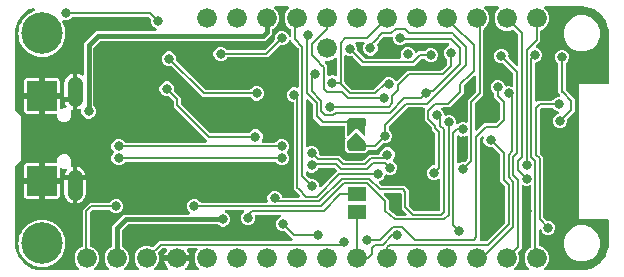
<source format=gbr>
G04 EAGLE Gerber RS-274X export*
G75*
%MOMM*%
%FSLAX34Y34*%
%LPD*%
%INBottom Copper*%
%IPPOS*%
%AMOC8*
5,1,8,0,0,1.08239X$1,22.5*%
G01*
%ADD10C,3.516000*%
%ADD11R,2.500000X2.500000*%
%ADD12C,1.308000*%
%ADD13C,1.676400*%
%ADD14R,1.600200X1.168400*%
%ADD15C,0.381000*%
%ADD16C,0.806400*%
%ADD17C,0.406400*%
%ADD18C,0.203200*%

G36*
X56004Y2558D02*
X56004Y2558D01*
X56143Y2571D01*
X56162Y2578D01*
X56182Y2581D01*
X56311Y2632D01*
X56442Y2679D01*
X56459Y2690D01*
X56478Y2698D01*
X56590Y2779D01*
X56705Y2857D01*
X56719Y2873D01*
X56735Y2884D01*
X56824Y2992D01*
X56916Y3096D01*
X56925Y3114D01*
X56938Y3129D01*
X56997Y3255D01*
X57060Y3379D01*
X57065Y3399D01*
X57073Y3417D01*
X57099Y3553D01*
X57130Y3689D01*
X57129Y3710D01*
X57133Y3729D01*
X57124Y3868D01*
X57120Y4007D01*
X57115Y4027D01*
X57113Y4047D01*
X57071Y4179D01*
X57032Y4313D01*
X57022Y4330D01*
X57015Y4349D01*
X56941Y4467D01*
X56870Y4587D01*
X56852Y4608D01*
X56845Y4618D01*
X56830Y4632D01*
X56764Y4707D01*
X54671Y6801D01*
X53085Y10628D01*
X53085Y14772D01*
X54671Y18599D01*
X57601Y21529D01*
X59160Y22175D01*
X59185Y22190D01*
X59213Y22199D01*
X59323Y22268D01*
X59436Y22333D01*
X59457Y22353D01*
X59482Y22369D01*
X59571Y22463D01*
X59664Y22554D01*
X59680Y22579D01*
X59700Y22601D01*
X59763Y22714D01*
X59831Y22825D01*
X59839Y22853D01*
X59854Y22879D01*
X59886Y23005D01*
X59924Y23129D01*
X59926Y23158D01*
X59933Y23187D01*
X59943Y23348D01*
X59943Y54095D01*
X65793Y59945D01*
X82338Y59945D01*
X82436Y59957D01*
X82535Y59960D01*
X82594Y59977D01*
X82654Y59985D01*
X82746Y60021D01*
X82841Y60049D01*
X82893Y60079D01*
X82949Y60102D01*
X83029Y60160D01*
X83115Y60210D01*
X83190Y60276D01*
X83207Y60288D01*
X83214Y60298D01*
X83236Y60316D01*
X84957Y62037D01*
X87186Y62961D01*
X89598Y62961D01*
X91827Y62037D01*
X93533Y60331D01*
X94457Y58102D01*
X94457Y55690D01*
X93533Y53461D01*
X91827Y51755D01*
X89598Y50831D01*
X87186Y50831D01*
X84957Y51755D01*
X83236Y53476D01*
X83157Y53536D01*
X83085Y53604D01*
X83032Y53633D01*
X82984Y53670D01*
X82893Y53710D01*
X82807Y53758D01*
X82748Y53773D01*
X82693Y53797D01*
X82595Y53812D01*
X82499Y53837D01*
X82399Y53843D01*
X82378Y53847D01*
X82366Y53845D01*
X82338Y53847D01*
X68845Y53847D01*
X68746Y53835D01*
X68647Y53832D01*
X68589Y53815D01*
X68529Y53807D01*
X68437Y53771D01*
X68342Y53743D01*
X68290Y53713D01*
X68233Y53690D01*
X68153Y53632D01*
X68068Y53582D01*
X67993Y53516D01*
X67976Y53504D01*
X67968Y53494D01*
X67947Y53476D01*
X66412Y51941D01*
X66352Y51863D01*
X66284Y51791D01*
X66255Y51738D01*
X66218Y51690D01*
X66178Y51599D01*
X66130Y51512D01*
X66115Y51453D01*
X66091Y51398D01*
X66076Y51300D01*
X66051Y51204D01*
X66045Y51104D01*
X66041Y51084D01*
X66043Y51071D01*
X66041Y51043D01*
X66041Y23769D01*
X66044Y23739D01*
X66042Y23710D01*
X66064Y23582D01*
X66081Y23453D01*
X66091Y23426D01*
X66096Y23396D01*
X66150Y23278D01*
X66198Y23157D01*
X66215Y23133D01*
X66227Y23106D01*
X66308Y23005D01*
X66384Y22900D01*
X66407Y22881D01*
X66426Y22858D01*
X66529Y22780D01*
X66629Y22697D01*
X66656Y22685D01*
X66680Y22667D01*
X66824Y22596D01*
X69399Y21529D01*
X72329Y18599D01*
X73915Y14772D01*
X73915Y10628D01*
X72329Y6801D01*
X70236Y4707D01*
X70151Y4598D01*
X70062Y4491D01*
X70054Y4472D01*
X70041Y4456D01*
X69986Y4328D01*
X69927Y4203D01*
X69923Y4183D01*
X69915Y4164D01*
X69893Y4026D01*
X69867Y3890D01*
X69868Y3870D01*
X69865Y3850D01*
X69878Y3711D01*
X69887Y3573D01*
X69893Y3554D01*
X69895Y3534D01*
X69942Y3402D01*
X69985Y3271D01*
X69996Y3253D01*
X70002Y3234D01*
X70080Y3119D01*
X70155Y3002D01*
X70170Y2988D01*
X70181Y2971D01*
X70285Y2879D01*
X70386Y2784D01*
X70404Y2774D01*
X70419Y2761D01*
X70544Y2697D01*
X70665Y2630D01*
X70685Y2625D01*
X70703Y2616D01*
X70838Y2586D01*
X70973Y2551D01*
X71001Y2549D01*
X71013Y2546D01*
X71033Y2547D01*
X71134Y2541D01*
X81266Y2541D01*
X81404Y2558D01*
X81543Y2571D01*
X81562Y2578D01*
X81582Y2581D01*
X81711Y2632D01*
X81842Y2679D01*
X81859Y2690D01*
X81878Y2698D01*
X81990Y2779D01*
X82105Y2857D01*
X82119Y2873D01*
X82135Y2884D01*
X82224Y2992D01*
X82316Y3096D01*
X82325Y3114D01*
X82338Y3129D01*
X82397Y3255D01*
X82460Y3379D01*
X82465Y3399D01*
X82473Y3417D01*
X82499Y3553D01*
X82530Y3689D01*
X82529Y3710D01*
X82533Y3729D01*
X82524Y3868D01*
X82520Y4007D01*
X82515Y4027D01*
X82513Y4047D01*
X82471Y4179D01*
X82432Y4313D01*
X82422Y4330D01*
X82415Y4349D01*
X82341Y4467D01*
X82270Y4587D01*
X82252Y4608D01*
X82245Y4618D01*
X82230Y4632D01*
X82164Y4707D01*
X80071Y6801D01*
X78485Y10628D01*
X78485Y14772D01*
X80071Y18599D01*
X83001Y21529D01*
X84052Y21965D01*
X84077Y21979D01*
X84105Y21988D01*
X84215Y22058D01*
X84328Y22122D01*
X84349Y22143D01*
X84374Y22158D01*
X84463Y22253D01*
X84556Y22343D01*
X84572Y22369D01*
X84592Y22390D01*
X84655Y22504D01*
X84723Y22615D01*
X84731Y22643D01*
X84746Y22669D01*
X84778Y22794D01*
X84816Y22918D01*
X84818Y22948D01*
X84825Y22977D01*
X84835Y23137D01*
X84835Y39784D01*
X94836Y49785D01*
X149902Y49785D01*
X150040Y49802D01*
X150179Y49815D01*
X150198Y49822D01*
X150218Y49825D01*
X150347Y49876D01*
X150478Y49923D01*
X150495Y49934D01*
X150513Y49942D01*
X150626Y50023D01*
X150741Y50101D01*
X150754Y50117D01*
X150771Y50128D01*
X150860Y50236D01*
X150951Y50340D01*
X150961Y50358D01*
X150974Y50373D01*
X151033Y50499D01*
X151096Y50623D01*
X151100Y50643D01*
X151109Y50661D01*
X151135Y50798D01*
X151166Y50933D01*
X151165Y50954D01*
X151169Y50973D01*
X151160Y51112D01*
X151156Y51251D01*
X151150Y51271D01*
X151149Y51291D01*
X151106Y51423D01*
X151068Y51557D01*
X151057Y51574D01*
X151051Y51593D01*
X150977Y51711D01*
X150906Y51831D01*
X150888Y51852D01*
X150881Y51862D01*
X150866Y51876D01*
X150800Y51951D01*
X149291Y53461D01*
X148367Y55690D01*
X148367Y58102D01*
X149291Y60331D01*
X150997Y62037D01*
X153226Y62961D01*
X155638Y62961D01*
X157867Y62037D01*
X159588Y60316D01*
X159667Y60256D01*
X159739Y60188D01*
X159792Y60159D01*
X159840Y60122D01*
X159931Y60082D01*
X160017Y60034D01*
X160076Y60019D01*
X160131Y59995D01*
X160229Y59980D01*
X160325Y59955D01*
X160425Y59949D01*
X160446Y59945D01*
X160458Y59947D01*
X160486Y59945D01*
X215723Y59945D01*
X215772Y59951D01*
X215822Y59949D01*
X215929Y59971D01*
X216039Y59985D01*
X216085Y60003D01*
X216133Y60013D01*
X216232Y60061D01*
X216334Y60102D01*
X216374Y60131D01*
X216419Y60153D01*
X216503Y60224D01*
X216592Y60288D01*
X216623Y60327D01*
X216661Y60359D01*
X216724Y60449D01*
X216794Y60533D01*
X216816Y60578D01*
X216844Y60619D01*
X216883Y60722D01*
X216930Y60821D01*
X216939Y60870D01*
X216957Y60916D01*
X216969Y61026D01*
X216990Y61133D01*
X216987Y61183D01*
X216992Y61232D01*
X216977Y61341D01*
X216970Y61451D01*
X216955Y61498D01*
X216948Y61547D01*
X216896Y61700D01*
X216439Y62802D01*
X216439Y65214D01*
X217363Y67443D01*
X219069Y69149D01*
X221298Y70073D01*
X223710Y70073D01*
X225939Y69149D01*
X227645Y67443D01*
X228580Y65186D01*
X228584Y65160D01*
X228591Y65041D01*
X228604Y65003D01*
X228609Y64962D01*
X228652Y64852D01*
X228689Y64739D01*
X228711Y64704D01*
X228726Y64667D01*
X228795Y64571D01*
X228859Y64470D01*
X228889Y64442D01*
X228912Y64409D01*
X229004Y64333D01*
X229091Y64252D01*
X229126Y64232D01*
X229157Y64207D01*
X229265Y64156D01*
X229369Y64098D01*
X229409Y64088D01*
X229445Y64071D01*
X229562Y64049D01*
X229677Y64019D01*
X229737Y64015D01*
X229757Y64011D01*
X229778Y64013D01*
X229838Y64009D01*
X242559Y64009D01*
X242697Y64026D01*
X242836Y64039D01*
X242855Y64046D01*
X242875Y64049D01*
X243004Y64100D01*
X243135Y64147D01*
X243152Y64158D01*
X243171Y64166D01*
X243283Y64247D01*
X243398Y64325D01*
X243412Y64341D01*
X243428Y64352D01*
X243517Y64460D01*
X243609Y64564D01*
X243618Y64582D01*
X243631Y64597D01*
X243690Y64723D01*
X243753Y64847D01*
X243758Y64867D01*
X243766Y64885D01*
X243792Y65021D01*
X243823Y65157D01*
X243822Y65178D01*
X243826Y65197D01*
X243818Y65336D01*
X243813Y65475D01*
X243808Y65495D01*
X243806Y65515D01*
X243764Y65647D01*
X243725Y65781D01*
X243715Y65798D01*
X243708Y65817D01*
X243634Y65935D01*
X243563Y66055D01*
X243545Y66076D01*
X243538Y66086D01*
X243523Y66100D01*
X243457Y66175D01*
X241933Y67700D01*
X238759Y70873D01*
X238759Y144050D01*
X238744Y144168D01*
X238737Y144287D01*
X238724Y144325D01*
X238719Y144366D01*
X238676Y144476D01*
X238639Y144589D01*
X238617Y144624D01*
X238602Y144661D01*
X238533Y144757D01*
X238469Y144858D01*
X238439Y144886D01*
X238416Y144919D01*
X238324Y144995D01*
X238237Y145076D01*
X238202Y145096D01*
X238171Y145121D01*
X238063Y145172D01*
X237959Y145230D01*
X237919Y145240D01*
X237883Y145257D01*
X237766Y145279D01*
X237651Y145309D01*
X237591Y145313D01*
X237571Y145317D01*
X237561Y145316D01*
X235325Y146243D01*
X233619Y147949D01*
X232695Y150178D01*
X232695Y152590D01*
X233619Y154819D01*
X235325Y156525D01*
X237554Y157449D01*
X239966Y157449D01*
X241068Y156992D01*
X241116Y156979D01*
X241161Y156958D01*
X241269Y156937D01*
X241375Y156908D01*
X241425Y156908D01*
X241474Y156898D01*
X241583Y156905D01*
X241693Y156903D01*
X241741Y156915D01*
X241791Y156918D01*
X241895Y156952D01*
X242002Y156977D01*
X242046Y157001D01*
X242093Y157016D01*
X242186Y157075D01*
X242283Y157126D01*
X242320Y157160D01*
X242362Y157186D01*
X242437Y157266D01*
X242519Y157340D01*
X242546Y157382D01*
X242580Y157418D01*
X242633Y157514D01*
X242693Y157606D01*
X242710Y157653D01*
X242734Y157696D01*
X242761Y157803D01*
X242797Y157907D01*
X242801Y157956D01*
X242813Y158004D01*
X242823Y158165D01*
X242823Y190235D01*
X242811Y190334D01*
X242808Y190433D01*
X242791Y190491D01*
X242783Y190551D01*
X242747Y190643D01*
X242719Y190738D01*
X242689Y190790D01*
X242666Y190847D01*
X242608Y190927D01*
X242558Y191012D01*
X242492Y191087D01*
X242480Y191104D01*
X242470Y191112D01*
X242452Y191133D01*
X236657Y196927D01*
X236645Y196976D01*
X236603Y197056D01*
X236570Y197139D01*
X236529Y197196D01*
X236497Y197258D01*
X236436Y197324D01*
X236384Y197397D01*
X236330Y197441D01*
X236283Y197493D01*
X236208Y197542D01*
X236139Y197600D01*
X236075Y197629D01*
X236017Y197668D01*
X235932Y197697D01*
X235851Y197735D01*
X235782Y197748D01*
X235716Y197771D01*
X235627Y197778D01*
X235539Y197795D01*
X235469Y197790D01*
X235399Y197796D01*
X235311Y197781D01*
X235221Y197775D01*
X235155Y197754D01*
X235086Y197742D01*
X235004Y197705D01*
X234919Y197677D01*
X234860Y197640D01*
X234796Y197611D01*
X234726Y197555D01*
X234650Y197507D01*
X234602Y197456D01*
X234548Y197412D01*
X234493Y197341D01*
X234432Y197275D01*
X234398Y197214D01*
X234356Y197158D01*
X234285Y197014D01*
X233741Y195701D01*
X232035Y193995D01*
X229806Y193071D01*
X227373Y193071D01*
X227274Y193059D01*
X227175Y193056D01*
X227117Y193039D01*
X227057Y193031D01*
X226965Y192995D01*
X226870Y192967D01*
X226818Y192937D01*
X226761Y192914D01*
X226681Y192856D01*
X226596Y192806D01*
X226521Y192740D01*
X226504Y192728D01*
X226496Y192718D01*
X226475Y192700D01*
X216655Y182879D01*
X182838Y182879D01*
X182740Y182867D01*
X182641Y182864D01*
X182582Y182847D01*
X182522Y182839D01*
X182430Y182803D01*
X182335Y182775D01*
X182283Y182745D01*
X182227Y182722D01*
X182147Y182664D01*
X182061Y182614D01*
X181986Y182548D01*
X181969Y182536D01*
X181962Y182526D01*
X181940Y182508D01*
X180219Y180787D01*
X177990Y179863D01*
X175578Y179863D01*
X173349Y180787D01*
X171643Y182493D01*
X170719Y184722D01*
X170719Y187134D01*
X171643Y189363D01*
X173349Y191069D01*
X175578Y191993D01*
X177990Y191993D01*
X180219Y191069D01*
X181940Y189348D01*
X182019Y189288D01*
X182091Y189220D01*
X182144Y189191D01*
X182192Y189154D01*
X182283Y189114D01*
X182369Y189066D01*
X182428Y189051D01*
X182483Y189027D01*
X182581Y189012D01*
X182677Y188987D01*
X182777Y188981D01*
X182798Y188977D01*
X182810Y188979D01*
X182838Y188977D01*
X213603Y188977D01*
X213702Y188989D01*
X213801Y188992D01*
X213859Y189009D01*
X213919Y189017D01*
X214011Y189053D01*
X214106Y189081D01*
X214158Y189111D01*
X214215Y189134D01*
X214295Y189192D01*
X214380Y189242D01*
X214455Y189308D01*
X214472Y189320D01*
X214480Y189330D01*
X214501Y189348D01*
X222164Y197011D01*
X222224Y197089D01*
X222292Y197161D01*
X222321Y197214D01*
X222358Y197262D01*
X222398Y197353D01*
X222446Y197440D01*
X222461Y197499D01*
X222485Y197554D01*
X222500Y197652D01*
X222525Y197748D01*
X222531Y197848D01*
X222535Y197868D01*
X222533Y197881D01*
X222535Y197909D01*
X222535Y200342D01*
X223459Y202571D01*
X225165Y204277D01*
X227394Y205201D01*
X229806Y205201D01*
X232035Y204277D01*
X233741Y202571D01*
X234285Y201258D01*
X234320Y201197D01*
X234346Y201133D01*
X234398Y201060D01*
X234443Y200982D01*
X234491Y200932D01*
X234532Y200875D01*
X234602Y200818D01*
X234664Y200753D01*
X234724Y200717D01*
X234777Y200672D01*
X234859Y200634D01*
X234935Y200587D01*
X235002Y200567D01*
X235065Y200537D01*
X235153Y200520D01*
X235239Y200494D01*
X235309Y200490D01*
X235378Y200477D01*
X235467Y200483D01*
X235557Y200478D01*
X235625Y200493D01*
X235695Y200497D01*
X235780Y200525D01*
X235868Y200543D01*
X235931Y200573D01*
X235997Y200595D01*
X236073Y200643D01*
X236154Y200682D01*
X236207Y200728D01*
X236266Y200765D01*
X236328Y200831D01*
X236396Y200889D01*
X236436Y200946D01*
X236484Y200997D01*
X236527Y201075D01*
X236579Y201149D01*
X236604Y201214D01*
X236638Y201275D01*
X236660Y201362D01*
X236692Y201446D01*
X236700Y201516D01*
X236717Y201583D01*
X236727Y201744D01*
X236727Y205673D01*
X236724Y205703D01*
X236726Y205732D01*
X236705Y205850D01*
X236705Y205858D01*
X236703Y205863D01*
X236687Y205989D01*
X236677Y206016D01*
X236671Y206045D01*
X236618Y206164D01*
X236570Y206284D01*
X236553Y206308D01*
X236541Y206335D01*
X236460Y206437D01*
X236384Y206542D01*
X236361Y206561D01*
X236342Y206584D01*
X236239Y206662D01*
X236139Y206745D01*
X236112Y206757D01*
X236088Y206775D01*
X235944Y206846D01*
X235401Y207071D01*
X232471Y210001D01*
X230885Y213828D01*
X230885Y217972D01*
X232471Y221799D01*
X234564Y223893D01*
X234649Y224002D01*
X234738Y224109D01*
X234746Y224128D01*
X234759Y224144D01*
X234814Y224272D01*
X234873Y224397D01*
X234877Y224417D01*
X234885Y224436D01*
X234907Y224574D01*
X234933Y224710D01*
X234932Y224730D01*
X234935Y224750D01*
X234922Y224889D01*
X234913Y225027D01*
X234907Y225046D01*
X234905Y225066D01*
X234858Y225198D01*
X234815Y225329D01*
X234804Y225347D01*
X234798Y225366D01*
X234720Y225481D01*
X234645Y225598D01*
X234630Y225612D01*
X234619Y225629D01*
X234515Y225721D01*
X234414Y225816D01*
X234396Y225826D01*
X234381Y225839D01*
X234256Y225903D01*
X234135Y225970D01*
X234115Y225975D01*
X234097Y225984D01*
X233962Y226014D01*
X233827Y226049D01*
X233799Y226051D01*
X233787Y226054D01*
X233767Y226053D01*
X233666Y226059D01*
X223534Y226059D01*
X223396Y226042D01*
X223257Y226029D01*
X223238Y226022D01*
X223218Y226019D01*
X223089Y225968D01*
X222958Y225921D01*
X222941Y225910D01*
X222922Y225902D01*
X222810Y225821D01*
X222695Y225743D01*
X222681Y225727D01*
X222665Y225716D01*
X222576Y225608D01*
X222484Y225504D01*
X222475Y225486D01*
X222462Y225471D01*
X222403Y225345D01*
X222340Y225221D01*
X222335Y225201D01*
X222327Y225183D01*
X222301Y225047D01*
X222270Y224911D01*
X222271Y224890D01*
X222267Y224871D01*
X222276Y224732D01*
X222280Y224593D01*
X222285Y224573D01*
X222287Y224553D01*
X222329Y224421D01*
X222368Y224287D01*
X222378Y224270D01*
X222385Y224251D01*
X222459Y224133D01*
X222530Y224013D01*
X222548Y223992D01*
X222555Y223982D01*
X222570Y223968D01*
X222636Y223893D01*
X224729Y221799D01*
X226315Y217972D01*
X226315Y213828D01*
X224729Y210001D01*
X221799Y207071D01*
X220748Y206635D01*
X220723Y206621D01*
X220695Y206612D01*
X220585Y206542D01*
X220472Y206478D01*
X220451Y206457D01*
X220426Y206442D01*
X220337Y206347D01*
X220244Y206257D01*
X220228Y206231D01*
X220208Y206210D01*
X220145Y206096D01*
X220077Y205985D01*
X220069Y205957D01*
X220054Y205931D01*
X220022Y205806D01*
X219984Y205682D01*
X219982Y205652D01*
X219975Y205623D01*
X219965Y205463D01*
X219965Y203040D01*
X214028Y197103D01*
X75361Y197103D01*
X75263Y197091D01*
X75164Y197088D01*
X75106Y197071D01*
X75046Y197063D01*
X74954Y197027D01*
X74859Y196999D01*
X74807Y196969D01*
X74750Y196946D01*
X74670Y196888D01*
X74585Y196838D01*
X74509Y196772D01*
X74493Y196760D01*
X74485Y196750D01*
X74464Y196732D01*
X69460Y191728D01*
X69400Y191650D01*
X69332Y191578D01*
X69303Y191525D01*
X69266Y191477D01*
X69226Y191386D01*
X69178Y191299D01*
X69163Y191241D01*
X69139Y191185D01*
X69124Y191087D01*
X69099Y190991D01*
X69093Y190891D01*
X69089Y190871D01*
X69091Y190859D01*
X69089Y190831D01*
X69089Y142198D01*
X69101Y142100D01*
X69104Y142001D01*
X69121Y141942D01*
X69129Y141882D01*
X69165Y141790D01*
X69193Y141695D01*
X69223Y141643D01*
X69246Y141587D01*
X69304Y141507D01*
X69354Y141421D01*
X69420Y141346D01*
X69432Y141329D01*
X69442Y141322D01*
X69460Y141300D01*
X70165Y140595D01*
X71089Y138366D01*
X71089Y135954D01*
X70165Y133725D01*
X68459Y132019D01*
X66230Y131095D01*
X63818Y131095D01*
X61589Y132019D01*
X59883Y133725D01*
X58959Y135954D01*
X58959Y137844D01*
X58947Y137943D01*
X58944Y138042D01*
X58927Y138100D01*
X58919Y138160D01*
X58883Y138252D01*
X58855Y138348D01*
X58825Y138400D01*
X58802Y138456D01*
X58744Y138536D01*
X58693Y138622D01*
X58651Y138664D01*
X58616Y138713D01*
X58539Y138776D01*
X58469Y138847D01*
X58417Y138877D01*
X58371Y138916D01*
X58281Y138958D01*
X58195Y139009D01*
X58137Y139026D01*
X58083Y139051D01*
X57985Y139070D01*
X57890Y139098D01*
X57830Y139100D01*
X57771Y139111D01*
X57671Y139105D01*
X57572Y139108D01*
X57513Y139095D01*
X57453Y139091D01*
X57359Y139061D01*
X57262Y139039D01*
X57170Y139000D01*
X57151Y138993D01*
X57140Y138987D01*
X57114Y138975D01*
X56936Y138885D01*
X55576Y138443D01*
X55449Y138423D01*
X55449Y146570D01*
X55434Y146688D01*
X55427Y146807D01*
X55414Y146845D01*
X55409Y146885D01*
X55366Y146996D01*
X55329Y147109D01*
X55307Y147143D01*
X55292Y147181D01*
X55223Y147277D01*
X55212Y147294D01*
X55226Y147318D01*
X55251Y147350D01*
X55302Y147457D01*
X55360Y147562D01*
X55370Y147601D01*
X55387Y147637D01*
X55409Y147754D01*
X55439Y147870D01*
X55443Y147930D01*
X55447Y147950D01*
X55445Y147970D01*
X55449Y148030D01*
X55449Y169257D01*
X55576Y169237D01*
X56936Y168795D01*
X58209Y168147D01*
X58944Y167613D01*
X58979Y167594D01*
X59009Y167568D01*
X59118Y167517D01*
X59223Y167460D01*
X59261Y167450D01*
X59297Y167433D01*
X59414Y167410D01*
X59531Y167380D01*
X59571Y167380D01*
X59610Y167373D01*
X59729Y167380D01*
X59849Y167380D01*
X59887Y167390D01*
X59927Y167393D01*
X60041Y167430D01*
X60157Y167459D01*
X60192Y167478D01*
X60229Y167491D01*
X60331Y167555D01*
X60436Y167612D01*
X60465Y167640D01*
X60498Y167661D01*
X60580Y167748D01*
X60667Y167830D01*
X60689Y167863D01*
X60716Y167893D01*
X60774Y167997D01*
X60838Y168098D01*
X60850Y168136D01*
X60870Y168171D01*
X60899Y168287D01*
X60937Y168401D01*
X60939Y168440D01*
X60949Y168479D01*
X60959Y168640D01*
X60959Y194724D01*
X71468Y205233D01*
X121344Y205233D01*
X121413Y205241D01*
X121483Y205240D01*
X121571Y205261D01*
X121660Y205273D01*
X121725Y205298D01*
X121792Y205315D01*
X121872Y205357D01*
X121955Y205390D01*
X122012Y205431D01*
X122074Y205463D01*
X122140Y205524D01*
X122213Y205576D01*
X122257Y205630D01*
X122309Y205677D01*
X122358Y205752D01*
X122415Y205821D01*
X122445Y205885D01*
X122484Y205943D01*
X122513Y206028D01*
X122551Y206109D01*
X122564Y206178D01*
X122587Y206244D01*
X122594Y206333D01*
X122611Y206421D01*
X122606Y206491D01*
X122612Y206561D01*
X122597Y206649D01*
X122591Y206739D01*
X122570Y206805D01*
X122558Y206874D01*
X122521Y206956D01*
X122493Y207041D01*
X122456Y207100D01*
X122427Y207164D01*
X122371Y207234D01*
X122323Y207310D01*
X122272Y207358D01*
X122228Y207412D01*
X122157Y207467D01*
X122091Y207528D01*
X122030Y207562D01*
X121974Y207604D01*
X121830Y207675D01*
X120517Y208219D01*
X118811Y209925D01*
X117887Y212154D01*
X117887Y214587D01*
X117875Y214686D01*
X117872Y214785D01*
X117855Y214843D01*
X117847Y214903D01*
X117811Y214995D01*
X117783Y215090D01*
X117753Y215142D01*
X117730Y215199D01*
X117672Y215279D01*
X117622Y215364D01*
X117556Y215439D01*
X117544Y215456D01*
X117534Y215464D01*
X117516Y215485D01*
X115949Y217052D01*
X115871Y217112D01*
X115799Y217180D01*
X115746Y217209D01*
X115698Y217246D01*
X115607Y217286D01*
X115520Y217334D01*
X115461Y217349D01*
X115406Y217373D01*
X115308Y217388D01*
X115212Y217413D01*
X115112Y217419D01*
X115092Y217423D01*
X115079Y217421D01*
X115051Y217423D01*
X51774Y217423D01*
X51676Y217411D01*
X51577Y217408D01*
X51518Y217391D01*
X51458Y217383D01*
X51366Y217347D01*
X51271Y217319D01*
X51219Y217289D01*
X51163Y217266D01*
X51083Y217208D01*
X50997Y217158D01*
X50922Y217092D01*
X50905Y217080D01*
X50898Y217070D01*
X50876Y217052D01*
X49155Y215331D01*
X46926Y214407D01*
X44514Y214407D01*
X44329Y214484D01*
X44180Y214524D01*
X44030Y214566D01*
X44026Y214567D01*
X44023Y214567D01*
X43868Y214570D01*
X43712Y214573D01*
X43708Y214572D01*
X43705Y214573D01*
X43555Y214537D01*
X43402Y214501D01*
X43399Y214499D01*
X43395Y214498D01*
X43261Y214427D01*
X43120Y214354D01*
X43117Y214351D01*
X43114Y214350D01*
X43000Y214246D01*
X42884Y214141D01*
X42882Y214138D01*
X42879Y214136D01*
X42793Y214005D01*
X42707Y213876D01*
X42706Y213873D01*
X42704Y213870D01*
X42654Y213723D01*
X42602Y213576D01*
X42602Y213573D01*
X42601Y213569D01*
X42589Y213413D01*
X42576Y213259D01*
X42576Y213256D01*
X42576Y213252D01*
X42603Y213095D01*
X42628Y212946D01*
X42630Y212941D01*
X42630Y212939D01*
X42633Y212933D01*
X42684Y212795D01*
X45092Y207386D01*
X45092Y199014D01*
X42263Y192659D01*
X42260Y192649D01*
X42250Y192629D01*
X41994Y192011D01*
X41975Y191987D01*
X41970Y191979D01*
X41968Y191975D01*
X41963Y191964D01*
X41900Y191844D01*
X41687Y191366D01*
X37853Y187914D01*
X37841Y187900D01*
X37805Y187868D01*
X36510Y186573D01*
X36441Y186545D01*
X36324Y186478D01*
X36204Y186415D01*
X36177Y186394D01*
X36165Y186387D01*
X36150Y186372D01*
X36078Y186315D01*
X35466Y185765D01*
X31302Y184412D01*
X31283Y184403D01*
X31209Y184377D01*
X29301Y183587D01*
X28965Y183587D01*
X28847Y183572D01*
X28729Y183565D01*
X28670Y183550D01*
X28650Y183547D01*
X28631Y183540D01*
X28573Y183525D01*
X27504Y183178D01*
X23676Y183580D01*
X23658Y183580D01*
X23543Y183587D01*
X21499Y183587D01*
X20951Y183814D01*
X20852Y183841D01*
X20757Y183877D01*
X20665Y183892D01*
X20644Y183898D01*
X20631Y183898D01*
X20598Y183904D01*
X19179Y184053D01*
X16215Y185764D01*
X16213Y185765D01*
X16210Y185767D01*
X16066Y185838D01*
X14290Y186573D01*
X13693Y187170D01*
X13626Y187222D01*
X13565Y187283D01*
X13451Y187358D01*
X13442Y187365D01*
X13438Y187367D01*
X13431Y187372D01*
X11929Y188239D01*
X10139Y190703D01*
X10126Y190717D01*
X10116Y190733D01*
X10009Y190854D01*
X8773Y192090D01*
X8357Y193096D01*
X8322Y193156D01*
X8297Y193220D01*
X8211Y193356D01*
X7008Y195011D01*
X6447Y197649D01*
X6436Y197683D01*
X6431Y197719D01*
X6379Y197871D01*
X5787Y199299D01*
X5787Y200622D01*
X5781Y200674D01*
X5783Y200726D01*
X5760Y200886D01*
X5268Y203200D01*
X5760Y205514D01*
X5764Y205567D01*
X5777Y205617D01*
X5787Y205778D01*
X5787Y207101D01*
X6379Y208529D01*
X6388Y208563D01*
X6404Y208595D01*
X6447Y208751D01*
X7008Y211389D01*
X8211Y213044D01*
X8244Y213105D01*
X8286Y213160D01*
X8357Y213304D01*
X8773Y214310D01*
X10009Y215546D01*
X10021Y215561D01*
X10036Y215573D01*
X10139Y215697D01*
X11929Y218161D01*
X13431Y219028D01*
X13499Y219080D01*
X13573Y219124D01*
X13675Y219214D01*
X13684Y219221D01*
X13687Y219224D01*
X13693Y219230D01*
X14290Y219827D01*
X16066Y220562D01*
X16068Y220564D01*
X16071Y220564D01*
X16215Y220636D01*
X18972Y222228D01*
X18993Y222244D01*
X19017Y222255D01*
X19119Y222339D01*
X19225Y222420D01*
X19242Y222441D01*
X19262Y222458D01*
X19340Y222565D01*
X19423Y222669D01*
X19434Y222693D01*
X19449Y222715D01*
X19498Y222838D01*
X19552Y222960D01*
X19557Y222986D01*
X19566Y223011D01*
X19583Y223142D01*
X19605Y223273D01*
X19603Y223300D01*
X19606Y223326D01*
X19590Y223458D01*
X19579Y223590D01*
X19570Y223615D01*
X19567Y223642D01*
X19518Y223765D01*
X19474Y223890D01*
X19460Y223913D01*
X19450Y223937D01*
X19372Y224045D01*
X19299Y224155D01*
X19279Y224173D01*
X19263Y224195D01*
X19161Y224280D01*
X19062Y224368D01*
X19039Y224381D01*
X19018Y224398D01*
X18898Y224454D01*
X18781Y224516D01*
X18755Y224522D01*
X18731Y224533D01*
X18600Y224559D01*
X18471Y224589D01*
X18445Y224588D01*
X18418Y224593D01*
X18286Y224585D01*
X18153Y224583D01*
X18128Y224575D01*
X18101Y224574D01*
X17945Y224534D01*
X15206Y223644D01*
X15099Y223594D01*
X14988Y223550D01*
X14937Y223517D01*
X14918Y223509D01*
X14903Y223496D01*
X14852Y223464D01*
X9388Y219493D01*
X9301Y219412D01*
X9209Y219336D01*
X9171Y219290D01*
X9156Y219276D01*
X9145Y219258D01*
X9107Y219212D01*
X5136Y213748D01*
X5079Y213644D01*
X5015Y213544D01*
X4993Y213487D01*
X4983Y213469D01*
X4978Y213449D01*
X4956Y213394D01*
X2869Y206970D01*
X2856Y206902D01*
X2833Y206836D01*
X2810Y206677D01*
X2545Y203300D01*
X2546Y203278D01*
X2541Y203200D01*
X2541Y138738D01*
X2553Y138640D01*
X2556Y138541D01*
X2573Y138483D01*
X2581Y138423D01*
X2617Y138331D01*
X2645Y138235D01*
X2675Y138183D01*
X2698Y138127D01*
X2756Y138047D01*
X2806Y137962D01*
X2872Y137886D01*
X2884Y137870D01*
X2894Y137862D01*
X2912Y137841D01*
X7621Y133132D01*
X7621Y95468D01*
X2912Y90759D01*
X2852Y90681D01*
X2784Y90609D01*
X2755Y90556D01*
X2718Y90508D01*
X2678Y90417D01*
X2630Y90330D01*
X2615Y90272D01*
X2591Y90216D01*
X2576Y90118D01*
X2551Y90023D01*
X2545Y89922D01*
X2541Y89902D01*
X2543Y89890D01*
X2541Y89862D01*
X2541Y25400D01*
X2543Y25378D01*
X2545Y25300D01*
X2810Y21923D01*
X2824Y21855D01*
X2829Y21786D01*
X2869Y21630D01*
X4956Y15206D01*
X5006Y15099D01*
X5050Y14988D01*
X5083Y14937D01*
X5091Y14918D01*
X5104Y14903D01*
X5136Y14852D01*
X9107Y9388D01*
X9127Y9366D01*
X9138Y9348D01*
X9184Y9305D01*
X9188Y9301D01*
X9264Y9209D01*
X9310Y9171D01*
X9324Y9156D01*
X9342Y9145D01*
X9388Y9107D01*
X14596Y5322D01*
X14852Y5136D01*
X14887Y5117D01*
X14918Y5092D01*
X14990Y5058D01*
X15056Y5015D01*
X15113Y4993D01*
X15131Y4983D01*
X15150Y4978D01*
X15205Y4956D01*
X15206Y4956D01*
X17945Y4066D01*
X17971Y4061D01*
X17996Y4051D01*
X18127Y4031D01*
X18257Y4006D01*
X18284Y4008D01*
X18310Y4004D01*
X18441Y4018D01*
X18455Y4008D01*
X18474Y3989D01*
X18585Y3917D01*
X18694Y3842D01*
X18719Y3832D01*
X18742Y3818D01*
X18891Y3759D01*
X21630Y2869D01*
X21698Y2856D01*
X21764Y2833D01*
X21923Y2810D01*
X25300Y2545D01*
X25322Y2546D01*
X25400Y2541D01*
X55866Y2541D01*
X56004Y2558D01*
G37*
G36*
X482622Y2543D02*
X482622Y2543D01*
X482700Y2545D01*
X486077Y2810D01*
X486145Y2824D01*
X486214Y2829D01*
X486370Y2869D01*
X492794Y4956D01*
X492901Y5006D01*
X493012Y5050D01*
X493063Y5083D01*
X493082Y5091D01*
X493097Y5104D01*
X493148Y5136D01*
X498612Y9107D01*
X498699Y9188D01*
X498746Y9227D01*
X498752Y9231D01*
X498753Y9232D01*
X498791Y9264D01*
X498829Y9310D01*
X498844Y9324D01*
X498855Y9342D01*
X498893Y9388D01*
X502864Y14852D01*
X502921Y14956D01*
X502985Y15056D01*
X503007Y15113D01*
X503017Y15131D01*
X503022Y15151D01*
X503044Y15206D01*
X505131Y21630D01*
X505144Y21698D01*
X505167Y21764D01*
X505190Y21923D01*
X505455Y25300D01*
X505455Y25304D01*
X505456Y25307D01*
X505455Y25326D01*
X505459Y25400D01*
X505459Y44450D01*
X505444Y44568D01*
X505437Y44687D01*
X505425Y44725D01*
X505419Y44766D01*
X505376Y44876D01*
X505339Y44989D01*
X505317Y45024D01*
X505302Y45061D01*
X505233Y45157D01*
X505169Y45258D01*
X505139Y45286D01*
X505116Y45319D01*
X505024Y45395D01*
X504937Y45476D01*
X504902Y45496D01*
X504871Y45521D01*
X504763Y45572D01*
X504659Y45630D01*
X504619Y45640D01*
X504583Y45657D01*
X504466Y45679D01*
X504351Y45709D01*
X504291Y45713D01*
X504271Y45717D01*
X504250Y45715D01*
X504190Y45719D01*
X480060Y45719D01*
X480059Y45720D01*
X480059Y160020D01*
X480060Y160021D01*
X504190Y160021D01*
X504308Y160036D01*
X504427Y160043D01*
X504465Y160056D01*
X504506Y160061D01*
X504616Y160104D01*
X504729Y160141D01*
X504764Y160163D01*
X504801Y160178D01*
X504897Y160247D01*
X504998Y160311D01*
X505026Y160341D01*
X505059Y160364D01*
X505135Y160456D01*
X505216Y160543D01*
X505236Y160578D01*
X505261Y160609D01*
X505312Y160717D01*
X505370Y160821D01*
X505380Y160861D01*
X505397Y160897D01*
X505419Y161014D01*
X505449Y161129D01*
X505453Y161189D01*
X505457Y161209D01*
X505455Y161230D01*
X505459Y161290D01*
X505459Y203200D01*
X505457Y203222D01*
X505455Y203300D01*
X505190Y206677D01*
X505176Y206745D01*
X505171Y206814D01*
X505131Y206970D01*
X503044Y213394D01*
X502994Y213501D01*
X502950Y213612D01*
X502917Y213663D01*
X502909Y213682D01*
X502896Y213697D01*
X502864Y213748D01*
X498893Y219212D01*
X498812Y219299D01*
X498736Y219391D01*
X498690Y219429D01*
X498676Y219444D01*
X498658Y219455D01*
X498612Y219493D01*
X493148Y223464D01*
X493044Y223521D01*
X492944Y223585D01*
X492887Y223607D01*
X492869Y223617D01*
X492849Y223622D01*
X492794Y223644D01*
X486370Y225731D01*
X486302Y225744D01*
X486236Y225767D01*
X486077Y225790D01*
X482700Y226055D01*
X482678Y226054D01*
X482600Y226059D01*
X452134Y226059D01*
X451996Y226042D01*
X451857Y226029D01*
X451838Y226022D01*
X451818Y226019D01*
X451689Y225968D01*
X451558Y225921D01*
X451541Y225910D01*
X451522Y225902D01*
X451410Y225821D01*
X451295Y225743D01*
X451281Y225727D01*
X451265Y225716D01*
X451176Y225608D01*
X451084Y225504D01*
X451075Y225486D01*
X451062Y225471D01*
X451003Y225345D01*
X450940Y225221D01*
X450935Y225201D01*
X450927Y225183D01*
X450901Y225047D01*
X450870Y224911D01*
X450871Y224890D01*
X450867Y224871D01*
X450876Y224732D01*
X450880Y224593D01*
X450885Y224573D01*
X450887Y224553D01*
X450929Y224421D01*
X450968Y224287D01*
X450978Y224270D01*
X450985Y224251D01*
X451059Y224133D01*
X451130Y224013D01*
X451148Y223992D01*
X451155Y223982D01*
X451170Y223968D01*
X451236Y223893D01*
X453329Y221799D01*
X454915Y217972D01*
X454915Y213828D01*
X453329Y210001D01*
X450399Y207071D01*
X448332Y206215D01*
X448307Y206200D01*
X448279Y206191D01*
X448169Y206121D01*
X448056Y206057D01*
X448035Y206036D01*
X448010Y206021D01*
X447921Y205926D01*
X447828Y205836D01*
X447812Y205811D01*
X447792Y205789D01*
X447729Y205675D01*
X447661Y205565D01*
X447653Y205536D01*
X447638Y205511D01*
X447606Y205385D01*
X447568Y205261D01*
X447566Y205231D01*
X447559Y205203D01*
X447549Y205042D01*
X447549Y196349D01*
X444107Y192907D01*
X444077Y192868D01*
X444040Y192835D01*
X443980Y192743D01*
X443912Y192656D01*
X443892Y192611D01*
X443865Y192569D01*
X443829Y192465D01*
X443786Y192364D01*
X443778Y192315D01*
X443762Y192268D01*
X443753Y192159D01*
X443736Y192050D01*
X443741Y192001D01*
X443737Y191951D01*
X443755Y191843D01*
X443766Y191734D01*
X443783Y191687D01*
X443791Y191638D01*
X443836Y191538D01*
X443873Y191434D01*
X443901Y191393D01*
X443922Y191348D01*
X443990Y191262D01*
X444052Y191171D01*
X444089Y191138D01*
X444120Y191100D01*
X444208Y191033D01*
X444290Y190961D01*
X444335Y190938D01*
X444374Y190908D01*
X444519Y190837D01*
X446411Y190053D01*
X448117Y188347D01*
X449041Y186118D01*
X449041Y183706D01*
X448117Y181477D01*
X446411Y179771D01*
X444154Y178836D01*
X444128Y178832D01*
X444009Y178825D01*
X443971Y178812D01*
X443930Y178807D01*
X443820Y178764D01*
X443707Y178727D01*
X443672Y178705D01*
X443635Y178690D01*
X443539Y178621D01*
X443438Y178557D01*
X443410Y178527D01*
X443377Y178504D01*
X443301Y178412D01*
X443220Y178325D01*
X443200Y178290D01*
X443175Y178259D01*
X443124Y178151D01*
X443066Y178047D01*
X443056Y178007D01*
X443039Y177971D01*
X443017Y177854D01*
X442987Y177739D01*
X442983Y177679D01*
X442979Y177659D01*
X442981Y177638D01*
X442977Y177578D01*
X442977Y146569D01*
X442994Y146431D01*
X443007Y146292D01*
X443014Y146273D01*
X443017Y146253D01*
X443068Y146124D01*
X443115Y145993D01*
X443126Y145976D01*
X443134Y145957D01*
X443215Y145845D01*
X443293Y145730D01*
X443309Y145716D01*
X443320Y145700D01*
X443428Y145611D01*
X443532Y145519D01*
X443550Y145510D01*
X443565Y145497D01*
X443691Y145438D01*
X443815Y145375D01*
X443835Y145370D01*
X443853Y145362D01*
X443990Y145336D01*
X444125Y145305D01*
X444146Y145306D01*
X444165Y145302D01*
X444304Y145310D01*
X444443Y145315D01*
X444463Y145320D01*
X444483Y145322D01*
X444615Y145364D01*
X444749Y145403D01*
X444766Y145413D01*
X444785Y145420D01*
X444903Y145494D01*
X445023Y145565D01*
X445044Y145583D01*
X445054Y145590D01*
X445068Y145605D01*
X445143Y145671D01*
X445777Y146305D01*
X457242Y146305D01*
X457340Y146317D01*
X457439Y146320D01*
X457498Y146337D01*
X457558Y146345D01*
X457650Y146381D01*
X457745Y146409D01*
X457797Y146439D01*
X457853Y146462D01*
X457933Y146520D01*
X458019Y146570D01*
X458094Y146636D01*
X458111Y146648D01*
X458118Y146658D01*
X458140Y146676D01*
X459861Y148397D01*
X462090Y149321D01*
X463063Y149321D01*
X463201Y149338D01*
X463340Y149351D01*
X463359Y149358D01*
X463379Y149361D01*
X463508Y149412D01*
X463639Y149459D01*
X463656Y149470D01*
X463675Y149478D01*
X463787Y149559D01*
X463902Y149637D01*
X463916Y149653D01*
X463932Y149664D01*
X464021Y149772D01*
X464113Y149876D01*
X464122Y149894D01*
X464135Y149909D01*
X464194Y150035D01*
X464257Y150159D01*
X464262Y150179D01*
X464270Y150197D01*
X464296Y150334D01*
X464327Y150469D01*
X464326Y150490D01*
X464330Y150509D01*
X464322Y150648D01*
X464317Y150787D01*
X464312Y150807D01*
X464310Y150827D01*
X464268Y150959D01*
X464229Y151093D01*
X464219Y151110D01*
X464212Y151129D01*
X464138Y151247D01*
X464067Y151367D01*
X464049Y151388D01*
X464042Y151398D01*
X464027Y151412D01*
X463961Y151487D01*
X462787Y152661D01*
X462787Y177334D01*
X462775Y177432D01*
X462772Y177531D01*
X462755Y177590D01*
X462747Y177650D01*
X462711Y177742D01*
X462683Y177837D01*
X462653Y177889D01*
X462630Y177945D01*
X462572Y178025D01*
X462522Y178111D01*
X462456Y178186D01*
X462444Y178203D01*
X462434Y178210D01*
X462416Y178232D01*
X460695Y179953D01*
X459771Y182182D01*
X459771Y184594D01*
X460695Y186823D01*
X462401Y188529D01*
X464630Y189453D01*
X467042Y189453D01*
X469271Y188529D01*
X470977Y186823D01*
X471901Y184594D01*
X471901Y182182D01*
X470977Y179953D01*
X469256Y178232D01*
X469196Y178153D01*
X469128Y178081D01*
X469099Y178028D01*
X469062Y177980D01*
X469022Y177889D01*
X468974Y177803D01*
X468959Y177744D01*
X468935Y177689D01*
X468920Y177591D01*
X468895Y177495D01*
X468889Y177395D01*
X468885Y177374D01*
X468887Y177362D01*
X468885Y177334D01*
X468885Y155713D01*
X468897Y155614D01*
X468900Y155515D01*
X468917Y155457D01*
X468925Y155397D01*
X468961Y155305D01*
X468989Y155210D01*
X469019Y155158D01*
X469042Y155101D01*
X469100Y155021D01*
X469150Y154936D01*
X469216Y154861D01*
X469228Y154844D01*
X469238Y154836D01*
X469256Y154815D01*
X476505Y147567D01*
X476505Y136913D01*
X470748Y131157D01*
X470688Y131079D01*
X470620Y131007D01*
X470591Y130954D01*
X470554Y130906D01*
X470514Y130815D01*
X470466Y130728D01*
X470451Y130669D01*
X470427Y130614D01*
X470412Y130516D01*
X470387Y130420D01*
X470381Y130320D01*
X470377Y130300D01*
X470379Y130287D01*
X470377Y130259D01*
X470377Y127826D01*
X469453Y125597D01*
X467747Y123891D01*
X465518Y122967D01*
X463106Y122967D01*
X460877Y123891D01*
X459171Y125597D01*
X458247Y127826D01*
X458247Y130238D01*
X459171Y132467D01*
X460877Y134173D01*
X462295Y134761D01*
X462416Y134830D01*
X462539Y134895D01*
X462554Y134908D01*
X462571Y134918D01*
X462671Y135015D01*
X462774Y135109D01*
X462785Y135126D01*
X462800Y135140D01*
X462872Y135258D01*
X462949Y135374D01*
X462955Y135394D01*
X462966Y135411D01*
X463007Y135544D01*
X463052Y135675D01*
X463054Y135695D01*
X463060Y135715D01*
X463066Y135854D01*
X463077Y135992D01*
X463074Y136012D01*
X463075Y136032D01*
X463047Y136169D01*
X463023Y136306D01*
X463014Y136324D01*
X463010Y136344D01*
X462949Y136469D01*
X462892Y136596D01*
X462880Y136611D01*
X462871Y136630D01*
X462781Y136735D01*
X462694Y136844D01*
X462677Y136856D01*
X462664Y136872D01*
X462551Y136951D01*
X462440Y137035D01*
X462414Y137048D01*
X462404Y137055D01*
X462385Y137062D01*
X462295Y137106D01*
X459861Y138115D01*
X458140Y139836D01*
X458061Y139896D01*
X457989Y139964D01*
X457936Y139993D01*
X457888Y140030D01*
X457797Y140070D01*
X457711Y140118D01*
X457652Y140133D01*
X457597Y140157D01*
X457499Y140172D01*
X457403Y140197D01*
X457303Y140203D01*
X457282Y140207D01*
X457270Y140205D01*
X457242Y140207D01*
X448829Y140207D01*
X448730Y140195D01*
X448631Y140192D01*
X448573Y140175D01*
X448513Y140167D01*
X448421Y140131D01*
X448326Y140103D01*
X448274Y140073D01*
X448217Y140050D01*
X448137Y139992D01*
X448052Y139942D01*
X447977Y139876D01*
X447960Y139864D01*
X447952Y139854D01*
X447931Y139836D01*
X447412Y139317D01*
X447352Y139239D01*
X447284Y139167D01*
X447255Y139114D01*
X447218Y139066D01*
X447178Y138975D01*
X447130Y138888D01*
X447115Y138829D01*
X447091Y138774D01*
X447076Y138676D01*
X447051Y138580D01*
X447045Y138480D01*
X447041Y138460D01*
X447043Y138447D01*
X447041Y138419D01*
X447041Y102373D01*
X447053Y102274D01*
X447056Y102175D01*
X447073Y102117D01*
X447081Y102057D01*
X447117Y101965D01*
X447145Y101870D01*
X447175Y101818D01*
X447198Y101761D01*
X447256Y101681D01*
X447306Y101596D01*
X447372Y101521D01*
X447384Y101504D01*
X447394Y101496D01*
X447412Y101475D01*
X450089Y98799D01*
X450089Y47509D01*
X450101Y47410D01*
X450104Y47311D01*
X450121Y47253D01*
X450129Y47193D01*
X450165Y47101D01*
X450193Y47006D01*
X450223Y46954D01*
X450246Y46897D01*
X450304Y46817D01*
X450354Y46732D01*
X450420Y46657D01*
X450432Y46640D01*
X450442Y46632D01*
X450460Y46611D01*
X452027Y45044D01*
X452105Y44984D01*
X452177Y44916D01*
X452230Y44887D01*
X452278Y44850D01*
X452369Y44810D01*
X452456Y44762D01*
X452515Y44747D01*
X452570Y44723D01*
X452668Y44708D01*
X452764Y44683D01*
X452864Y44677D01*
X452884Y44673D01*
X452897Y44675D01*
X452925Y44673D01*
X455358Y44673D01*
X457587Y43749D01*
X459293Y42043D01*
X460217Y39814D01*
X460217Y37402D01*
X459293Y35173D01*
X457587Y33467D01*
X455358Y32543D01*
X452946Y32543D01*
X450717Y33467D01*
X449011Y35173D01*
X448467Y36486D01*
X448432Y36547D01*
X448406Y36611D01*
X448354Y36684D01*
X448309Y36762D01*
X448261Y36812D01*
X448220Y36869D01*
X448150Y36926D01*
X448088Y36991D01*
X448028Y37027D01*
X447975Y37072D01*
X447893Y37110D01*
X447817Y37157D01*
X447750Y37177D01*
X447687Y37207D01*
X447599Y37224D01*
X447513Y37250D01*
X447443Y37254D01*
X447374Y37267D01*
X447285Y37261D01*
X447195Y37266D01*
X447127Y37251D01*
X447057Y37247D01*
X446972Y37219D01*
X446884Y37201D01*
X446821Y37171D01*
X446755Y37149D01*
X446679Y37101D01*
X446598Y37062D01*
X446545Y37016D01*
X446486Y36979D01*
X446424Y36913D01*
X446356Y36855D01*
X446316Y36798D01*
X446268Y36747D01*
X446225Y36669D01*
X446173Y36595D01*
X446148Y36530D01*
X446114Y36469D01*
X446092Y36382D01*
X446060Y36298D01*
X446052Y36228D01*
X446035Y36161D01*
X446025Y36000D01*
X446025Y24189D01*
X446028Y24160D01*
X446026Y24131D01*
X446048Y24002D01*
X446065Y23874D01*
X446075Y23846D01*
X446080Y23817D01*
X446134Y23699D01*
X446182Y23578D01*
X446199Y23554D01*
X446211Y23527D01*
X446292Y23426D01*
X446368Y23321D01*
X446391Y23302D01*
X446410Y23279D01*
X446513Y23201D01*
X446613Y23118D01*
X446640Y23105D01*
X446664Y23088D01*
X446808Y23017D01*
X450399Y21529D01*
X453329Y18599D01*
X454915Y14772D01*
X454915Y10628D01*
X453329Y6801D01*
X451236Y4707D01*
X451151Y4598D01*
X451062Y4491D01*
X451054Y4472D01*
X451041Y4456D01*
X450986Y4328D01*
X450927Y4203D01*
X450923Y4183D01*
X450915Y4164D01*
X450893Y4026D01*
X450867Y3890D01*
X450868Y3870D01*
X450865Y3850D01*
X450878Y3711D01*
X450887Y3573D01*
X450893Y3554D01*
X450895Y3534D01*
X450942Y3402D01*
X450985Y3271D01*
X450996Y3253D01*
X451002Y3234D01*
X451080Y3119D01*
X451155Y3002D01*
X451170Y2988D01*
X451181Y2971D01*
X451285Y2879D01*
X451386Y2784D01*
X451404Y2774D01*
X451419Y2761D01*
X451544Y2697D01*
X451665Y2630D01*
X451685Y2625D01*
X451703Y2616D01*
X451838Y2586D01*
X451973Y2551D01*
X452001Y2549D01*
X452013Y2546D01*
X452033Y2547D01*
X452134Y2541D01*
X482600Y2541D01*
X482622Y2543D01*
G37*
G36*
X361560Y52848D02*
X361560Y52848D01*
X361679Y52855D01*
X361717Y52868D01*
X361758Y52873D01*
X361868Y52916D01*
X361981Y52953D01*
X362016Y52975D01*
X362053Y52990D01*
X362149Y53059D01*
X362250Y53123D01*
X362278Y53153D01*
X362311Y53176D01*
X362387Y53268D01*
X362468Y53355D01*
X362488Y53390D01*
X362513Y53421D01*
X362564Y53529D01*
X362622Y53633D01*
X362632Y53673D01*
X362649Y53709D01*
X362671Y53826D01*
X362701Y53941D01*
X362705Y54001D01*
X362709Y54021D01*
X362707Y54042D01*
X362711Y54102D01*
X362711Y78984D01*
X362705Y79033D01*
X362707Y79083D01*
X362685Y79190D01*
X362671Y79299D01*
X362653Y79346D01*
X362643Y79394D01*
X362595Y79493D01*
X362554Y79595D01*
X362525Y79635D01*
X362503Y79680D01*
X362432Y79764D01*
X362368Y79852D01*
X362329Y79884D01*
X362297Y79922D01*
X362207Y79985D01*
X362123Y80055D01*
X362078Y80076D01*
X362037Y80105D01*
X361934Y80144D01*
X361835Y80191D01*
X361786Y80200D01*
X361740Y80218D01*
X361630Y80230D01*
X361523Y80251D01*
X361473Y80248D01*
X361424Y80253D01*
X361315Y80238D01*
X361205Y80231D01*
X361158Y80216D01*
X361109Y80209D01*
X360956Y80157D01*
X358838Y79279D01*
X356426Y79279D01*
X354197Y80203D01*
X352491Y81909D01*
X351567Y84138D01*
X351567Y86550D01*
X352491Y88779D01*
X354197Y90485D01*
X356426Y91409D01*
X357378Y91409D01*
X357496Y91424D01*
X357615Y91431D01*
X357653Y91444D01*
X357694Y91449D01*
X357804Y91492D01*
X357917Y91529D01*
X357952Y91551D01*
X357989Y91566D01*
X358085Y91635D01*
X358186Y91699D01*
X358214Y91729D01*
X358247Y91752D01*
X358323Y91844D01*
X358404Y91931D01*
X358424Y91966D01*
X358449Y91997D01*
X358500Y92105D01*
X358558Y92209D01*
X358568Y92249D01*
X358585Y92285D01*
X358607Y92402D01*
X358637Y92517D01*
X358641Y92577D01*
X358645Y92597D01*
X358643Y92618D01*
X358647Y92678D01*
X358647Y118099D01*
X358635Y118198D01*
X358632Y118297D01*
X358615Y118355D01*
X358607Y118415D01*
X358571Y118507D01*
X358543Y118602D01*
X358513Y118654D01*
X358490Y118711D01*
X358432Y118791D01*
X358382Y118876D01*
X358316Y118951D01*
X358304Y118968D01*
X358294Y118976D01*
X358276Y118997D01*
X355599Y121673D01*
X355599Y123179D01*
X355587Y123278D01*
X355584Y123377D01*
X355567Y123435D01*
X355559Y123495D01*
X355523Y123587D01*
X355495Y123682D01*
X355465Y123734D01*
X355442Y123791D01*
X355384Y123871D01*
X355334Y123956D01*
X355268Y124031D01*
X355256Y124048D01*
X355246Y124056D01*
X355228Y124077D01*
X349503Y129801D01*
X349503Y139192D01*
X349488Y139310D01*
X349481Y139429D01*
X349468Y139467D01*
X349463Y139508D01*
X349420Y139618D01*
X349383Y139731D01*
X349361Y139766D01*
X349346Y139803D01*
X349277Y139899D01*
X349213Y140000D01*
X349183Y140028D01*
X349160Y140061D01*
X349068Y140137D01*
X348981Y140218D01*
X348946Y140238D01*
X348915Y140263D01*
X348807Y140314D01*
X348703Y140372D01*
X348663Y140382D01*
X348627Y140399D01*
X348510Y140421D01*
X348395Y140451D01*
X348335Y140455D01*
X348315Y140459D01*
X348294Y140457D01*
X348234Y140461D01*
X335799Y140461D01*
X335700Y140449D01*
X335601Y140446D01*
X335543Y140429D01*
X335483Y140421D01*
X335391Y140385D01*
X335296Y140357D01*
X335244Y140327D01*
X335187Y140304D01*
X335107Y140246D01*
X335022Y140196D01*
X334947Y140130D01*
X334930Y140118D01*
X334922Y140108D01*
X334901Y140090D01*
X320423Y125611D01*
X319650Y124839D01*
X319590Y124761D01*
X319522Y124689D01*
X319493Y124635D01*
X319456Y124588D01*
X319416Y124497D01*
X319368Y124410D01*
X319353Y124351D01*
X319329Y124296D01*
X319314Y124198D01*
X319289Y124102D01*
X319283Y124002D01*
X319279Y123982D01*
X319281Y123969D01*
X319279Y123941D01*
X319279Y122132D01*
X319291Y122034D01*
X319294Y121935D01*
X319311Y121876D01*
X319319Y121816D01*
X319355Y121724D01*
X319383Y121629D01*
X319413Y121577D01*
X319436Y121521D01*
X319494Y121441D01*
X319544Y121355D01*
X319610Y121280D01*
X319622Y121263D01*
X319632Y121256D01*
X319650Y121234D01*
X321117Y119767D01*
X322041Y117538D01*
X322041Y115126D01*
X321117Y112897D01*
X319411Y111191D01*
X317182Y110267D01*
X314749Y110267D01*
X314650Y110255D01*
X314551Y110252D01*
X314493Y110235D01*
X314433Y110227D01*
X314341Y110191D01*
X314246Y110163D01*
X314194Y110133D01*
X314137Y110110D01*
X314057Y110052D01*
X313972Y110002D01*
X313897Y109936D01*
X313880Y109924D01*
X313872Y109914D01*
X313851Y109896D01*
X308603Y104647D01*
X302258Y104647D01*
X302160Y104635D01*
X302061Y104632D01*
X302002Y104615D01*
X301942Y104607D01*
X301850Y104571D01*
X301755Y104543D01*
X301703Y104513D01*
X301647Y104490D01*
X301567Y104432D01*
X301481Y104382D01*
X301406Y104316D01*
X301389Y104304D01*
X301381Y104294D01*
X301360Y104276D01*
X298938Y101853D01*
X284246Y101853D01*
X281939Y104160D01*
X281939Y113088D01*
X282317Y113466D01*
X282390Y113560D01*
X282469Y113649D01*
X282487Y113685D01*
X282512Y113717D01*
X282559Y113827D01*
X282613Y113933D01*
X282622Y113972D01*
X282638Y114009D01*
X282657Y114127D01*
X282683Y114243D01*
X282682Y114283D01*
X282688Y114323D01*
X282677Y114442D01*
X282673Y114561D01*
X282662Y114600D01*
X282658Y114640D01*
X282618Y114752D01*
X282585Y114866D01*
X282564Y114901D01*
X282551Y114939D01*
X282484Y115037D01*
X282423Y115140D01*
X282384Y115185D01*
X282372Y115202D01*
X282357Y115216D01*
X282317Y115261D01*
X281923Y115655D01*
X281939Y116595D01*
X281938Y116602D01*
X281939Y116617D01*
X281939Y123698D01*
X281924Y123816D01*
X281917Y123935D01*
X281904Y123973D01*
X281899Y124014D01*
X281856Y124124D01*
X281819Y124237D01*
X281797Y124272D01*
X281782Y124309D01*
X281713Y124405D01*
X281649Y124506D01*
X281619Y124534D01*
X281596Y124567D01*
X281504Y124643D01*
X281417Y124724D01*
X281382Y124744D01*
X281351Y124769D01*
X281243Y124820D01*
X281139Y124878D01*
X281099Y124888D01*
X281063Y124905D01*
X280946Y124927D01*
X280831Y124957D01*
X280771Y124961D01*
X280751Y124965D01*
X280730Y124963D01*
X280670Y124967D01*
X261881Y124967D01*
X255015Y131833D01*
X255015Y142483D01*
X255003Y142582D01*
X255000Y142681D01*
X254983Y142739D01*
X254975Y142799D01*
X254939Y142891D01*
X254911Y142986D01*
X254881Y143038D01*
X254858Y143095D01*
X254800Y143175D01*
X254750Y143260D01*
X254684Y143335D01*
X254672Y143352D01*
X254662Y143360D01*
X254644Y143381D01*
X251087Y146937D01*
X250978Y147022D01*
X250871Y147111D01*
X250852Y147119D01*
X250836Y147132D01*
X250708Y147187D01*
X250583Y147246D01*
X250563Y147250D01*
X250544Y147258D01*
X250406Y147280D01*
X250270Y147306D01*
X250250Y147305D01*
X250230Y147308D01*
X250091Y147295D01*
X249953Y147286D01*
X249934Y147280D01*
X249914Y147278D01*
X249782Y147231D01*
X249651Y147188D01*
X249633Y147178D01*
X249614Y147171D01*
X249499Y147093D01*
X249382Y147018D01*
X249368Y147003D01*
X249351Y146992D01*
X249259Y146888D01*
X249164Y146787D01*
X249154Y146769D01*
X249141Y146754D01*
X249077Y146630D01*
X249010Y146508D01*
X249005Y146489D01*
X248996Y146470D01*
X248966Y146335D01*
X248931Y146200D01*
X248929Y146172D01*
X248926Y146160D01*
X248927Y146140D01*
X248921Y146039D01*
X248921Y107960D01*
X248927Y107911D01*
X248925Y107861D01*
X248947Y107754D01*
X248961Y107645D01*
X248979Y107598D01*
X248989Y107550D01*
X249037Y107451D01*
X249078Y107349D01*
X249107Y107309D01*
X249129Y107264D01*
X249200Y107180D01*
X249264Y107092D01*
X249303Y107060D01*
X249335Y107022D01*
X249425Y106959D01*
X249509Y106889D01*
X249554Y106868D01*
X249595Y106839D01*
X249698Y106800D01*
X249797Y106753D01*
X249846Y106744D01*
X249892Y106726D01*
X250002Y106714D01*
X250109Y106693D01*
X250159Y106696D01*
X250208Y106691D01*
X250317Y106706D01*
X250427Y106713D01*
X250474Y106728D01*
X250523Y106735D01*
X250676Y106787D01*
X252794Y107665D01*
X255206Y107665D01*
X257435Y106741D01*
X259141Y105035D01*
X260065Y102806D01*
X260065Y100838D01*
X260080Y100720D01*
X260087Y100601D01*
X260100Y100563D01*
X260105Y100522D01*
X260148Y100412D01*
X260185Y100299D01*
X260207Y100264D01*
X260222Y100227D01*
X260291Y100131D01*
X260355Y100030D01*
X260385Y100002D01*
X260408Y99969D01*
X260500Y99893D01*
X260587Y99812D01*
X260622Y99792D01*
X260653Y99767D01*
X260761Y99716D01*
X260865Y99658D01*
X260905Y99648D01*
X260941Y99631D01*
X261058Y99609D01*
X261173Y99579D01*
X261233Y99575D01*
X261253Y99571D01*
X261274Y99573D01*
X261334Y99569D01*
X277615Y99569D01*
X281307Y95876D01*
X281385Y95816D01*
X281457Y95748D01*
X281510Y95719D01*
X281558Y95682D01*
X281649Y95642D01*
X281736Y95594D01*
X281795Y95579D01*
X281850Y95555D01*
X281948Y95540D01*
X282044Y95515D01*
X282144Y95509D01*
X282164Y95505D01*
X282177Y95507D01*
X282205Y95505D01*
X296915Y95505D01*
X297014Y95517D01*
X297113Y95520D01*
X297171Y95537D01*
X297231Y95545D01*
X297323Y95581D01*
X297418Y95609D01*
X297470Y95639D01*
X297527Y95662D01*
X297607Y95720D01*
X297692Y95770D01*
X297767Y95836D01*
X297784Y95848D01*
X297792Y95858D01*
X297813Y95876D01*
X302521Y100585D01*
X310674Y100585D01*
X310792Y100600D01*
X310911Y100607D01*
X310949Y100620D01*
X310990Y100625D01*
X311100Y100668D01*
X311213Y100705D01*
X311248Y100727D01*
X311285Y100742D01*
X311381Y100811D01*
X311482Y100875D01*
X311510Y100905D01*
X311543Y100928D01*
X311619Y101020D01*
X311700Y101107D01*
X311720Y101142D01*
X311745Y101173D01*
X311796Y101281D01*
X311854Y101385D01*
X311864Y101425D01*
X311881Y101461D01*
X311903Y101578D01*
X311933Y101693D01*
X311937Y101753D01*
X311941Y101773D01*
X311940Y101783D01*
X312867Y104019D01*
X314573Y105725D01*
X316802Y106649D01*
X319214Y106649D01*
X321443Y105725D01*
X323149Y104019D01*
X324073Y101790D01*
X324073Y99378D01*
X323149Y97149D01*
X322750Y96749D01*
X322720Y96710D01*
X322683Y96677D01*
X322623Y96585D01*
X322555Y96498D01*
X322536Y96452D01*
X322508Y96411D01*
X322473Y96307D01*
X322429Y96206D01*
X322421Y96157D01*
X322405Y96110D01*
X322396Y96001D01*
X322379Y95892D01*
X322384Y95843D01*
X322380Y95793D01*
X322399Y95685D01*
X322409Y95576D01*
X322426Y95529D01*
X322434Y95480D01*
X322479Y95380D01*
X322516Y95276D01*
X322544Y95235D01*
X322565Y95190D01*
X322633Y95104D01*
X322695Y95013D01*
X322732Y94980D01*
X322763Y94941D01*
X322851Y94875D01*
X322933Y94803D01*
X322978Y94780D01*
X323017Y94750D01*
X323162Y94679D01*
X323475Y94549D01*
X325181Y92843D01*
X326105Y90614D01*
X326105Y88202D01*
X325181Y85973D01*
X323475Y84267D01*
X321246Y83343D01*
X318834Y83343D01*
X317619Y83846D01*
X317504Y83878D01*
X317391Y83917D01*
X317351Y83920D01*
X317312Y83930D01*
X317193Y83932D01*
X317074Y83942D01*
X317034Y83935D01*
X316994Y83935D01*
X316878Y83908D01*
X316761Y83887D01*
X316724Y83871D01*
X316685Y83861D01*
X316580Y83806D01*
X316471Y83757D01*
X316439Y83732D01*
X316404Y83713D01*
X316316Y83633D01*
X316223Y83558D01*
X316198Y83526D01*
X316168Y83499D01*
X316103Y83399D01*
X316031Y83304D01*
X316005Y83250D01*
X315994Y83233D01*
X315987Y83214D01*
X315960Y83160D01*
X315021Y80893D01*
X313315Y79187D01*
X311423Y78403D01*
X311380Y78378D01*
X311333Y78361D01*
X311242Y78300D01*
X311147Y78245D01*
X311111Y78210D01*
X311070Y78183D01*
X310997Y78100D01*
X310918Y78024D01*
X310892Y77981D01*
X310859Y77944D01*
X310809Y77846D01*
X310752Y77753D01*
X310737Y77705D01*
X310715Y77661D01*
X310691Y77554D01*
X310658Y77449D01*
X310656Y77399D01*
X310645Y77351D01*
X310648Y77241D01*
X310643Y77131D01*
X310653Y77082D01*
X310655Y77033D01*
X310685Y76927D01*
X310707Y76820D01*
X310729Y76775D01*
X310743Y76727D01*
X310799Y76633D01*
X310847Y76534D01*
X310879Y76496D01*
X310905Y76453D01*
X311011Y76333D01*
X312803Y74540D01*
X312881Y74480D01*
X312953Y74412D01*
X313006Y74383D01*
X313054Y74346D01*
X313145Y74306D01*
X313232Y74258D01*
X313291Y74243D01*
X313346Y74219D01*
X313444Y74204D01*
X313540Y74179D01*
X313640Y74173D01*
X313660Y74169D01*
X313673Y74171D01*
X313701Y74169D01*
X332479Y74169D01*
X334139Y72508D01*
X336297Y70351D01*
X336297Y57669D01*
X336309Y57570D01*
X336312Y57471D01*
X336329Y57413D01*
X336337Y57353D01*
X336373Y57261D01*
X336401Y57166D01*
X336431Y57114D01*
X336454Y57057D01*
X336512Y56977D01*
X336562Y56892D01*
X336628Y56817D01*
X336640Y56800D01*
X336650Y56792D01*
X336668Y56771D01*
X340235Y53204D01*
X340313Y53144D01*
X340385Y53076D01*
X340438Y53047D01*
X340486Y53010D01*
X340577Y52970D01*
X340664Y52922D01*
X340723Y52907D01*
X340778Y52883D01*
X340876Y52868D01*
X340972Y52843D01*
X341072Y52837D01*
X341092Y52833D01*
X341105Y52835D01*
X341133Y52833D01*
X361442Y52833D01*
X361560Y52848D01*
G37*
%LPC*%
G36*
X89218Y91471D02*
X89218Y91471D01*
X86989Y92395D01*
X85283Y94101D01*
X84359Y96330D01*
X84359Y98742D01*
X85283Y100971D01*
X86030Y101719D01*
X86103Y101813D01*
X86181Y101902D01*
X86200Y101938D01*
X86225Y101970D01*
X86272Y102079D01*
X86326Y102185D01*
X86335Y102224D01*
X86351Y102262D01*
X86370Y102379D01*
X86396Y102495D01*
X86394Y102536D01*
X86401Y102576D01*
X86390Y102694D01*
X86386Y102813D01*
X86375Y102852D01*
X86371Y102892D01*
X86331Y103004D01*
X86298Y103119D01*
X86277Y103154D01*
X86263Y103192D01*
X86197Y103290D01*
X86136Y103393D01*
X86096Y103438D01*
X86085Y103455D01*
X86069Y103468D01*
X86030Y103514D01*
X85283Y104261D01*
X84359Y106490D01*
X84359Y108902D01*
X85283Y111131D01*
X86989Y112837D01*
X89218Y113761D01*
X91630Y113761D01*
X93859Y112837D01*
X95580Y111116D01*
X95659Y111056D01*
X95731Y110988D01*
X95784Y110959D01*
X95832Y110922D01*
X95923Y110882D01*
X96009Y110834D01*
X96068Y110819D01*
X96123Y110795D01*
X96221Y110780D01*
X96317Y110755D01*
X96417Y110749D01*
X96438Y110745D01*
X96450Y110747D01*
X96478Y110745D01*
X164327Y110745D01*
X164465Y110762D01*
X164604Y110775D01*
X164623Y110782D01*
X164643Y110785D01*
X164772Y110836D01*
X164903Y110883D01*
X164920Y110894D01*
X164939Y110902D01*
X165051Y110983D01*
X165166Y111061D01*
X165180Y111077D01*
X165196Y111088D01*
X165285Y111196D01*
X165377Y111300D01*
X165386Y111318D01*
X165399Y111333D01*
X165458Y111459D01*
X165521Y111583D01*
X165526Y111603D01*
X165534Y111621D01*
X165560Y111757D01*
X165591Y111893D01*
X165590Y111914D01*
X165594Y111933D01*
X165586Y112072D01*
X165581Y112211D01*
X165576Y112231D01*
X165574Y112251D01*
X165532Y112383D01*
X165493Y112517D01*
X165483Y112534D01*
X165476Y112553D01*
X165402Y112671D01*
X165331Y112791D01*
X165313Y112812D01*
X165306Y112822D01*
X165291Y112836D01*
X165225Y112911D01*
X157605Y120532D01*
X137159Y140977D01*
X137159Y145531D01*
X137147Y145630D01*
X137144Y145729D01*
X137127Y145787D01*
X137119Y145847D01*
X137083Y145939D01*
X137055Y146034D01*
X137025Y146086D01*
X137002Y146143D01*
X136944Y146223D01*
X136894Y146308D01*
X136828Y146383D01*
X136816Y146400D01*
X136806Y146408D01*
X136788Y146429D01*
X133189Y150028D01*
X133111Y150088D01*
X133039Y150156D01*
X132986Y150185D01*
X132938Y150222D01*
X132847Y150262D01*
X132760Y150310D01*
X132701Y150325D01*
X132646Y150349D01*
X132548Y150364D01*
X132452Y150389D01*
X132352Y150395D01*
X132332Y150399D01*
X132319Y150397D01*
X132291Y150399D01*
X129858Y150399D01*
X127629Y151323D01*
X125923Y153029D01*
X124999Y155258D01*
X124999Y157670D01*
X125923Y159899D01*
X127629Y161605D01*
X129858Y162529D01*
X132270Y162529D01*
X134499Y161605D01*
X136205Y159899D01*
X137129Y157670D01*
X137129Y155237D01*
X137141Y155138D01*
X137144Y155039D01*
X137161Y154981D01*
X137169Y154921D01*
X137205Y154829D01*
X137233Y154734D01*
X137263Y154682D01*
X137286Y154625D01*
X137344Y154545D01*
X137394Y154460D01*
X137460Y154385D01*
X137472Y154368D01*
X137482Y154360D01*
X137500Y154339D01*
X143257Y148583D01*
X143257Y144029D01*
X143269Y143930D01*
X143272Y143831D01*
X143289Y143773D01*
X143297Y143713D01*
X143333Y143621D01*
X143361Y143526D01*
X143391Y143474D01*
X143414Y143417D01*
X143472Y143337D01*
X143522Y143252D01*
X143588Y143177D01*
X143600Y143160D01*
X143610Y143152D01*
X143628Y143131D01*
X167515Y119244D01*
X167593Y119184D01*
X167665Y119116D01*
X167718Y119087D01*
X167766Y119050D01*
X167857Y119010D01*
X167944Y118962D01*
X168003Y118947D01*
X168058Y118923D01*
X168156Y118908D01*
X168252Y118883D01*
X168352Y118877D01*
X168372Y118873D01*
X168385Y118875D01*
X168413Y118873D01*
X200194Y118873D01*
X200292Y118885D01*
X200391Y118888D01*
X200450Y118905D01*
X200510Y118913D01*
X200602Y118949D01*
X200697Y118977D01*
X200749Y119007D01*
X200805Y119030D01*
X200885Y119088D01*
X200971Y119138D01*
X201046Y119204D01*
X201063Y119216D01*
X201070Y119226D01*
X201092Y119244D01*
X202813Y120965D01*
X205042Y121889D01*
X207454Y121889D01*
X209683Y120965D01*
X211389Y119259D01*
X212313Y117030D01*
X212313Y114618D01*
X211435Y112500D01*
X211422Y112452D01*
X211401Y112407D01*
X211381Y112299D01*
X211352Y112193D01*
X211351Y112143D01*
X211341Y112094D01*
X211348Y111985D01*
X211346Y111875D01*
X211358Y111827D01*
X211361Y111777D01*
X211395Y111673D01*
X211421Y111566D01*
X211444Y111522D01*
X211459Y111475D01*
X211518Y111382D01*
X211569Y111285D01*
X211603Y111248D01*
X211629Y111206D01*
X211709Y111131D01*
X211783Y111049D01*
X211825Y111022D01*
X211861Y110988D01*
X211957Y110935D01*
X212049Y110875D01*
X212096Y110858D01*
X212139Y110834D01*
X212246Y110807D01*
X212350Y110771D01*
X212399Y110767D01*
X212447Y110755D01*
X212608Y110745D01*
X222546Y110745D01*
X222644Y110757D01*
X222743Y110760D01*
X222802Y110777D01*
X222862Y110785D01*
X222954Y110821D01*
X223049Y110849D01*
X223101Y110879D01*
X223157Y110902D01*
X223237Y110960D01*
X223323Y111010D01*
X223398Y111076D01*
X223415Y111088D01*
X223422Y111098D01*
X223444Y111116D01*
X225165Y112837D01*
X227394Y113761D01*
X229806Y113761D01*
X232035Y112837D01*
X233741Y111131D01*
X234665Y108902D01*
X234665Y106490D01*
X233741Y104261D01*
X232994Y103513D01*
X232921Y103419D01*
X232843Y103330D01*
X232824Y103294D01*
X232799Y103262D01*
X232752Y103153D01*
X232698Y103047D01*
X232689Y103008D01*
X232673Y102970D01*
X232654Y102853D01*
X232628Y102737D01*
X232630Y102696D01*
X232623Y102656D01*
X232634Y102538D01*
X232638Y102419D01*
X232649Y102380D01*
X232653Y102340D01*
X232693Y102228D01*
X232726Y102113D01*
X232747Y102078D01*
X232761Y102040D01*
X232827Y101942D01*
X232888Y101839D01*
X232928Y101794D01*
X232939Y101777D01*
X232955Y101764D01*
X232994Y101718D01*
X233741Y100971D01*
X234665Y98742D01*
X234665Y96330D01*
X233741Y94101D01*
X232035Y92395D01*
X229806Y91471D01*
X227394Y91471D01*
X225165Y92395D01*
X223444Y94116D01*
X223365Y94176D01*
X223293Y94244D01*
X223240Y94273D01*
X223192Y94310D01*
X223101Y94350D01*
X223015Y94398D01*
X222956Y94413D01*
X222901Y94437D01*
X222803Y94452D01*
X222707Y94477D01*
X222607Y94483D01*
X222586Y94487D01*
X222574Y94485D01*
X222546Y94487D01*
X96478Y94487D01*
X96380Y94475D01*
X96281Y94472D01*
X96222Y94455D01*
X96162Y94447D01*
X96070Y94411D01*
X95975Y94383D01*
X95923Y94353D01*
X95867Y94330D01*
X95787Y94272D01*
X95701Y94222D01*
X95626Y94156D01*
X95609Y94144D01*
X95602Y94134D01*
X95580Y94116D01*
X93859Y92395D01*
X91630Y91471D01*
X89218Y91471D01*
G37*
%LPD*%
G36*
X106804Y2558D02*
X106804Y2558D01*
X106943Y2571D01*
X106962Y2578D01*
X106982Y2581D01*
X107111Y2632D01*
X107242Y2679D01*
X107259Y2690D01*
X107278Y2698D01*
X107390Y2779D01*
X107505Y2857D01*
X107519Y2873D01*
X107535Y2884D01*
X107624Y2992D01*
X107716Y3096D01*
X107725Y3114D01*
X107738Y3129D01*
X107797Y3255D01*
X107860Y3379D01*
X107865Y3399D01*
X107873Y3417D01*
X107899Y3553D01*
X107930Y3689D01*
X107929Y3710D01*
X107933Y3729D01*
X107924Y3868D01*
X107920Y4007D01*
X107915Y4027D01*
X107913Y4047D01*
X107871Y4179D01*
X107832Y4313D01*
X107822Y4330D01*
X107815Y4349D01*
X107741Y4467D01*
X107670Y4587D01*
X107652Y4608D01*
X107645Y4618D01*
X107630Y4632D01*
X107564Y4707D01*
X105471Y6801D01*
X103885Y10628D01*
X103885Y14772D01*
X105471Y18599D01*
X108401Y21529D01*
X112228Y23115D01*
X116372Y23115D01*
X118439Y22258D01*
X118467Y22251D01*
X118494Y22237D01*
X118620Y22209D01*
X118746Y22175D01*
X118775Y22174D01*
X118804Y22168D01*
X118934Y22172D01*
X119064Y22169D01*
X119092Y22176D01*
X119122Y22177D01*
X119246Y22213D01*
X119373Y22244D01*
X119399Y22257D01*
X119427Y22266D01*
X119539Y22332D01*
X119654Y22392D01*
X119676Y22412D01*
X119701Y22427D01*
X119822Y22534D01*
X124721Y27433D01*
X236463Y27433D01*
X236601Y27450D01*
X236740Y27463D01*
X236759Y27470D01*
X236779Y27473D01*
X236908Y27524D01*
X237039Y27571D01*
X237056Y27582D01*
X237075Y27590D01*
X237187Y27671D01*
X237302Y27749D01*
X237316Y27765D01*
X237332Y27776D01*
X237421Y27884D01*
X237513Y27988D01*
X237522Y28006D01*
X237535Y28021D01*
X237594Y28147D01*
X237657Y28271D01*
X237662Y28291D01*
X237670Y28309D01*
X237696Y28445D01*
X237727Y28581D01*
X237726Y28602D01*
X237730Y28621D01*
X237722Y28760D01*
X237717Y28899D01*
X237712Y28919D01*
X237710Y28939D01*
X237668Y29071D01*
X237629Y29205D01*
X237619Y29222D01*
X237612Y29241D01*
X237538Y29359D01*
X237467Y29479D01*
X237449Y29500D01*
X237442Y29510D01*
X237427Y29524D01*
X237361Y29599D01*
X231741Y35220D01*
X231663Y35280D01*
X231591Y35348D01*
X231538Y35377D01*
X231490Y35414D01*
X231399Y35454D01*
X231312Y35502D01*
X231253Y35517D01*
X231198Y35541D01*
X231100Y35556D01*
X231004Y35581D01*
X230904Y35587D01*
X230884Y35591D01*
X230871Y35589D01*
X230843Y35591D01*
X228410Y35591D01*
X226181Y36515D01*
X224475Y38221D01*
X223551Y40450D01*
X223551Y42862D01*
X224475Y45091D01*
X226181Y46797D01*
X227494Y47341D01*
X227555Y47376D01*
X227619Y47402D01*
X227692Y47454D01*
X227770Y47499D01*
X227820Y47547D01*
X227877Y47588D01*
X227934Y47658D01*
X227999Y47720D01*
X228035Y47780D01*
X228080Y47833D01*
X228118Y47915D01*
X228165Y47991D01*
X228185Y48058D01*
X228215Y48121D01*
X228232Y48209D01*
X228258Y48295D01*
X228262Y48365D01*
X228275Y48434D01*
X228269Y48523D01*
X228274Y48613D01*
X228259Y48681D01*
X228255Y48751D01*
X228227Y48836D01*
X228209Y48924D01*
X228179Y48987D01*
X228157Y49053D01*
X228109Y49129D01*
X228070Y49210D01*
X228024Y49263D01*
X227987Y49322D01*
X227921Y49384D01*
X227863Y49452D01*
X227806Y49492D01*
X227755Y49540D01*
X227677Y49583D01*
X227603Y49635D01*
X227538Y49660D01*
X227477Y49694D01*
X227390Y49716D01*
X227306Y49748D01*
X227236Y49756D01*
X227169Y49773D01*
X227008Y49783D01*
X207354Y49783D01*
X207304Y49777D01*
X207255Y49779D01*
X207147Y49757D01*
X207038Y49743D01*
X206992Y49725D01*
X206943Y49715D01*
X206845Y49667D01*
X206743Y49626D01*
X206702Y49597D01*
X206658Y49575D01*
X206574Y49504D01*
X206485Y49440D01*
X206453Y49401D01*
X206416Y49369D01*
X206353Y49279D01*
X206282Y49195D01*
X206261Y49150D01*
X206233Y49109D01*
X206194Y49006D01*
X206147Y48907D01*
X206138Y48858D01*
X206120Y48812D01*
X206108Y48702D01*
X206087Y48595D01*
X206090Y48545D01*
X206085Y48496D01*
X206100Y48387D01*
X206107Y48277D01*
X206122Y48230D01*
X206129Y48181D01*
X206181Y48028D01*
X206217Y47942D01*
X206217Y45530D01*
X205293Y43301D01*
X203587Y41595D01*
X201358Y40671D01*
X198946Y40671D01*
X196717Y41595D01*
X195011Y43301D01*
X194087Y45530D01*
X194087Y47942D01*
X195011Y50171D01*
X196520Y51681D01*
X196605Y51790D01*
X196694Y51897D01*
X196702Y51916D01*
X196715Y51932D01*
X196770Y52060D01*
X196829Y52185D01*
X196833Y52205D01*
X196841Y52224D01*
X196863Y52362D01*
X196889Y52498D01*
X196888Y52518D01*
X196891Y52538D01*
X196878Y52677D01*
X196869Y52815D01*
X196863Y52834D01*
X196861Y52854D01*
X196814Y52986D01*
X196771Y53117D01*
X196760Y53135D01*
X196753Y53154D01*
X196675Y53269D01*
X196601Y53386D01*
X196586Y53400D01*
X196575Y53417D01*
X196471Y53509D01*
X196369Y53604D01*
X196352Y53614D01*
X196336Y53627D01*
X196212Y53691D01*
X196091Y53758D01*
X196071Y53763D01*
X196053Y53772D01*
X195917Y53802D01*
X195783Y53837D01*
X195755Y53839D01*
X195743Y53842D01*
X195722Y53841D01*
X195622Y53847D01*
X181424Y53847D01*
X181355Y53839D01*
X181285Y53840D01*
X181197Y53819D01*
X181108Y53807D01*
X181043Y53782D01*
X180976Y53765D01*
X180896Y53723D01*
X180813Y53690D01*
X180756Y53649D01*
X180694Y53617D01*
X180628Y53556D01*
X180555Y53504D01*
X180511Y53450D01*
X180459Y53403D01*
X180410Y53328D01*
X180353Y53259D01*
X180323Y53195D01*
X180284Y53137D01*
X180255Y53052D01*
X180217Y52971D01*
X180204Y52902D01*
X180181Y52836D01*
X180174Y52747D01*
X180157Y52659D01*
X180162Y52589D01*
X180156Y52519D01*
X180171Y52431D01*
X180177Y52341D01*
X180198Y52275D01*
X180210Y52206D01*
X180247Y52124D01*
X180275Y52039D01*
X180312Y51980D01*
X180341Y51916D01*
X180397Y51846D01*
X180445Y51770D01*
X180496Y51722D01*
X180540Y51668D01*
X180611Y51613D01*
X180677Y51552D01*
X180738Y51518D01*
X180794Y51476D01*
X180938Y51405D01*
X182251Y50861D01*
X183957Y49155D01*
X184881Y46926D01*
X184881Y44514D01*
X183957Y42285D01*
X182251Y40579D01*
X180022Y39655D01*
X177610Y39655D01*
X175381Y40579D01*
X174676Y41284D01*
X174597Y41344D01*
X174525Y41412D01*
X174472Y41441D01*
X174424Y41478D01*
X174333Y41518D01*
X174247Y41566D01*
X174188Y41581D01*
X174133Y41605D01*
X174035Y41620D01*
X173939Y41645D01*
X173839Y41651D01*
X173818Y41655D01*
X173806Y41653D01*
X173778Y41655D01*
X98729Y41655D01*
X98631Y41643D01*
X98532Y41640D01*
X98474Y41623D01*
X98414Y41615D01*
X98322Y41579D01*
X98227Y41551D01*
X98175Y41521D01*
X98118Y41498D01*
X98038Y41440D01*
X97953Y41390D01*
X97877Y41324D01*
X97861Y41312D01*
X97853Y41302D01*
X97832Y41284D01*
X93336Y36788D01*
X93276Y36710D01*
X93208Y36638D01*
X93179Y36585D01*
X93142Y36537D01*
X93102Y36446D01*
X93054Y36359D01*
X93039Y36301D01*
X93015Y36245D01*
X93000Y36147D01*
X92975Y36051D01*
X92969Y35951D01*
X92965Y35931D01*
X92967Y35919D01*
X92965Y35891D01*
X92965Y23137D01*
X92968Y23108D01*
X92966Y23079D01*
X92988Y22951D01*
X93005Y22822D01*
X93015Y22794D01*
X93020Y22765D01*
X93074Y22647D01*
X93122Y22526D01*
X93139Y22502D01*
X93151Y22475D01*
X93232Y22374D01*
X93308Y22269D01*
X93331Y22250D01*
X93350Y22227D01*
X93453Y22149D01*
X93553Y22066D01*
X93580Y22053D01*
X93604Y22036D01*
X93748Y21965D01*
X94799Y21529D01*
X97729Y18599D01*
X99315Y14772D01*
X99315Y10628D01*
X97729Y6801D01*
X95636Y4707D01*
X95551Y4598D01*
X95462Y4491D01*
X95454Y4472D01*
X95441Y4456D01*
X95386Y4328D01*
X95327Y4203D01*
X95323Y4183D01*
X95315Y4164D01*
X95293Y4026D01*
X95267Y3890D01*
X95268Y3870D01*
X95265Y3850D01*
X95278Y3711D01*
X95287Y3573D01*
X95293Y3554D01*
X95295Y3534D01*
X95342Y3402D01*
X95385Y3271D01*
X95396Y3253D01*
X95402Y3234D01*
X95480Y3119D01*
X95555Y3002D01*
X95570Y2988D01*
X95581Y2971D01*
X95685Y2879D01*
X95786Y2784D01*
X95804Y2774D01*
X95819Y2761D01*
X95944Y2697D01*
X96065Y2630D01*
X96085Y2625D01*
X96103Y2616D01*
X96238Y2586D01*
X96373Y2551D01*
X96401Y2549D01*
X96413Y2546D01*
X96433Y2547D01*
X96534Y2541D01*
X106666Y2541D01*
X106804Y2558D01*
G37*
G36*
X306158Y155461D02*
X306158Y155461D01*
X306257Y155464D01*
X306315Y155481D01*
X306375Y155489D01*
X306467Y155525D01*
X306562Y155553D01*
X306614Y155583D01*
X306671Y155606D01*
X306751Y155664D01*
X306836Y155714D01*
X306911Y155780D01*
X306928Y155792D01*
X306936Y155802D01*
X306957Y155820D01*
X312843Y161707D01*
X312849Y161714D01*
X312856Y161720D01*
X312946Y161840D01*
X313038Y161958D01*
X313042Y161967D01*
X313048Y161974D01*
X313118Y162119D01*
X313883Y163963D01*
X315589Y165669D01*
X317818Y166593D01*
X320230Y166593D01*
X322459Y165669D01*
X324165Y163963D01*
X324354Y163508D01*
X324379Y163465D01*
X324396Y163418D01*
X324457Y163327D01*
X324512Y163231D01*
X324546Y163196D01*
X324574Y163155D01*
X324657Y163082D01*
X324733Y163003D01*
X324775Y162977D01*
X324813Y162944D01*
X324910Y162894D01*
X325004Y162837D01*
X325052Y162822D01*
X325096Y162800D01*
X325203Y162775D01*
X325308Y162743D01*
X325358Y162741D01*
X325406Y162730D01*
X325516Y162733D01*
X325626Y162728D01*
X325674Y162738D01*
X325724Y162740D01*
X325830Y162770D01*
X325937Y162792D01*
X325982Y162814D01*
X326030Y162828D01*
X326124Y162884D01*
X326223Y162932D01*
X326261Y162964D01*
X326303Y162989D01*
X326424Y163096D01*
X335033Y171705D01*
X362955Y171705D01*
X363054Y171717D01*
X363153Y171720D01*
X363211Y171737D01*
X363271Y171745D01*
X363363Y171781D01*
X363458Y171809D01*
X363510Y171839D01*
X363567Y171862D01*
X363647Y171920D01*
X363732Y171970D01*
X363807Y172036D01*
X363824Y172048D01*
X363832Y172058D01*
X363853Y172076D01*
X368436Y176659D01*
X368496Y176737D01*
X368564Y176809D01*
X368593Y176862D01*
X368630Y176910D01*
X368670Y177001D01*
X368718Y177088D01*
X368733Y177147D01*
X368757Y177202D01*
X368772Y177300D01*
X368797Y177396D01*
X368803Y177496D01*
X368807Y177516D01*
X368805Y177529D01*
X368807Y177557D01*
X368807Y180890D01*
X368795Y180988D01*
X368792Y181087D01*
X368775Y181146D01*
X368767Y181206D01*
X368731Y181298D01*
X368703Y181393D01*
X368673Y181445D01*
X368650Y181501D01*
X368592Y181581D01*
X368542Y181667D01*
X368476Y181742D01*
X368464Y181759D01*
X368454Y181766D01*
X368436Y181788D01*
X366715Y183509D01*
X365791Y185738D01*
X365791Y188150D01*
X366715Y190379D01*
X368421Y192085D01*
X369734Y192629D01*
X369795Y192664D01*
X369859Y192690D01*
X369932Y192742D01*
X370010Y192787D01*
X370060Y192835D01*
X370117Y192876D01*
X370174Y192946D01*
X370239Y193008D01*
X370275Y193068D01*
X370320Y193121D01*
X370358Y193203D01*
X370405Y193279D01*
X370425Y193346D01*
X370455Y193409D01*
X370472Y193497D01*
X370498Y193583D01*
X370502Y193653D01*
X370515Y193722D01*
X370509Y193811D01*
X370514Y193901D01*
X370499Y193969D01*
X370495Y194039D01*
X370467Y194124D01*
X370449Y194212D01*
X370419Y194275D01*
X370397Y194341D01*
X370349Y194417D01*
X370310Y194498D01*
X370264Y194551D01*
X370227Y194610D01*
X370161Y194672D01*
X370103Y194740D01*
X370046Y194780D01*
X369995Y194828D01*
X369917Y194871D01*
X369843Y194923D01*
X369778Y194948D01*
X369717Y194982D01*
X369630Y195004D01*
X369546Y195036D01*
X369476Y195044D01*
X369409Y195061D01*
X369248Y195071D01*
X333714Y195071D01*
X333616Y195059D01*
X333517Y195056D01*
X333458Y195039D01*
X333398Y195031D01*
X333306Y194995D01*
X333211Y194967D01*
X333159Y194937D01*
X333103Y194914D01*
X333023Y194856D01*
X332937Y194806D01*
X332862Y194740D01*
X332845Y194728D01*
X332838Y194718D01*
X332816Y194700D01*
X332365Y194249D01*
X330136Y193325D01*
X327724Y193325D01*
X325495Y194249D01*
X323789Y195955D01*
X322865Y198184D01*
X322865Y198882D01*
X322850Y199000D01*
X322843Y199119D01*
X322830Y199157D01*
X322825Y199198D01*
X322782Y199308D01*
X322745Y199421D01*
X322723Y199456D01*
X322708Y199493D01*
X322639Y199589D01*
X322575Y199690D01*
X322545Y199718D01*
X322522Y199751D01*
X322430Y199827D01*
X322343Y199908D01*
X322308Y199928D01*
X322277Y199953D01*
X322169Y200004D01*
X322065Y200062D01*
X322025Y200072D01*
X321989Y200089D01*
X321872Y200111D01*
X321757Y200141D01*
X321697Y200145D01*
X321677Y200149D01*
X321656Y200147D01*
X321596Y200151D01*
X315479Y200151D01*
X315380Y200139D01*
X315281Y200136D01*
X315223Y200119D01*
X315163Y200111D01*
X315071Y200075D01*
X314976Y200047D01*
X314924Y200017D01*
X314867Y199994D01*
X314787Y199936D01*
X314702Y199886D01*
X314627Y199820D01*
X314610Y199808D01*
X314602Y199798D01*
X314581Y199780D01*
X310760Y195959D01*
X309290Y194489D01*
X309272Y194465D01*
X309250Y194446D01*
X309175Y194340D01*
X309095Y194237D01*
X309084Y194210D01*
X309067Y194186D01*
X309021Y194065D01*
X308969Y193946D01*
X308964Y193916D01*
X308954Y193889D01*
X308940Y193760D01*
X308919Y193632D01*
X308922Y193602D01*
X308919Y193573D01*
X308937Y193444D01*
X308949Y193315D01*
X308959Y193287D01*
X308963Y193258D01*
X309015Y193106D01*
X309595Y191706D01*
X309595Y189294D01*
X308671Y187065D01*
X306965Y185359D01*
X304736Y184435D01*
X302324Y184435D01*
X300095Y185359D01*
X298389Y187065D01*
X297465Y189294D01*
X297465Y191706D01*
X298392Y193945D01*
X298459Y194030D01*
X298548Y194137D01*
X298556Y194156D01*
X298569Y194172D01*
X298624Y194300D01*
X298683Y194425D01*
X298687Y194445D01*
X298695Y194464D01*
X298717Y194601D01*
X298743Y194738D01*
X298742Y194758D01*
X298745Y194778D01*
X298732Y194916D01*
X298723Y195055D01*
X298717Y195074D01*
X298715Y195094D01*
X298668Y195225D01*
X298625Y195357D01*
X298614Y195374D01*
X298607Y195394D01*
X298529Y195509D01*
X298455Y195626D01*
X298440Y195640D01*
X298429Y195657D01*
X298324Y195749D01*
X298223Y195844D01*
X298206Y195854D01*
X298191Y195867D01*
X298066Y195931D01*
X297945Y195998D01*
X297925Y196003D01*
X297907Y196012D01*
X297771Y196042D01*
X297637Y196077D01*
X297609Y196079D01*
X297597Y196082D01*
X297576Y196081D01*
X297476Y196087D01*
X292058Y196087D01*
X291920Y196070D01*
X291781Y196057D01*
X291762Y196050D01*
X291742Y196047D01*
X291613Y195996D01*
X291482Y195949D01*
X291465Y195938D01*
X291447Y195930D01*
X291334Y195849D01*
X291219Y195771D01*
X291206Y195755D01*
X291189Y195744D01*
X291100Y195636D01*
X291009Y195532D01*
X290999Y195514D01*
X290986Y195499D01*
X290927Y195373D01*
X290864Y195249D01*
X290860Y195229D01*
X290851Y195211D01*
X290825Y195074D01*
X290794Y194939D01*
X290795Y194918D01*
X290791Y194899D01*
X290800Y194760D01*
X290804Y194621D01*
X290810Y194601D01*
X290811Y194581D01*
X290854Y194449D01*
X290892Y194315D01*
X290903Y194298D01*
X290909Y194279D01*
X290983Y194161D01*
X291054Y194041D01*
X291072Y194020D01*
X291079Y194010D01*
X291094Y193996D01*
X291160Y193920D01*
X291653Y193427D01*
X292577Y191198D01*
X292577Y188765D01*
X292589Y188666D01*
X292592Y188567D01*
X292609Y188509D01*
X292617Y188449D01*
X292653Y188357D01*
X292681Y188262D01*
X292711Y188210D01*
X292734Y188153D01*
X292792Y188073D01*
X292842Y187988D01*
X292908Y187913D01*
X292920Y187896D01*
X292930Y187888D01*
X292948Y187867D01*
X298579Y182236D01*
X298657Y182176D01*
X298729Y182108D01*
X298782Y182079D01*
X298830Y182042D01*
X298921Y182002D01*
X299008Y181954D01*
X299067Y181939D01*
X299122Y181915D01*
X299220Y181900D01*
X299316Y181875D01*
X299416Y181869D01*
X299436Y181865D01*
X299449Y181867D01*
X299477Y181865D01*
X328499Y181865D01*
X328548Y181871D01*
X328598Y181869D01*
X328705Y181891D01*
X328815Y181905D01*
X328861Y181923D01*
X328909Y181933D01*
X329008Y181981D01*
X329110Y182022D01*
X329150Y182051D01*
X329195Y182073D01*
X329279Y182144D01*
X329368Y182208D01*
X329399Y182247D01*
X329437Y182279D01*
X329500Y182369D01*
X329570Y182453D01*
X329592Y182498D01*
X329620Y182539D01*
X329659Y182642D01*
X329706Y182741D01*
X329715Y182790D01*
X329733Y182836D01*
X329745Y182946D01*
X329766Y183053D01*
X329763Y183103D01*
X329768Y183152D01*
X329753Y183261D01*
X329746Y183371D01*
X329731Y183418D01*
X329724Y183467D01*
X329672Y183620D01*
X329215Y184722D01*
X329215Y187134D01*
X330139Y189363D01*
X331845Y191069D01*
X334074Y191993D01*
X336486Y191993D01*
X338715Y191069D01*
X340421Y189363D01*
X341205Y187471D01*
X341230Y187428D01*
X341247Y187381D01*
X341308Y187290D01*
X341363Y187195D01*
X341397Y187159D01*
X341425Y187118D01*
X341508Y187045D01*
X341584Y186966D01*
X341627Y186940D01*
X341664Y186907D01*
X341762Y186857D01*
X341855Y186800D01*
X341903Y186785D01*
X341947Y186763D01*
X342054Y186739D01*
X342159Y186706D01*
X342209Y186704D01*
X342257Y186693D01*
X342367Y186696D01*
X342477Y186691D01*
X342526Y186701D01*
X342575Y186703D01*
X342681Y186733D01*
X342788Y186755D01*
X342833Y186777D01*
X342881Y186791D01*
X342975Y186847D01*
X343074Y186895D01*
X343112Y186927D01*
X343155Y186953D01*
X343275Y187059D01*
X344177Y187961D01*
X348530Y187961D01*
X348628Y187973D01*
X348727Y187976D01*
X348786Y187993D01*
X348846Y188001D01*
X348938Y188037D01*
X349033Y188065D01*
X349085Y188095D01*
X349141Y188118D01*
X349221Y188176D01*
X349307Y188226D01*
X349382Y188292D01*
X349399Y188304D01*
X349406Y188314D01*
X349428Y188332D01*
X351149Y190053D01*
X353378Y190977D01*
X355790Y190977D01*
X358019Y190053D01*
X359725Y188347D01*
X360649Y186118D01*
X360649Y183706D01*
X359725Y181477D01*
X358019Y179771D01*
X355790Y178847D01*
X353378Y178847D01*
X351149Y179771D01*
X349428Y181492D01*
X349349Y181552D01*
X349277Y181620D01*
X349224Y181649D01*
X349176Y181686D01*
X349085Y181726D01*
X348999Y181774D01*
X348940Y181789D01*
X348885Y181813D01*
X348787Y181828D01*
X348691Y181853D01*
X348591Y181859D01*
X348570Y181863D01*
X348558Y181861D01*
X348530Y181863D01*
X347229Y181863D01*
X347130Y181851D01*
X347031Y181848D01*
X346973Y181831D01*
X346913Y181823D01*
X346821Y181787D01*
X346726Y181759D01*
X346674Y181729D01*
X346617Y181706D01*
X346537Y181648D01*
X346452Y181598D01*
X346377Y181532D01*
X346360Y181520D01*
X346352Y181510D01*
X346331Y181492D01*
X340607Y175767D01*
X296425Y175767D01*
X288637Y183556D01*
X288559Y183616D01*
X288487Y183684D01*
X288434Y183713D01*
X288386Y183750D01*
X288295Y183790D01*
X288208Y183838D01*
X288149Y183853D01*
X288094Y183877D01*
X287996Y183892D01*
X287900Y183917D01*
X287800Y183923D01*
X287780Y183927D01*
X287767Y183925D01*
X287739Y183927D01*
X285306Y183927D01*
X283188Y184805D01*
X283140Y184818D01*
X283095Y184839D01*
X282987Y184859D01*
X282881Y184888D01*
X282831Y184889D01*
X282782Y184899D01*
X282673Y184892D01*
X282563Y184894D01*
X282515Y184882D01*
X282465Y184879D01*
X282361Y184845D01*
X282254Y184819D01*
X282210Y184796D01*
X282163Y184781D01*
X282070Y184722D01*
X281973Y184671D01*
X281936Y184637D01*
X281894Y184611D01*
X281819Y184531D01*
X281737Y184457D01*
X281710Y184415D01*
X281676Y184379D01*
X281623Y184283D01*
X281563Y184191D01*
X281546Y184144D01*
X281522Y184101D01*
X281495Y183994D01*
X281459Y183890D01*
X281455Y183841D01*
X281443Y183793D01*
X281433Y183632D01*
X281433Y162317D01*
X281445Y162218D01*
X281448Y162119D01*
X281465Y162061D01*
X281473Y162001D01*
X281509Y161909D01*
X281537Y161814D01*
X281567Y161762D01*
X281590Y161705D01*
X281648Y161625D01*
X281698Y161540D01*
X281764Y161465D01*
X281776Y161448D01*
X281786Y161440D01*
X281804Y161419D01*
X287403Y155820D01*
X287481Y155760D01*
X287553Y155692D01*
X287606Y155663D01*
X287654Y155626D01*
X287745Y155586D01*
X287832Y155538D01*
X287891Y155523D01*
X287946Y155499D01*
X288044Y155484D01*
X288140Y155459D01*
X288240Y155453D01*
X288260Y155449D01*
X288273Y155451D01*
X288301Y155449D01*
X306059Y155449D01*
X306158Y155461D01*
G37*
G36*
X393504Y120926D02*
X393504Y120926D01*
X393643Y120931D01*
X393663Y120936D01*
X393683Y120938D01*
X393815Y120980D01*
X393949Y121019D01*
X393966Y121029D01*
X393985Y121036D01*
X394103Y121110D01*
X394223Y121181D01*
X394244Y121199D01*
X394254Y121206D01*
X394268Y121221D01*
X394343Y121287D01*
X400057Y127001D01*
X408675Y127001D01*
X408774Y127013D01*
X408873Y127016D01*
X408931Y127033D01*
X408991Y127041D01*
X409083Y127077D01*
X409178Y127105D01*
X409230Y127135D01*
X409287Y127158D01*
X409367Y127216D01*
X409452Y127266D01*
X409527Y127332D01*
X409544Y127344D01*
X409552Y127354D01*
X409573Y127372D01*
X413140Y130939D01*
X413200Y131017D01*
X413268Y131089D01*
X413297Y131142D01*
X413334Y131190D01*
X413374Y131281D01*
X413422Y131368D01*
X413437Y131427D01*
X413461Y131482D01*
X413476Y131580D01*
X413501Y131676D01*
X413507Y131776D01*
X413511Y131796D01*
X413509Y131809D01*
X413511Y131837D01*
X413511Y143499D01*
X413499Y143598D01*
X413496Y143697D01*
X413479Y143755D01*
X413471Y143815D01*
X413435Y143907D01*
X413407Y144002D01*
X413377Y144054D01*
X413354Y144111D01*
X413296Y144191D01*
X413246Y144276D01*
X413180Y144351D01*
X413168Y144368D01*
X413158Y144376D01*
X413140Y144397D01*
X408431Y149105D01*
X408431Y151426D01*
X408419Y151524D01*
X408416Y151623D01*
X408399Y151682D01*
X408391Y151742D01*
X408355Y151834D01*
X408327Y151929D01*
X408297Y151981D01*
X408274Y152037D01*
X408216Y152117D01*
X408166Y152203D01*
X408100Y152278D01*
X408088Y152295D01*
X408078Y152302D01*
X408060Y152324D01*
X406339Y154045D01*
X405415Y156274D01*
X405415Y158686D01*
X406339Y160915D01*
X408045Y162621D01*
X410274Y163545D01*
X412686Y163545D01*
X414915Y162621D01*
X416621Y160915D01*
X417412Y159008D01*
X417471Y158904D01*
X417523Y158797D01*
X417549Y158767D01*
X417569Y158731D01*
X417652Y158646D01*
X417729Y158555D01*
X417762Y158532D01*
X417790Y158503D01*
X417892Y158441D01*
X417989Y158372D01*
X418027Y158358D01*
X418062Y158337D01*
X418175Y158302D01*
X418287Y158259D01*
X418327Y158255D01*
X418365Y158243D01*
X418484Y158237D01*
X418603Y158224D01*
X418643Y158230D01*
X418683Y158228D01*
X418800Y158252D01*
X418918Y158269D01*
X418975Y158288D01*
X418995Y158292D01*
X419013Y158301D01*
X419070Y158321D01*
X419418Y158465D01*
X421830Y158465D01*
X422932Y158008D01*
X422980Y157995D01*
X423025Y157974D01*
X423133Y157953D01*
X423239Y157924D01*
X423289Y157924D01*
X423338Y157914D01*
X423447Y157921D01*
X423557Y157919D01*
X423605Y157931D01*
X423655Y157934D01*
X423759Y157968D01*
X423866Y157993D01*
X423910Y158017D01*
X423957Y158032D01*
X424050Y158091D01*
X424147Y158142D01*
X424184Y158176D01*
X424226Y158202D01*
X424301Y158282D01*
X424383Y158356D01*
X424410Y158398D01*
X424444Y158434D01*
X424497Y158530D01*
X424557Y158622D01*
X424574Y158669D01*
X424598Y158712D01*
X424625Y158819D01*
X424661Y158923D01*
X424665Y158972D01*
X424677Y159020D01*
X424687Y159181D01*
X424687Y168899D01*
X424675Y168998D01*
X424672Y169097D01*
X424655Y169155D01*
X424647Y169215D01*
X424611Y169307D01*
X424583Y169402D01*
X424553Y169454D01*
X424530Y169511D01*
X424472Y169591D01*
X424422Y169676D01*
X424356Y169751D01*
X424344Y169768D01*
X424334Y169776D01*
X424316Y169797D01*
X416653Y177460D01*
X416575Y177520D01*
X416503Y177588D01*
X416450Y177617D01*
X416402Y177654D01*
X416311Y177694D01*
X416224Y177742D01*
X416165Y177757D01*
X416110Y177781D01*
X416012Y177796D01*
X415916Y177821D01*
X415816Y177827D01*
X415796Y177831D01*
X415783Y177829D01*
X415755Y177831D01*
X413322Y177831D01*
X411093Y178755D01*
X409387Y180461D01*
X408463Y182690D01*
X408463Y185102D01*
X409387Y187331D01*
X411093Y189037D01*
X413322Y189961D01*
X415734Y189961D01*
X417963Y189037D01*
X419669Y187331D01*
X420593Y185102D01*
X420593Y182669D01*
X420605Y182570D01*
X420608Y182471D01*
X420625Y182413D01*
X420633Y182353D01*
X420669Y182261D01*
X420697Y182166D01*
X420727Y182114D01*
X420750Y182057D01*
X420808Y181977D01*
X420858Y181892D01*
X420924Y181817D01*
X420936Y181800D01*
X420946Y181792D01*
X420964Y181771D01*
X426585Y176151D01*
X426694Y176066D01*
X426801Y175977D01*
X426820Y175969D01*
X426836Y175956D01*
X426964Y175901D01*
X427089Y175842D01*
X427109Y175838D01*
X427128Y175830D01*
X427266Y175808D01*
X427402Y175782D01*
X427422Y175783D01*
X427442Y175780D01*
X427581Y175793D01*
X427719Y175802D01*
X427738Y175808D01*
X427758Y175810D01*
X427890Y175857D01*
X428021Y175900D01*
X428039Y175910D01*
X428058Y175917D01*
X428173Y175995D01*
X428290Y176070D01*
X428304Y176085D01*
X428321Y176096D01*
X428413Y176200D01*
X428508Y176301D01*
X428518Y176319D01*
X428531Y176334D01*
X428595Y176458D01*
X428662Y176580D01*
X428667Y176599D01*
X428676Y176618D01*
X428706Y176753D01*
X428741Y176888D01*
X428743Y176916D01*
X428746Y176928D01*
X428745Y176948D01*
X428751Y177049D01*
X428751Y201411D01*
X428739Y201510D01*
X428736Y201609D01*
X428719Y201667D01*
X428711Y201727D01*
X428675Y201819D01*
X428647Y201914D01*
X428617Y201966D01*
X428594Y202023D01*
X428536Y202103D01*
X428486Y202188D01*
X428420Y202263D01*
X428408Y202280D01*
X428398Y202288D01*
X428380Y202309D01*
X424622Y206066D01*
X424599Y206085D01*
X424580Y206107D01*
X424474Y206182D01*
X424371Y206261D01*
X424344Y206273D01*
X424320Y206290D01*
X424198Y206336D01*
X424079Y206388D01*
X424050Y206392D01*
X424022Y206403D01*
X423893Y206417D01*
X423765Y206438D01*
X423735Y206435D01*
X423706Y206438D01*
X423578Y206420D01*
X423448Y206408D01*
X423420Y206398D01*
X423391Y206394D01*
X423239Y206342D01*
X421172Y205485D01*
X417028Y205485D01*
X413201Y207071D01*
X410271Y210001D01*
X408685Y213828D01*
X408685Y217972D01*
X410271Y221799D01*
X412364Y223893D01*
X412449Y224002D01*
X412538Y224109D01*
X412546Y224128D01*
X412559Y224144D01*
X412614Y224272D01*
X412673Y224397D01*
X412677Y224417D01*
X412685Y224436D01*
X412707Y224574D01*
X412733Y224710D01*
X412732Y224730D01*
X412735Y224750D01*
X412722Y224889D01*
X412713Y225027D01*
X412707Y225046D01*
X412705Y225066D01*
X412658Y225198D01*
X412615Y225329D01*
X412604Y225347D01*
X412598Y225366D01*
X412520Y225481D01*
X412445Y225598D01*
X412430Y225612D01*
X412419Y225629D01*
X412315Y225721D01*
X412214Y225816D01*
X412196Y225826D01*
X412181Y225839D01*
X412056Y225903D01*
X411935Y225970D01*
X411915Y225975D01*
X411897Y225984D01*
X411762Y226014D01*
X411627Y226049D01*
X411599Y226051D01*
X411587Y226054D01*
X411567Y226053D01*
X411466Y226059D01*
X401334Y226059D01*
X401196Y226042D01*
X401057Y226029D01*
X401038Y226022D01*
X401018Y226019D01*
X400889Y225968D01*
X400758Y225921D01*
X400741Y225910D01*
X400722Y225902D01*
X400610Y225821D01*
X400495Y225743D01*
X400481Y225727D01*
X400465Y225716D01*
X400376Y225608D01*
X400284Y225504D01*
X400275Y225486D01*
X400262Y225471D01*
X400203Y225345D01*
X400140Y225221D01*
X400135Y225201D01*
X400127Y225183D01*
X400101Y225047D01*
X400070Y224911D01*
X400071Y224890D01*
X400067Y224871D01*
X400076Y224732D01*
X400080Y224593D01*
X400085Y224573D01*
X400087Y224553D01*
X400129Y224421D01*
X400168Y224287D01*
X400178Y224270D01*
X400185Y224251D01*
X400259Y224133D01*
X400330Y224013D01*
X400348Y223992D01*
X400355Y223982D01*
X400370Y223968D01*
X400436Y223893D01*
X402529Y221799D01*
X404115Y217972D01*
X404115Y213828D01*
X402529Y210001D01*
X399660Y207132D01*
X399600Y207054D01*
X399532Y206981D01*
X399503Y206928D01*
X399466Y206881D01*
X399426Y206790D01*
X399378Y206703D01*
X399363Y206644D01*
X399339Y206589D01*
X399324Y206491D01*
X399299Y206395D01*
X399293Y206295D01*
X399289Y206275D01*
X399291Y206262D01*
X399289Y206234D01*
X399289Y151137D01*
X392548Y144397D01*
X392488Y144319D01*
X392420Y144247D01*
X392391Y144194D01*
X392354Y144146D01*
X392314Y144055D01*
X392266Y143968D01*
X392251Y143909D01*
X392227Y143854D01*
X392212Y143756D01*
X392187Y143660D01*
X392181Y143560D01*
X392177Y143540D01*
X392179Y143527D01*
X392177Y143499D01*
X392177Y122185D01*
X392194Y122047D01*
X392207Y121908D01*
X392214Y121889D01*
X392217Y121869D01*
X392268Y121740D01*
X392315Y121609D01*
X392326Y121592D01*
X392334Y121573D01*
X392415Y121461D01*
X392493Y121346D01*
X392509Y121332D01*
X392520Y121316D01*
X392628Y121227D01*
X392732Y121135D01*
X392750Y121126D01*
X392765Y121113D01*
X392891Y121054D01*
X393015Y120991D01*
X393035Y120986D01*
X393053Y120978D01*
X393189Y120952D01*
X393325Y120921D01*
X393346Y120922D01*
X393365Y120918D01*
X393504Y120926D01*
G37*
G36*
X401662Y27445D02*
X401662Y27445D01*
X401761Y27448D01*
X401819Y27465D01*
X401879Y27473D01*
X401971Y27509D01*
X402066Y27537D01*
X402118Y27567D01*
X402175Y27590D01*
X402255Y27648D01*
X402340Y27698D01*
X402416Y27764D01*
X402432Y27776D01*
X402440Y27786D01*
X402461Y27804D01*
X413140Y38483D01*
X417204Y42547D01*
X417264Y42625D01*
X417332Y42697D01*
X417361Y42750D01*
X417398Y42798D01*
X417438Y42889D01*
X417486Y42976D01*
X417501Y43035D01*
X417525Y43090D01*
X417540Y43188D01*
X417565Y43284D01*
X417571Y43384D01*
X417575Y43404D01*
X417573Y43417D01*
X417575Y43445D01*
X417575Y73395D01*
X417563Y73494D01*
X417560Y73593D01*
X417543Y73651D01*
X417535Y73711D01*
X417499Y73803D01*
X417471Y73898D01*
X417441Y73950D01*
X417418Y74007D01*
X417360Y74087D01*
X417310Y74172D01*
X417244Y74247D01*
X417232Y74264D01*
X417222Y74272D01*
X417204Y74293D01*
X413511Y77985D01*
X413511Y99811D01*
X413499Y99910D01*
X413496Y100009D01*
X413479Y100067D01*
X413471Y100127D01*
X413435Y100219D01*
X413407Y100314D01*
X413377Y100366D01*
X413354Y100423D01*
X413296Y100503D01*
X413246Y100588D01*
X413180Y100663D01*
X413168Y100680D01*
X413158Y100688D01*
X413140Y100709D01*
X407509Y106340D01*
X407431Y106400D01*
X407359Y106468D01*
X407306Y106497D01*
X407258Y106534D01*
X407167Y106574D01*
X407080Y106622D01*
X407021Y106637D01*
X406966Y106661D01*
X406868Y106676D01*
X406772Y106701D01*
X406672Y106707D01*
X406652Y106711D01*
X406639Y106709D01*
X406611Y106711D01*
X404178Y106711D01*
X401949Y107635D01*
X400243Y109341D01*
X399319Y111570D01*
X399319Y113982D01*
X399464Y114331D01*
X399482Y114398D01*
X399510Y114462D01*
X399524Y114551D01*
X399547Y114637D01*
X399549Y114707D01*
X399560Y114776D01*
X399551Y114866D01*
X399553Y114955D01*
X399536Y115023D01*
X399530Y115093D01*
X399499Y115177D01*
X399478Y115265D01*
X399446Y115326D01*
X399422Y115392D01*
X399372Y115466D01*
X399330Y115546D01*
X399283Y115597D01*
X399244Y115655D01*
X399176Y115715D01*
X399116Y115781D01*
X399057Y115819D01*
X399005Y115866D01*
X398925Y115906D01*
X398850Y115956D01*
X398784Y115979D01*
X398722Y116010D01*
X398634Y116030D01*
X398549Y116059D01*
X398480Y116065D01*
X398412Y116080D01*
X398322Y116077D01*
X398232Y116084D01*
X398163Y116072D01*
X398094Y116070D01*
X398007Y116045D01*
X397919Y116030D01*
X397855Y116001D01*
X397788Y115982D01*
X397711Y115936D01*
X397629Y115899D01*
X397574Y115856D01*
X397514Y115820D01*
X397393Y115714D01*
X396612Y114933D01*
X396552Y114855D01*
X396484Y114783D01*
X396455Y114729D01*
X396418Y114682D01*
X396378Y114591D01*
X396330Y114504D01*
X396315Y114445D01*
X396291Y114390D01*
X396276Y114292D01*
X396251Y114196D01*
X396245Y114096D01*
X396241Y114076D01*
X396243Y114063D01*
X396241Y114035D01*
X396241Y28702D01*
X396256Y28584D01*
X396263Y28465D01*
X396276Y28427D01*
X396281Y28386D01*
X396324Y28276D01*
X396361Y28163D01*
X396383Y28128D01*
X396398Y28091D01*
X396467Y27995D01*
X396531Y27894D01*
X396561Y27866D01*
X396584Y27833D01*
X396676Y27757D01*
X396763Y27676D01*
X396798Y27656D01*
X396829Y27631D01*
X396937Y27580D01*
X397041Y27522D01*
X397081Y27512D01*
X397117Y27495D01*
X397234Y27473D01*
X397349Y27443D01*
X397409Y27439D01*
X397429Y27435D01*
X397450Y27437D01*
X397510Y27433D01*
X401563Y27433D01*
X401662Y27445D01*
G37*
%LPC*%
G36*
X23676Y5780D02*
X23676Y5780D01*
X23658Y5780D01*
X23543Y5787D01*
X21499Y5787D01*
X20951Y6014D01*
X20852Y6041D01*
X20757Y6077D01*
X20665Y6092D01*
X20644Y6098D01*
X20631Y6098D01*
X20598Y6104D01*
X19416Y6228D01*
X19390Y6227D01*
X19364Y6232D01*
X19231Y6224D01*
X19173Y6223D01*
X19147Y6250D01*
X19125Y6265D01*
X19106Y6283D01*
X18972Y6372D01*
X16215Y7964D01*
X16213Y7965D01*
X16210Y7967D01*
X16066Y8038D01*
X14290Y8773D01*
X13693Y9370D01*
X13626Y9422D01*
X13565Y9483D01*
X13451Y9558D01*
X13442Y9565D01*
X13438Y9567D01*
X13431Y9572D01*
X11929Y10439D01*
X10139Y12903D01*
X10126Y12917D01*
X10116Y12933D01*
X10009Y13054D01*
X8773Y14290D01*
X8357Y15296D01*
X8322Y15356D01*
X8297Y15420D01*
X8211Y15556D01*
X7008Y17211D01*
X6447Y19849D01*
X6436Y19883D01*
X6431Y19919D01*
X6379Y20071D01*
X5787Y21499D01*
X5787Y22822D01*
X5781Y22874D01*
X5783Y22926D01*
X5760Y23086D01*
X5268Y25400D01*
X5760Y27714D01*
X5764Y27767D01*
X5777Y27817D01*
X5787Y27978D01*
X5787Y29301D01*
X6379Y30729D01*
X6388Y30763D01*
X6404Y30795D01*
X6447Y30951D01*
X7008Y33589D01*
X8211Y35244D01*
X8244Y35305D01*
X8286Y35360D01*
X8357Y35504D01*
X8773Y36510D01*
X10009Y37746D01*
X10021Y37761D01*
X10036Y37773D01*
X10139Y37897D01*
X11929Y40361D01*
X13431Y41228D01*
X13499Y41280D01*
X13573Y41324D01*
X13675Y41414D01*
X13684Y41421D01*
X13687Y41424D01*
X13693Y41430D01*
X14290Y42027D01*
X16066Y42762D01*
X16068Y42764D01*
X16071Y42764D01*
X16215Y42836D01*
X19179Y44547D01*
X20598Y44696D01*
X20698Y44720D01*
X20799Y44734D01*
X20887Y44764D01*
X20908Y44769D01*
X20920Y44775D01*
X20951Y44786D01*
X21499Y45013D01*
X23543Y45013D01*
X23560Y45015D01*
X23676Y45020D01*
X27504Y45422D01*
X28573Y45075D01*
X28690Y45053D01*
X28805Y45023D01*
X28865Y45019D01*
X28885Y45015D01*
X28906Y45017D01*
X28965Y45013D01*
X29301Y45013D01*
X31209Y44222D01*
X31230Y44217D01*
X31303Y44188D01*
X35466Y42835D01*
X36078Y42285D01*
X36189Y42207D01*
X36297Y42126D01*
X36327Y42111D01*
X36339Y42103D01*
X36359Y42096D01*
X36441Y42055D01*
X36510Y42027D01*
X37805Y40732D01*
X37819Y40721D01*
X37853Y40686D01*
X41687Y37234D01*
X41900Y36756D01*
X41979Y36626D01*
X42250Y35971D01*
X42255Y35962D01*
X42263Y35941D01*
X45092Y29586D01*
X45092Y21214D01*
X42263Y14859D01*
X42260Y14849D01*
X42250Y14829D01*
X41994Y14211D01*
X41975Y14187D01*
X41970Y14179D01*
X41968Y14175D01*
X41963Y14164D01*
X41900Y14044D01*
X41687Y13566D01*
X37853Y10114D01*
X37841Y10100D01*
X37805Y10068D01*
X36510Y8773D01*
X36441Y8745D01*
X36324Y8678D01*
X36204Y8615D01*
X36177Y8594D01*
X36165Y8587D01*
X36150Y8572D01*
X36078Y8515D01*
X35466Y7965D01*
X31302Y6612D01*
X31283Y6603D01*
X31209Y6577D01*
X29301Y5787D01*
X28965Y5787D01*
X28847Y5772D01*
X28729Y5765D01*
X28670Y5750D01*
X28650Y5747D01*
X28631Y5740D01*
X28573Y5725D01*
X27504Y5378D01*
X23676Y5780D01*
G37*
%LPD*%
%LPC*%
G36*
X12616Y63259D02*
X12616Y63259D01*
X11969Y63432D01*
X11390Y63767D01*
X10917Y64240D01*
X10582Y64819D01*
X10409Y65466D01*
X10409Y76051D01*
X14988Y76051D01*
X15028Y76056D01*
X15068Y76053D01*
X15185Y76076D01*
X15303Y76091D01*
X15341Y76105D01*
X15381Y76113D01*
X15488Y76164D01*
X15599Y76208D01*
X15632Y76231D01*
X15668Y76249D01*
X15760Y76324D01*
X15856Y76394D01*
X15882Y76426D01*
X15913Y76451D01*
X15983Y76548D01*
X16059Y76639D01*
X16076Y76676D01*
X16100Y76709D01*
X16144Y76820D01*
X16195Y76927D01*
X16202Y76967D01*
X16217Y77004D01*
X16247Y77163D01*
X16370Y78143D01*
X16370Y78220D01*
X16380Y78297D01*
X16370Y78457D01*
X16369Y78460D01*
X16369Y78461D01*
X16247Y79437D01*
X16237Y79477D01*
X16235Y79517D01*
X16198Y79630D01*
X16169Y79746D01*
X16149Y79781D01*
X16137Y79819D01*
X16073Y79920D01*
X16016Y80024D01*
X15988Y80054D01*
X15967Y80088D01*
X15880Y80170D01*
X15799Y80257D01*
X15764Y80278D01*
X15735Y80306D01*
X15631Y80364D01*
X15530Y80428D01*
X15492Y80440D01*
X15456Y80460D01*
X15341Y80489D01*
X15228Y80526D01*
X15188Y80529D01*
X15149Y80539D01*
X14988Y80549D01*
X10409Y80549D01*
X10409Y91134D01*
X10582Y91781D01*
X10917Y92360D01*
X11390Y92833D01*
X11969Y93168D01*
X12616Y93341D01*
X23201Y93341D01*
X23201Y86610D01*
X23216Y86492D01*
X23223Y86373D01*
X23235Y86335D01*
X23241Y86294D01*
X23284Y86184D01*
X23321Y86071D01*
X23343Y86036D01*
X23358Y85999D01*
X23427Y85903D01*
X23491Y85802D01*
X23521Y85774D01*
X23544Y85741D01*
X23636Y85665D01*
X23723Y85584D01*
X23758Y85564D01*
X23789Y85539D01*
X23897Y85488D01*
X24001Y85430D01*
X24041Y85420D01*
X24077Y85403D01*
X24194Y85381D01*
X24309Y85351D01*
X24369Y85347D01*
X24389Y85343D01*
X24410Y85345D01*
X24470Y85341D01*
X26430Y85341D01*
X26548Y85356D01*
X26667Y85363D01*
X26705Y85376D01*
X26746Y85381D01*
X26856Y85424D01*
X26969Y85461D01*
X27004Y85483D01*
X27041Y85498D01*
X27137Y85567D01*
X27238Y85631D01*
X27266Y85661D01*
X27299Y85684D01*
X27375Y85776D01*
X27456Y85863D01*
X27476Y85898D01*
X27501Y85929D01*
X27552Y86037D01*
X27610Y86141D01*
X27620Y86181D01*
X27637Y86217D01*
X27659Y86334D01*
X27689Y86449D01*
X27693Y86509D01*
X27697Y86529D01*
X27695Y86550D01*
X27699Y86610D01*
X27699Y93341D01*
X37140Y93341D01*
X37258Y93356D01*
X37377Y93363D01*
X37415Y93376D01*
X37456Y93381D01*
X37566Y93424D01*
X37679Y93461D01*
X37714Y93483D01*
X37751Y93498D01*
X37847Y93567D01*
X37948Y93631D01*
X37976Y93661D01*
X38009Y93684D01*
X38085Y93776D01*
X38166Y93863D01*
X38186Y93898D01*
X38211Y93929D01*
X38262Y94037D01*
X38320Y94141D01*
X38330Y94181D01*
X38347Y94217D01*
X38369Y94334D01*
X38399Y94449D01*
X38403Y94509D01*
X38407Y94529D01*
X38405Y94550D01*
X38409Y94610D01*
X38409Y96002D01*
X39329Y98222D01*
X41028Y99921D01*
X43248Y100841D01*
X45652Y100841D01*
X47872Y99921D01*
X49571Y98222D01*
X50491Y96002D01*
X50491Y93598D01*
X49768Y91853D01*
X49756Y91811D01*
X49742Y91781D01*
X49735Y91743D01*
X49711Y91683D01*
X49702Y91614D01*
X49684Y91546D01*
X49683Y91470D01*
X49682Y91469D01*
X49682Y91467D01*
X49682Y91457D01*
X49671Y91368D01*
X49680Y91298D01*
X49679Y91228D01*
X49700Y91141D01*
X49711Y91052D01*
X49737Y90987D01*
X49753Y90919D01*
X49795Y90840D01*
X49828Y90756D01*
X49869Y90700D01*
X49902Y90638D01*
X49962Y90571D01*
X50014Y90499D01*
X50068Y90454D01*
X50115Y90402D01*
X50190Y90353D01*
X50259Y90296D01*
X50323Y90266D01*
X50381Y90228D01*
X50466Y90199D01*
X50547Y90160D01*
X50616Y90147D01*
X50682Y90124D01*
X50771Y90117D01*
X50859Y90101D01*
X50929Y90105D01*
X50999Y90099D01*
X51087Y90115D01*
X51177Y90120D01*
X51298Y90151D01*
X51312Y90154D01*
X51318Y90156D01*
X51451Y90177D01*
X51451Y83299D01*
X44573Y83299D01*
X44593Y83426D01*
X45035Y84786D01*
X45683Y86059D01*
X46181Y86744D01*
X46200Y86779D01*
X46225Y86809D01*
X46276Y86918D01*
X46334Y87023D01*
X46344Y87061D01*
X46361Y87097D01*
X46383Y87214D01*
X46413Y87331D01*
X46413Y87371D01*
X46421Y87410D01*
X46413Y87529D01*
X46413Y87649D01*
X46403Y87687D01*
X46401Y87727D01*
X46364Y87841D01*
X46334Y87957D01*
X46315Y87992D01*
X46303Y88029D01*
X46239Y88131D01*
X46181Y88235D01*
X46154Y88264D01*
X46133Y88298D01*
X46045Y88380D01*
X45964Y88467D01*
X45930Y88489D01*
X45901Y88516D01*
X45796Y88574D01*
X45695Y88638D01*
X45657Y88650D01*
X45623Y88670D01*
X45507Y88699D01*
X45393Y88737D01*
X45353Y88739D01*
X45315Y88749D01*
X45154Y88759D01*
X43248Y88759D01*
X42246Y89175D01*
X42198Y89188D01*
X42153Y89209D01*
X42045Y89230D01*
X41939Y89259D01*
X41889Y89259D01*
X41840Y89269D01*
X41731Y89262D01*
X41621Y89264D01*
X41573Y89252D01*
X41523Y89249D01*
X41419Y89215D01*
X41312Y89189D01*
X41268Y89166D01*
X41221Y89151D01*
X41128Y89092D01*
X41031Y89041D01*
X40994Y89007D01*
X40952Y88981D01*
X40877Y88901D01*
X40795Y88827D01*
X40768Y88785D01*
X40734Y88749D01*
X40681Y88653D01*
X40621Y88561D01*
X40604Y88514D01*
X40580Y88471D01*
X40553Y88364D01*
X40517Y88260D01*
X40513Y88211D01*
X40501Y88163D01*
X40491Y88002D01*
X40491Y80549D01*
X35912Y80549D01*
X35872Y80544D01*
X35832Y80547D01*
X35715Y80524D01*
X35597Y80509D01*
X35559Y80495D01*
X35519Y80487D01*
X35412Y80436D01*
X35301Y80392D01*
X35268Y80369D01*
X35232Y80351D01*
X35140Y80276D01*
X35044Y80206D01*
X35018Y80174D01*
X34987Y80149D01*
X34917Y80052D01*
X34841Y79961D01*
X34824Y79924D01*
X34800Y79891D01*
X34756Y79780D01*
X34705Y79673D01*
X34698Y79633D01*
X34683Y79596D01*
X34653Y79437D01*
X34530Y78457D01*
X34530Y78380D01*
X34520Y78303D01*
X34530Y78143D01*
X34531Y78140D01*
X34531Y78139D01*
X34653Y77163D01*
X34663Y77123D01*
X34665Y77083D01*
X34702Y76970D01*
X34731Y76854D01*
X34751Y76819D01*
X34763Y76781D01*
X34827Y76680D01*
X34884Y76575D01*
X34912Y76546D01*
X34933Y76512D01*
X35020Y76430D01*
X35101Y76343D01*
X35136Y76322D01*
X35165Y76294D01*
X35269Y76236D01*
X35370Y76172D01*
X35408Y76160D01*
X35444Y76140D01*
X35559Y76111D01*
X35672Y76074D01*
X35712Y76071D01*
X35751Y76061D01*
X35912Y76051D01*
X40491Y76051D01*
X40491Y65466D01*
X40318Y64819D01*
X39983Y64240D01*
X39510Y63767D01*
X38931Y63432D01*
X38284Y63259D01*
X27699Y63259D01*
X27699Y69990D01*
X27684Y70108D01*
X27677Y70227D01*
X27664Y70265D01*
X27659Y70306D01*
X27616Y70416D01*
X27579Y70529D01*
X27557Y70564D01*
X27542Y70601D01*
X27473Y70697D01*
X27409Y70798D01*
X27379Y70826D01*
X27356Y70859D01*
X27264Y70935D01*
X27177Y71016D01*
X27142Y71036D01*
X27111Y71061D01*
X27003Y71112D01*
X26899Y71170D01*
X26859Y71180D01*
X26823Y71197D01*
X26706Y71219D01*
X26591Y71249D01*
X26531Y71253D01*
X26511Y71257D01*
X26490Y71255D01*
X26430Y71259D01*
X24470Y71259D01*
X24352Y71244D01*
X24233Y71237D01*
X24195Y71224D01*
X24154Y71219D01*
X24044Y71176D01*
X23931Y71139D01*
X23896Y71117D01*
X23859Y71102D01*
X23762Y71033D01*
X23662Y70969D01*
X23634Y70939D01*
X23601Y70916D01*
X23525Y70824D01*
X23444Y70737D01*
X23424Y70702D01*
X23399Y70671D01*
X23348Y70563D01*
X23290Y70459D01*
X23280Y70419D01*
X23263Y70383D01*
X23241Y70266D01*
X23211Y70151D01*
X23207Y70091D01*
X23203Y70071D01*
X23205Y70050D01*
X23201Y69990D01*
X23201Y63259D01*
X12616Y63259D01*
G37*
%LPD*%
%LPC*%
G36*
X43248Y127759D02*
X43248Y127759D01*
X41028Y128679D01*
X39329Y130378D01*
X38409Y132598D01*
X38409Y133990D01*
X38394Y134108D01*
X38387Y134227D01*
X38374Y134265D01*
X38369Y134306D01*
X38326Y134416D01*
X38289Y134529D01*
X38267Y134564D01*
X38252Y134601D01*
X38183Y134697D01*
X38119Y134798D01*
X38089Y134826D01*
X38066Y134859D01*
X37974Y134935D01*
X37887Y135016D01*
X37852Y135036D01*
X37821Y135061D01*
X37713Y135112D01*
X37609Y135170D01*
X37569Y135180D01*
X37533Y135197D01*
X37416Y135219D01*
X37301Y135249D01*
X37241Y135253D01*
X37221Y135257D01*
X37200Y135255D01*
X37140Y135259D01*
X27699Y135259D01*
X27699Y141990D01*
X27684Y142108D01*
X27677Y142227D01*
X27664Y142265D01*
X27659Y142306D01*
X27616Y142416D01*
X27579Y142529D01*
X27557Y142564D01*
X27542Y142601D01*
X27473Y142697D01*
X27409Y142798D01*
X27379Y142826D01*
X27356Y142859D01*
X27264Y142935D01*
X27177Y143016D01*
X27142Y143036D01*
X27111Y143061D01*
X27003Y143112D01*
X26899Y143170D01*
X26859Y143180D01*
X26823Y143197D01*
X26706Y143219D01*
X26591Y143249D01*
X26531Y143253D01*
X26511Y143257D01*
X26490Y143255D01*
X26430Y143259D01*
X24470Y143259D01*
X24352Y143244D01*
X24233Y143237D01*
X24195Y143224D01*
X24154Y143219D01*
X24044Y143176D01*
X23931Y143139D01*
X23896Y143117D01*
X23859Y143102D01*
X23762Y143033D01*
X23662Y142969D01*
X23634Y142939D01*
X23601Y142916D01*
X23525Y142824D01*
X23444Y142737D01*
X23424Y142702D01*
X23399Y142671D01*
X23348Y142563D01*
X23290Y142459D01*
X23280Y142419D01*
X23263Y142383D01*
X23241Y142266D01*
X23211Y142151D01*
X23207Y142091D01*
X23203Y142071D01*
X23205Y142050D01*
X23201Y141990D01*
X23201Y135259D01*
X12616Y135259D01*
X11969Y135432D01*
X11390Y135767D01*
X10917Y136240D01*
X10582Y136819D01*
X10409Y137466D01*
X10409Y148051D01*
X15130Y148051D01*
X15132Y148051D01*
X15134Y148051D01*
X15292Y148071D01*
X15446Y148091D01*
X15448Y148091D01*
X15450Y148092D01*
X15599Y148151D01*
X15741Y148208D01*
X15743Y148209D01*
X15745Y148209D01*
X15873Y148303D01*
X15999Y148394D01*
X16000Y148396D01*
X16002Y148397D01*
X16098Y148515D01*
X16202Y148639D01*
X16202Y148641D01*
X16204Y148643D01*
X16272Y148789D01*
X16337Y148927D01*
X16337Y148929D01*
X16338Y148931D01*
X16368Y149089D01*
X16397Y149239D01*
X16397Y149241D01*
X16397Y149243D01*
X16397Y149404D01*
X16356Y150010D01*
X16353Y150025D01*
X16354Y150040D01*
X16328Y150160D01*
X16331Y150216D01*
X16331Y150220D01*
X16332Y150224D01*
X16331Y150385D01*
X16330Y150406D01*
X16331Y150416D01*
X16335Y150430D01*
X16356Y150590D01*
X16397Y151196D01*
X16397Y151198D01*
X16397Y151200D01*
X16387Y151357D01*
X16378Y151513D01*
X16377Y151515D01*
X16377Y151517D01*
X16331Y151661D01*
X16281Y151816D01*
X16280Y151818D01*
X16279Y151819D01*
X16194Y151954D01*
X16111Y152085D01*
X16110Y152086D01*
X16109Y152088D01*
X15992Y152199D01*
X15881Y152304D01*
X15879Y152305D01*
X15877Y152306D01*
X15740Y152382D01*
X15602Y152458D01*
X15601Y152459D01*
X15599Y152460D01*
X15448Y152498D01*
X15295Y152539D01*
X15293Y152539D01*
X15291Y152539D01*
X15130Y152549D01*
X10409Y152549D01*
X10409Y163134D01*
X10582Y163781D01*
X10917Y164360D01*
X11390Y164833D01*
X11969Y165168D01*
X12616Y165341D01*
X23201Y165341D01*
X23201Y158610D01*
X23216Y158492D01*
X23223Y158373D01*
X23235Y158335D01*
X23241Y158294D01*
X23284Y158184D01*
X23321Y158071D01*
X23343Y158036D01*
X23358Y157999D01*
X23427Y157903D01*
X23491Y157802D01*
X23521Y157774D01*
X23544Y157741D01*
X23636Y157665D01*
X23723Y157584D01*
X23758Y157564D01*
X23789Y157539D01*
X23897Y157488D01*
X24001Y157430D01*
X24041Y157420D01*
X24077Y157403D01*
X24194Y157381D01*
X24309Y157351D01*
X24369Y157347D01*
X24389Y157343D01*
X24410Y157345D01*
X24470Y157341D01*
X26430Y157341D01*
X26548Y157356D01*
X26667Y157363D01*
X26705Y157376D01*
X26746Y157381D01*
X26856Y157424D01*
X26969Y157461D01*
X27004Y157483D01*
X27041Y157498D01*
X27137Y157567D01*
X27238Y157631D01*
X27266Y157661D01*
X27299Y157684D01*
X27375Y157776D01*
X27456Y157863D01*
X27476Y157898D01*
X27501Y157929D01*
X27552Y158037D01*
X27610Y158141D01*
X27620Y158181D01*
X27637Y158217D01*
X27659Y158334D01*
X27689Y158449D01*
X27693Y158509D01*
X27697Y158529D01*
X27695Y158550D01*
X27699Y158610D01*
X27699Y165341D01*
X38284Y165341D01*
X38931Y165168D01*
X39510Y164833D01*
X39983Y164360D01*
X40318Y163781D01*
X40491Y163134D01*
X40491Y152549D01*
X35760Y152549D01*
X35642Y152534D01*
X35523Y152527D01*
X35485Y152514D01*
X35444Y152509D01*
X35334Y152466D01*
X35221Y152429D01*
X35186Y152407D01*
X35149Y152392D01*
X35053Y152323D01*
X34952Y152259D01*
X34924Y152229D01*
X34891Y152206D01*
X34815Y152114D01*
X34734Y152027D01*
X34714Y151992D01*
X34689Y151961D01*
X34638Y151853D01*
X34580Y151749D01*
X34570Y151709D01*
X34553Y151673D01*
X34531Y151556D01*
X34501Y151441D01*
X34497Y151381D01*
X34493Y151361D01*
X34495Y151340D01*
X34491Y151280D01*
X34491Y149320D01*
X34506Y149202D01*
X34513Y149083D01*
X34526Y149045D01*
X34531Y149004D01*
X34574Y148894D01*
X34611Y148781D01*
X34633Y148746D01*
X34648Y148709D01*
X34717Y148612D01*
X34781Y148512D01*
X34811Y148484D01*
X34834Y148451D01*
X34926Y148375D01*
X35013Y148294D01*
X35048Y148274D01*
X35079Y148249D01*
X35187Y148198D01*
X35291Y148140D01*
X35331Y148130D01*
X35367Y148113D01*
X35484Y148091D01*
X35599Y148061D01*
X35659Y148057D01*
X35679Y148053D01*
X35700Y148055D01*
X35760Y148051D01*
X40491Y148051D01*
X40491Y140598D01*
X40497Y140549D01*
X40495Y140499D01*
X40517Y140392D01*
X40531Y140282D01*
X40549Y140236D01*
X40559Y140188D01*
X40607Y140089D01*
X40648Y139987D01*
X40677Y139947D01*
X40699Y139902D01*
X40770Y139818D01*
X40834Y139729D01*
X40873Y139698D01*
X40905Y139660D01*
X40995Y139597D01*
X41079Y139527D01*
X41124Y139505D01*
X41165Y139477D01*
X41268Y139438D01*
X41367Y139391D01*
X41416Y139382D01*
X41462Y139364D01*
X41572Y139352D01*
X41679Y139331D01*
X41729Y139334D01*
X41778Y139329D01*
X41887Y139344D01*
X41997Y139351D01*
X42044Y139366D01*
X42093Y139373D01*
X42246Y139425D01*
X43248Y139841D01*
X45154Y139841D01*
X45194Y139846D01*
X45233Y139843D01*
X45351Y139866D01*
X45470Y139881D01*
X45507Y139895D01*
X45546Y139903D01*
X45654Y139954D01*
X45765Y139998D01*
X45797Y140021D01*
X45833Y140038D01*
X45926Y140114D01*
X46023Y140184D01*
X46048Y140215D01*
X46079Y140240D01*
X46149Y140337D01*
X46225Y140429D01*
X46242Y140465D01*
X46266Y140498D01*
X46310Y140609D01*
X46361Y140717D01*
X46368Y140756D01*
X46383Y140793D01*
X46398Y140912D01*
X46421Y141029D01*
X46418Y141069D01*
X46423Y141109D01*
X46408Y141227D01*
X46401Y141347D01*
X46389Y141385D01*
X46384Y141424D01*
X46340Y141536D01*
X46303Y141649D01*
X46282Y141683D01*
X46267Y141720D01*
X46181Y141856D01*
X45683Y142541D01*
X45035Y143814D01*
X44593Y145174D01*
X44573Y145301D01*
X51451Y145301D01*
X51451Y138423D01*
X51286Y138449D01*
X51245Y138457D01*
X51159Y138483D01*
X51089Y138486D01*
X51020Y138500D01*
X50931Y138494D01*
X50841Y138498D01*
X50773Y138484D01*
X50703Y138480D01*
X50618Y138452D01*
X50530Y138434D01*
X50467Y138403D01*
X50400Y138382D01*
X50325Y138333D01*
X50244Y138294D01*
X50191Y138249D01*
X50132Y138211D01*
X50070Y138146D01*
X50002Y138088D01*
X49962Y138031D01*
X49914Y137980D01*
X49871Y137901D01*
X49819Y137828D01*
X49794Y137762D01*
X49761Y137701D01*
X49738Y137614D01*
X49706Y137530D01*
X49699Y137461D01*
X49681Y137393D01*
X49681Y137304D01*
X49671Y137214D01*
X49681Y137145D01*
X49681Y137075D01*
X49703Y136988D01*
X49716Y136899D01*
X49756Y136781D01*
X49760Y136767D01*
X49763Y136761D01*
X49768Y136747D01*
X50491Y135002D01*
X50491Y132598D01*
X49571Y130378D01*
X47872Y128679D01*
X45652Y127759D01*
X43248Y127759D01*
G37*
%LPD*%
%LPC*%
G36*
X479568Y187959D02*
X479568Y187959D01*
X473967Y190280D01*
X469680Y194567D01*
X467359Y200168D01*
X467359Y206232D01*
X469680Y211833D01*
X473967Y216120D01*
X479568Y218441D01*
X485632Y218441D01*
X491233Y216120D01*
X495520Y211833D01*
X497841Y206232D01*
X497841Y200168D01*
X495520Y194567D01*
X491233Y190280D01*
X485632Y187959D01*
X479568Y187959D01*
G37*
%LPD*%
%LPC*%
G36*
X479568Y10159D02*
X479568Y10159D01*
X473967Y12480D01*
X469680Y16767D01*
X467359Y22368D01*
X467359Y28432D01*
X469680Y34033D01*
X473967Y38320D01*
X479568Y40641D01*
X485632Y40641D01*
X491233Y38320D01*
X495520Y34033D01*
X497841Y28432D01*
X497841Y22368D01*
X495520Y16767D01*
X491233Y12480D01*
X485632Y10159D01*
X479568Y10159D01*
G37*
%LPD*%
%LPC*%
G36*
X206058Y146335D02*
X206058Y146335D01*
X203829Y147259D01*
X202108Y148980D01*
X202029Y149040D01*
X201957Y149108D01*
X201904Y149137D01*
X201856Y149174D01*
X201765Y149214D01*
X201679Y149262D01*
X201620Y149277D01*
X201565Y149301D01*
X201467Y149316D01*
X201371Y149341D01*
X201271Y149347D01*
X201250Y149351D01*
X201238Y149349D01*
X201210Y149351D01*
X161297Y149351D01*
X135221Y175428D01*
X135143Y175488D01*
X135071Y175556D01*
X135018Y175585D01*
X134970Y175622D01*
X134879Y175662D01*
X134792Y175710D01*
X134733Y175725D01*
X134678Y175749D01*
X134580Y175764D01*
X134484Y175789D01*
X134384Y175795D01*
X134364Y175799D01*
X134351Y175797D01*
X134323Y175799D01*
X131890Y175799D01*
X129661Y176723D01*
X127955Y178429D01*
X127031Y180658D01*
X127031Y183070D01*
X127955Y185299D01*
X129661Y187005D01*
X131890Y187929D01*
X134302Y187929D01*
X136531Y187005D01*
X138237Y185299D01*
X139161Y183070D01*
X139161Y180637D01*
X139173Y180538D01*
X139176Y180439D01*
X139193Y180381D01*
X139201Y180321D01*
X139237Y180229D01*
X139265Y180134D01*
X139295Y180082D01*
X139318Y180025D01*
X139376Y179945D01*
X139426Y179860D01*
X139492Y179785D01*
X139504Y179768D01*
X139514Y179760D01*
X139532Y179739D01*
X163451Y155820D01*
X163529Y155760D01*
X163601Y155692D01*
X163654Y155663D01*
X163702Y155626D01*
X163793Y155586D01*
X163880Y155538D01*
X163939Y155523D01*
X163994Y155499D01*
X164092Y155484D01*
X164188Y155459D01*
X164288Y155453D01*
X164308Y155449D01*
X164321Y155451D01*
X164349Y155449D01*
X201210Y155449D01*
X201308Y155461D01*
X201407Y155464D01*
X201466Y155481D01*
X201526Y155489D01*
X201618Y155525D01*
X201713Y155553D01*
X201765Y155583D01*
X201821Y155606D01*
X201901Y155664D01*
X201987Y155714D01*
X202062Y155780D01*
X202079Y155792D01*
X202086Y155802D01*
X202108Y155820D01*
X203829Y157541D01*
X206058Y158465D01*
X208470Y158465D01*
X210699Y157541D01*
X212405Y155835D01*
X213329Y153606D01*
X213329Y151194D01*
X212405Y148965D01*
X210699Y147259D01*
X208470Y146335D01*
X206058Y146335D01*
G37*
%LPD*%
G36*
X437004Y2558D02*
X437004Y2558D01*
X437143Y2571D01*
X437162Y2578D01*
X437182Y2581D01*
X437311Y2632D01*
X437442Y2679D01*
X437459Y2690D01*
X437478Y2698D01*
X437590Y2779D01*
X437705Y2857D01*
X437719Y2873D01*
X437735Y2884D01*
X437824Y2992D01*
X437916Y3096D01*
X437925Y3114D01*
X437938Y3129D01*
X437997Y3255D01*
X438060Y3379D01*
X438065Y3399D01*
X438073Y3417D01*
X438099Y3553D01*
X438130Y3689D01*
X438129Y3710D01*
X438133Y3729D01*
X438124Y3868D01*
X438120Y4007D01*
X438115Y4027D01*
X438113Y4047D01*
X438071Y4179D01*
X438032Y4313D01*
X438022Y4330D01*
X438015Y4349D01*
X437941Y4467D01*
X437870Y4587D01*
X437852Y4608D01*
X437845Y4618D01*
X437830Y4632D01*
X437764Y4707D01*
X435671Y6801D01*
X434085Y10628D01*
X434085Y14772D01*
X435671Y18599D01*
X438601Y21529D01*
X439144Y21754D01*
X439169Y21769D01*
X439197Y21778D01*
X439307Y21847D01*
X439420Y21912D01*
X439441Y21932D01*
X439466Y21948D01*
X439555Y22043D01*
X439648Y22133D01*
X439664Y22158D01*
X439684Y22180D01*
X439747Y22293D01*
X439815Y22404D01*
X439823Y22432D01*
X439838Y22458D01*
X439870Y22584D01*
X439908Y22708D01*
X439910Y22738D01*
X439917Y22766D01*
X439927Y22927D01*
X439927Y73483D01*
X439921Y73532D01*
X439923Y73582D01*
X439901Y73689D01*
X439887Y73799D01*
X439869Y73845D01*
X439859Y73893D01*
X439811Y73992D01*
X439770Y74094D01*
X439741Y74134D01*
X439719Y74179D01*
X439648Y74263D01*
X439584Y74352D01*
X439545Y74383D01*
X439513Y74421D01*
X439423Y74484D01*
X439339Y74554D01*
X439294Y74576D01*
X439253Y74604D01*
X439150Y74643D01*
X439051Y74690D01*
X439002Y74699D01*
X438956Y74717D01*
X438846Y74729D01*
X438739Y74750D01*
X438689Y74747D01*
X438640Y74752D01*
X438531Y74737D01*
X438421Y74730D01*
X438374Y74715D01*
X438325Y74708D01*
X438172Y74656D01*
X437070Y74199D01*
X434658Y74199D01*
X433556Y74656D01*
X433508Y74669D01*
X433463Y74690D01*
X433355Y74711D01*
X433249Y74740D01*
X433199Y74740D01*
X433150Y74750D01*
X433041Y74743D01*
X432931Y74745D01*
X432883Y74733D01*
X432833Y74730D01*
X432729Y74696D01*
X432622Y74671D01*
X432578Y74647D01*
X432531Y74632D01*
X432438Y74573D01*
X432341Y74522D01*
X432304Y74488D01*
X432262Y74462D01*
X432187Y74382D01*
X432105Y74308D01*
X432078Y74266D01*
X432044Y74230D01*
X431991Y74134D01*
X431931Y74042D01*
X431914Y73995D01*
X431890Y73952D01*
X431863Y73845D01*
X431827Y73741D01*
X431823Y73692D01*
X431811Y73644D01*
X431801Y73483D01*
X431801Y21089D01*
X428934Y18222D01*
X428915Y18199D01*
X428893Y18180D01*
X428818Y18074D01*
X428739Y17971D01*
X428727Y17944D01*
X428710Y17920D01*
X428664Y17798D01*
X428612Y17679D01*
X428608Y17650D01*
X428597Y17622D01*
X428583Y17493D01*
X428562Y17365D01*
X428565Y17335D01*
X428562Y17306D01*
X428580Y17178D01*
X428592Y17048D01*
X428602Y17020D01*
X428606Y16991D01*
X428658Y16839D01*
X429515Y14772D01*
X429515Y10628D01*
X427929Y6801D01*
X425836Y4707D01*
X425751Y4598D01*
X425662Y4491D01*
X425654Y4472D01*
X425641Y4456D01*
X425586Y4328D01*
X425527Y4203D01*
X425523Y4183D01*
X425515Y4164D01*
X425493Y4026D01*
X425467Y3890D01*
X425468Y3870D01*
X425465Y3850D01*
X425478Y3711D01*
X425487Y3573D01*
X425493Y3554D01*
X425495Y3534D01*
X425542Y3402D01*
X425585Y3271D01*
X425596Y3253D01*
X425602Y3234D01*
X425680Y3119D01*
X425755Y3002D01*
X425770Y2988D01*
X425781Y2971D01*
X425885Y2879D01*
X425986Y2784D01*
X426004Y2774D01*
X426019Y2761D01*
X426144Y2697D01*
X426265Y2630D01*
X426285Y2625D01*
X426303Y2616D01*
X426438Y2586D01*
X426573Y2551D01*
X426601Y2549D01*
X426613Y2546D01*
X426633Y2547D01*
X426734Y2541D01*
X436866Y2541D01*
X437004Y2558D01*
G37*
G36*
X377216Y126176D02*
X377216Y126176D01*
X377355Y126180D01*
X377375Y126186D01*
X377395Y126187D01*
X377527Y126230D01*
X377661Y126268D01*
X377678Y126279D01*
X377697Y126285D01*
X377815Y126359D01*
X377935Y126430D01*
X377956Y126448D01*
X377966Y126455D01*
X377980Y126470D01*
X378055Y126536D01*
X378581Y127061D01*
X380810Y127985D01*
X383222Y127985D01*
X384324Y127528D01*
X384372Y127515D01*
X384417Y127494D01*
X384525Y127473D01*
X384631Y127444D01*
X384681Y127444D01*
X384730Y127434D01*
X384839Y127441D01*
X384949Y127439D01*
X384997Y127451D01*
X385047Y127454D01*
X385151Y127488D01*
X385258Y127513D01*
X385302Y127537D01*
X385349Y127552D01*
X385442Y127611D01*
X385539Y127662D01*
X385576Y127696D01*
X385618Y127722D01*
X385693Y127802D01*
X385775Y127876D01*
X385802Y127918D01*
X385836Y127954D01*
X385889Y128050D01*
X385949Y128142D01*
X385966Y128189D01*
X385990Y128232D01*
X386017Y128339D01*
X386053Y128443D01*
X386057Y128492D01*
X386069Y128540D01*
X386079Y128701D01*
X386079Y146551D01*
X392820Y153291D01*
X392880Y153369D01*
X392948Y153441D01*
X392977Y153494D01*
X393014Y153542D01*
X393054Y153633D01*
X393102Y153720D01*
X393117Y153779D01*
X393141Y153834D01*
X393156Y153932D01*
X393181Y154028D01*
X393187Y154128D01*
X393191Y154148D01*
X393189Y154161D01*
X393191Y154189D01*
X393191Y166105D01*
X393174Y166243D01*
X393161Y166382D01*
X393154Y166401D01*
X393151Y166421D01*
X393100Y166550D01*
X393053Y166681D01*
X393042Y166698D01*
X393034Y166717D01*
X392953Y166829D01*
X392875Y166944D01*
X392859Y166958D01*
X392848Y166974D01*
X392740Y167063D01*
X392636Y167155D01*
X392618Y167164D01*
X392603Y167177D01*
X392477Y167236D01*
X392353Y167299D01*
X392333Y167304D01*
X392315Y167312D01*
X392179Y167338D01*
X392043Y167369D01*
X392022Y167368D01*
X392003Y167372D01*
X391864Y167364D01*
X391725Y167359D01*
X391705Y167354D01*
X391685Y167352D01*
X391553Y167310D01*
X391419Y167271D01*
X391402Y167261D01*
X391383Y167254D01*
X391265Y167180D01*
X391145Y167109D01*
X391124Y167091D01*
X391114Y167084D01*
X391100Y167069D01*
X391025Y167003D01*
X383150Y159129D01*
X383090Y159051D01*
X383022Y158979D01*
X382993Y158926D01*
X382956Y158878D01*
X382916Y158787D01*
X382868Y158700D01*
X382853Y158641D01*
X382829Y158586D01*
X382814Y158488D01*
X382789Y158392D01*
X382783Y158292D01*
X382779Y158272D01*
X382781Y158259D01*
X382779Y158231D01*
X382779Y152407D01*
X370833Y140461D01*
X364956Y140461D01*
X364818Y140444D01*
X364679Y140431D01*
X364660Y140424D01*
X364640Y140421D01*
X364511Y140370D01*
X364380Y140323D01*
X364363Y140312D01*
X364345Y140304D01*
X364232Y140223D01*
X364117Y140145D01*
X364104Y140129D01*
X364087Y140118D01*
X363998Y140010D01*
X363907Y139906D01*
X363897Y139888D01*
X363884Y139873D01*
X363825Y139747D01*
X363762Y139623D01*
X363758Y139603D01*
X363749Y139585D01*
X363723Y139448D01*
X363692Y139313D01*
X363693Y139292D01*
X363689Y139273D01*
X363698Y139134D01*
X363702Y138995D01*
X363708Y138975D01*
X363709Y138955D01*
X363752Y138823D01*
X363790Y138689D01*
X363801Y138672D01*
X363807Y138653D01*
X363881Y138535D01*
X363952Y138415D01*
X363970Y138394D01*
X363977Y138384D01*
X363992Y138370D01*
X364058Y138295D01*
X364805Y137547D01*
X365729Y135318D01*
X365729Y134784D01*
X365735Y134734D01*
X365733Y134685D01*
X365755Y134577D01*
X365769Y134468D01*
X365787Y134422D01*
X365797Y134373D01*
X365845Y134274D01*
X365886Y134172D01*
X365915Y134132D01*
X365937Y134088D01*
X366008Y134004D01*
X366072Y133915D01*
X366111Y133883D01*
X366143Y133846D01*
X366233Y133782D01*
X366317Y133712D01*
X366362Y133691D01*
X366403Y133663D01*
X366506Y133623D01*
X366605Y133577D01*
X366654Y133567D01*
X366700Y133550D01*
X366810Y133538D01*
X366917Y133517D01*
X366967Y133520D01*
X367016Y133515D01*
X367125Y133530D01*
X367235Y133537D01*
X367282Y133552D01*
X367331Y133559D01*
X367484Y133611D01*
X368618Y134081D01*
X371030Y134081D01*
X373259Y133157D01*
X374965Y131451D01*
X375889Y129222D01*
X375889Y127434D01*
X375906Y127296D01*
X375919Y127157D01*
X375926Y127138D01*
X375929Y127118D01*
X375980Y126989D01*
X376027Y126858D01*
X376038Y126841D01*
X376046Y126823D01*
X376127Y126710D01*
X376205Y126595D01*
X376221Y126582D01*
X376232Y126565D01*
X376340Y126476D01*
X376444Y126385D01*
X376462Y126375D01*
X376477Y126362D01*
X376603Y126303D01*
X376727Y126240D01*
X376747Y126236D01*
X376765Y126227D01*
X376902Y126201D01*
X377037Y126170D01*
X377058Y126171D01*
X377077Y126167D01*
X377216Y126176D01*
G37*
G36*
X131486Y2558D02*
X131486Y2558D01*
X131624Y2571D01*
X131643Y2578D01*
X131664Y2581D01*
X131793Y2632D01*
X131924Y2679D01*
X131940Y2690D01*
X131959Y2698D01*
X132071Y2779D01*
X132187Y2857D01*
X132200Y2873D01*
X132217Y2884D01*
X132305Y2992D01*
X132397Y3096D01*
X132406Y3114D01*
X132419Y3129D01*
X132479Y3255D01*
X132542Y3379D01*
X132546Y3399D01*
X132555Y3417D01*
X132581Y3554D01*
X132611Y3689D01*
X132611Y3710D01*
X132615Y3729D01*
X132606Y3868D01*
X132602Y4007D01*
X132596Y4027D01*
X132595Y4047D01*
X132552Y4179D01*
X132513Y4313D01*
X132503Y4330D01*
X132497Y4349D01*
X132423Y4467D01*
X132352Y4587D01*
X132333Y4608D01*
X132327Y4618D01*
X132312Y4632D01*
X132245Y4707D01*
X131369Y5584D01*
X130358Y6975D01*
X129577Y8507D01*
X129046Y10142D01*
X129037Y10201D01*
X138470Y10201D01*
X138588Y10216D01*
X138707Y10223D01*
X138745Y10235D01*
X138785Y10241D01*
X138896Y10284D01*
X139009Y10321D01*
X139043Y10343D01*
X139081Y10358D01*
X139177Y10427D01*
X139278Y10491D01*
X139306Y10521D01*
X139338Y10544D01*
X139414Y10636D01*
X139496Y10723D01*
X139515Y10758D01*
X139541Y10789D01*
X139592Y10897D01*
X139649Y11001D01*
X139659Y11041D01*
X139677Y11077D01*
X139697Y11184D01*
X139701Y11154D01*
X139745Y11044D01*
X139781Y10931D01*
X139803Y10896D01*
X139818Y10859D01*
X139888Y10762D01*
X139951Y10662D01*
X139981Y10634D01*
X140005Y10601D01*
X140096Y10525D01*
X140183Y10444D01*
X140219Y10424D01*
X140250Y10399D01*
X140357Y10348D01*
X140462Y10290D01*
X140501Y10280D01*
X140537Y10263D01*
X140654Y10241D01*
X140770Y10211D01*
X140830Y10207D01*
X140850Y10203D01*
X140870Y10205D01*
X140930Y10201D01*
X150363Y10201D01*
X150354Y10142D01*
X149823Y8507D01*
X149042Y6975D01*
X148031Y5584D01*
X147155Y4707D01*
X147070Y4598D01*
X146981Y4491D01*
X146972Y4472D01*
X146960Y4456D01*
X146904Y4328D01*
X146845Y4203D01*
X146841Y4183D01*
X146833Y4164D01*
X146811Y4026D01*
X146785Y3890D01*
X146787Y3870D01*
X146783Y3850D01*
X146796Y3711D01*
X146805Y3573D01*
X146811Y3554D01*
X146813Y3534D01*
X146860Y3402D01*
X146903Y3271D01*
X146914Y3253D01*
X146921Y3234D01*
X146999Y3119D01*
X147073Y3002D01*
X147088Y2988D01*
X147099Y2971D01*
X147203Y2879D01*
X147305Y2784D01*
X147323Y2774D01*
X147338Y2761D01*
X147462Y2698D01*
X147583Y2630D01*
X147603Y2625D01*
X147621Y2616D01*
X147757Y2586D01*
X147891Y2551D01*
X147919Y2549D01*
X147931Y2546D01*
X147952Y2547D01*
X148052Y2541D01*
X157466Y2541D01*
X157604Y2558D01*
X157743Y2571D01*
X157762Y2578D01*
X157782Y2581D01*
X157911Y2632D01*
X158042Y2679D01*
X158059Y2690D01*
X158078Y2698D01*
X158190Y2779D01*
X158305Y2857D01*
X158319Y2873D01*
X158335Y2884D01*
X158424Y2992D01*
X158516Y3096D01*
X158525Y3114D01*
X158538Y3129D01*
X158597Y3255D01*
X158660Y3379D01*
X158665Y3399D01*
X158673Y3417D01*
X158699Y3553D01*
X158730Y3689D01*
X158729Y3710D01*
X158733Y3729D01*
X158724Y3868D01*
X158720Y4007D01*
X158715Y4027D01*
X158713Y4047D01*
X158671Y4179D01*
X158632Y4313D01*
X158622Y4330D01*
X158615Y4349D01*
X158541Y4467D01*
X158470Y4587D01*
X158452Y4608D01*
X158445Y4618D01*
X158430Y4632D01*
X158364Y4707D01*
X156271Y6801D01*
X154685Y10628D01*
X154685Y14772D01*
X156271Y18599D01*
X156840Y19169D01*
X156925Y19278D01*
X157014Y19385D01*
X157022Y19404D01*
X157035Y19420D01*
X157090Y19548D01*
X157149Y19673D01*
X157153Y19693D01*
X157161Y19712D01*
X157183Y19849D01*
X157209Y19986D01*
X157208Y20006D01*
X157211Y20026D01*
X157198Y20165D01*
X157189Y20303D01*
X157183Y20322D01*
X157181Y20342D01*
X157134Y20473D01*
X157091Y20605D01*
X157080Y20623D01*
X157074Y20642D01*
X156996Y20756D01*
X156921Y20874D01*
X156906Y20888D01*
X156895Y20905D01*
X156791Y20997D01*
X156690Y21092D01*
X156672Y21102D01*
X156657Y21115D01*
X156533Y21178D01*
X156411Y21246D01*
X156391Y21251D01*
X156373Y21260D01*
X156237Y21290D01*
X156103Y21325D01*
X156075Y21327D01*
X156063Y21330D01*
X156043Y21329D01*
X155942Y21335D01*
X149418Y21335D01*
X149379Y21330D01*
X149339Y21333D01*
X149221Y21310D01*
X149103Y21295D01*
X149066Y21281D01*
X149027Y21273D01*
X148918Y21222D01*
X148807Y21178D01*
X148775Y21155D01*
X148739Y21138D01*
X148647Y21062D01*
X148550Y20992D01*
X148524Y20961D01*
X148494Y20936D01*
X148423Y20839D01*
X148347Y20747D01*
X148330Y20711D01*
X148307Y20678D01*
X148262Y20567D01*
X148211Y20459D01*
X148204Y20420D01*
X148189Y20383D01*
X148174Y20264D01*
X148152Y20147D01*
X148154Y20107D01*
X148149Y20067D01*
X148164Y19948D01*
X148171Y19829D01*
X148184Y19791D01*
X148189Y19752D01*
X148233Y19640D01*
X148269Y19527D01*
X148291Y19493D01*
X148305Y19456D01*
X148392Y19320D01*
X149042Y18425D01*
X149823Y16893D01*
X150354Y15258D01*
X150363Y15199D01*
X140930Y15199D01*
X140812Y15184D01*
X140693Y15177D01*
X140655Y15164D01*
X140615Y15159D01*
X140504Y15116D01*
X140391Y15079D01*
X140357Y15057D01*
X140319Y15042D01*
X140223Y14973D01*
X140122Y14909D01*
X140094Y14879D01*
X140062Y14856D01*
X139986Y14764D01*
X139904Y14677D01*
X139885Y14642D01*
X139859Y14611D01*
X139808Y14503D01*
X139751Y14399D01*
X139741Y14359D01*
X139723Y14323D01*
X139703Y14216D01*
X139699Y14246D01*
X139655Y14356D01*
X139619Y14469D01*
X139597Y14504D01*
X139582Y14541D01*
X139512Y14637D01*
X139449Y14738D01*
X139419Y14766D01*
X139395Y14799D01*
X139304Y14875D01*
X139217Y14956D01*
X139182Y14976D01*
X139150Y15001D01*
X139043Y15052D01*
X138938Y15110D01*
X138899Y15120D01*
X138863Y15137D01*
X138746Y15159D01*
X138630Y15189D01*
X138570Y15193D01*
X138550Y15197D01*
X138530Y15195D01*
X138470Y15199D01*
X129037Y15199D01*
X129046Y15258D01*
X129577Y16893D01*
X130358Y18425D01*
X131008Y19320D01*
X131028Y19355D01*
X131053Y19385D01*
X131104Y19494D01*
X131162Y19599D01*
X131172Y19637D01*
X131189Y19673D01*
X131211Y19790D01*
X131241Y19907D01*
X131241Y19947D01*
X131248Y19986D01*
X131241Y20105D01*
X131241Y20225D01*
X131231Y20263D01*
X131229Y20303D01*
X131192Y20417D01*
X131162Y20533D01*
X131143Y20568D01*
X131131Y20605D01*
X131066Y20707D01*
X131009Y20811D01*
X130982Y20840D01*
X130960Y20874D01*
X130873Y20956D01*
X130791Y21043D01*
X130758Y21065D01*
X130729Y21092D01*
X130624Y21150D01*
X130523Y21214D01*
X130485Y21226D01*
X130450Y21246D01*
X130334Y21275D01*
X130221Y21313D01*
X130181Y21315D01*
X130142Y21325D01*
X129982Y21335D01*
X127773Y21335D01*
X127674Y21323D01*
X127575Y21320D01*
X127517Y21303D01*
X127457Y21295D01*
X127365Y21259D01*
X127270Y21231D01*
X127218Y21201D01*
X127161Y21178D01*
X127081Y21120D01*
X126996Y21070D01*
X126921Y21004D01*
X126904Y20992D01*
X126896Y20982D01*
X126875Y20964D01*
X124134Y18222D01*
X124115Y18199D01*
X124093Y18180D01*
X124018Y18073D01*
X123939Y17971D01*
X123927Y17944D01*
X123910Y17920D01*
X123864Y17798D01*
X123812Y17679D01*
X123808Y17650D01*
X123797Y17622D01*
X123783Y17493D01*
X123762Y17365D01*
X123765Y17335D01*
X123762Y17306D01*
X123780Y17178D01*
X123792Y17048D01*
X123802Y17020D01*
X123806Y16991D01*
X123858Y16839D01*
X124715Y14772D01*
X124715Y10628D01*
X123129Y6801D01*
X121036Y4707D01*
X120951Y4598D01*
X120862Y4491D01*
X120854Y4472D01*
X120841Y4456D01*
X120786Y4328D01*
X120727Y4203D01*
X120723Y4183D01*
X120715Y4164D01*
X120693Y4026D01*
X120667Y3890D01*
X120668Y3870D01*
X120665Y3850D01*
X120678Y3711D01*
X120687Y3573D01*
X120693Y3554D01*
X120695Y3534D01*
X120742Y3402D01*
X120785Y3271D01*
X120796Y3253D01*
X120802Y3234D01*
X120880Y3119D01*
X120955Y3002D01*
X120970Y2988D01*
X120981Y2971D01*
X121085Y2879D01*
X121186Y2784D01*
X121204Y2774D01*
X121219Y2761D01*
X121344Y2697D01*
X121465Y2630D01*
X121485Y2625D01*
X121503Y2616D01*
X121638Y2586D01*
X121773Y2551D01*
X121801Y2549D01*
X121813Y2546D01*
X121833Y2547D01*
X121934Y2541D01*
X131348Y2541D01*
X131486Y2558D01*
G37*
G36*
X333121Y48786D02*
X333121Y48786D01*
X333260Y48799D01*
X333279Y48806D01*
X333299Y48809D01*
X333428Y48860D01*
X333559Y48907D01*
X333576Y48918D01*
X333595Y48926D01*
X333707Y49007D01*
X333822Y49085D01*
X333836Y49101D01*
X333852Y49112D01*
X333941Y49220D01*
X334033Y49324D01*
X334042Y49342D01*
X334055Y49357D01*
X334114Y49483D01*
X334177Y49607D01*
X334182Y49627D01*
X334190Y49645D01*
X334216Y49781D01*
X334247Y49917D01*
X334246Y49938D01*
X334250Y49957D01*
X334242Y50096D01*
X334237Y50235D01*
X334232Y50255D01*
X334230Y50275D01*
X334188Y50407D01*
X334149Y50541D01*
X334139Y50558D01*
X334132Y50577D01*
X334058Y50695D01*
X333987Y50815D01*
X333969Y50836D01*
X333962Y50846D01*
X333947Y50860D01*
X333881Y50935D01*
X332357Y52460D01*
X330199Y54617D01*
X330199Y66802D01*
X330184Y66920D01*
X330177Y67039D01*
X330164Y67077D01*
X330159Y67118D01*
X330116Y67228D01*
X330079Y67341D01*
X330057Y67376D01*
X330042Y67413D01*
X329973Y67509D01*
X329909Y67610D01*
X329879Y67638D01*
X329856Y67671D01*
X329764Y67747D01*
X329677Y67828D01*
X329642Y67848D01*
X329611Y67873D01*
X329503Y67924D01*
X329399Y67982D01*
X329359Y67992D01*
X329323Y68009D01*
X329206Y68031D01*
X329091Y68061D01*
X329031Y68065D01*
X329011Y68069D01*
X328990Y68067D01*
X328930Y68071D01*
X316241Y68071D01*
X316103Y68054D01*
X315964Y68041D01*
X315945Y68034D01*
X315925Y68031D01*
X315796Y67980D01*
X315665Y67933D01*
X315648Y67922D01*
X315629Y67914D01*
X315517Y67833D01*
X315402Y67755D01*
X315388Y67739D01*
X315372Y67728D01*
X315283Y67620D01*
X315191Y67516D01*
X315182Y67498D01*
X315169Y67483D01*
X315110Y67357D01*
X315047Y67233D01*
X315042Y67213D01*
X315034Y67195D01*
X315008Y67059D01*
X314977Y66923D01*
X314978Y66902D01*
X314974Y66883D01*
X314982Y66744D01*
X314987Y66605D01*
X314992Y66585D01*
X314994Y66565D01*
X315036Y66433D01*
X315075Y66299D01*
X315085Y66282D01*
X315092Y66263D01*
X315166Y66145D01*
X315237Y66025D01*
X315255Y66004D01*
X315262Y65994D01*
X315277Y65980D01*
X315343Y65905D01*
X316867Y64380D01*
X319025Y62223D01*
X319025Y54791D01*
X319042Y54651D01*
X319056Y54511D01*
X319062Y54494D01*
X319065Y54476D01*
X319116Y54345D01*
X319165Y54212D01*
X319175Y54197D01*
X319182Y54180D01*
X319264Y54066D01*
X319344Y53950D01*
X319362Y53932D01*
X319368Y53923D01*
X319384Y53910D01*
X319458Y53836D01*
X324891Y49083D01*
X324938Y49051D01*
X324979Y49012D01*
X325069Y48962D01*
X325154Y48905D01*
X325208Y48886D01*
X325258Y48858D01*
X325357Y48833D01*
X325454Y48798D01*
X325511Y48793D01*
X325566Y48779D01*
X325726Y48769D01*
X332983Y48769D01*
X333121Y48786D01*
G37*
G36*
X261392Y73142D02*
X261392Y73142D01*
X261531Y73147D01*
X261551Y73152D01*
X261571Y73154D01*
X261703Y73196D01*
X261837Y73235D01*
X261854Y73245D01*
X261873Y73252D01*
X261991Y73326D01*
X262111Y73397D01*
X262132Y73415D01*
X262142Y73422D01*
X262156Y73437D01*
X262231Y73503D01*
X274699Y85971D01*
X274772Y86065D01*
X274851Y86154D01*
X274869Y86190D01*
X274894Y86222D01*
X274941Y86331D01*
X274995Y86437D01*
X275004Y86476D01*
X275020Y86514D01*
X275039Y86631D01*
X275065Y86747D01*
X275064Y86788D01*
X275070Y86828D01*
X275059Y86946D01*
X275055Y87065D01*
X275044Y87104D01*
X275040Y87144D01*
X275000Y87256D01*
X274967Y87371D01*
X274946Y87406D01*
X274933Y87444D01*
X274866Y87542D01*
X274805Y87645D01*
X274766Y87690D01*
X274754Y87707D01*
X274739Y87720D01*
X274699Y87766D01*
X273429Y89036D01*
X273351Y89096D01*
X273279Y89164D01*
X273225Y89193D01*
X273178Y89230D01*
X273087Y89270D01*
X273000Y89318D01*
X272941Y89333D01*
X272886Y89357D01*
X272788Y89372D01*
X272692Y89397D01*
X272592Y89403D01*
X272572Y89407D01*
X272559Y89405D01*
X272531Y89407D01*
X260571Y89407D01*
X260541Y89404D01*
X260512Y89406D01*
X260384Y89384D01*
X260255Y89367D01*
X260228Y89357D01*
X260198Y89352D01*
X260080Y89298D01*
X259959Y89250D01*
X259935Y89233D01*
X259908Y89221D01*
X259807Y89140D01*
X259702Y89064D01*
X259683Y89041D01*
X259660Y89022D01*
X259582Y88919D01*
X259499Y88819D01*
X259487Y88792D01*
X259469Y88768D01*
X259398Y88624D01*
X259141Y88005D01*
X257435Y86299D01*
X255206Y85375D01*
X252794Y85375D01*
X250676Y86253D01*
X250628Y86266D01*
X250583Y86287D01*
X250475Y86307D01*
X250369Y86336D01*
X250319Y86337D01*
X250270Y86347D01*
X250161Y86340D01*
X250051Y86342D01*
X250003Y86330D01*
X249953Y86327D01*
X249849Y86293D01*
X249742Y86267D01*
X249698Y86244D01*
X249651Y86229D01*
X249558Y86170D01*
X249461Y86119D01*
X249424Y86085D01*
X249382Y86059D01*
X249307Y85979D01*
X249225Y85905D01*
X249198Y85863D01*
X249164Y85827D01*
X249111Y85731D01*
X249051Y85639D01*
X249034Y85592D01*
X249010Y85549D01*
X248983Y85442D01*
X248947Y85338D01*
X248943Y85289D01*
X248931Y85241D01*
X248924Y85124D01*
X248923Y85122D01*
X248923Y85121D01*
X248921Y85080D01*
X248921Y84085D01*
X248933Y83986D01*
X248936Y83887D01*
X248953Y83829D01*
X248961Y83769D01*
X248997Y83677D01*
X249025Y83582D01*
X249055Y83530D01*
X249078Y83473D01*
X249136Y83393D01*
X249186Y83308D01*
X249252Y83233D01*
X249264Y83216D01*
X249274Y83208D01*
X249292Y83187D01*
X251875Y80604D01*
X251953Y80544D01*
X252025Y80476D01*
X252078Y80447D01*
X252126Y80410D01*
X252217Y80370D01*
X252304Y80322D01*
X252363Y80307D01*
X252418Y80283D01*
X252516Y80268D01*
X252612Y80243D01*
X252712Y80237D01*
X252732Y80233D01*
X252745Y80235D01*
X252773Y80233D01*
X255206Y80233D01*
X257435Y79309D01*
X259141Y77603D01*
X260065Y75374D01*
X260065Y74401D01*
X260082Y74263D01*
X260095Y74124D01*
X260102Y74105D01*
X260105Y74085D01*
X260156Y73956D01*
X260203Y73825D01*
X260214Y73808D01*
X260222Y73789D01*
X260303Y73677D01*
X260381Y73562D01*
X260397Y73548D01*
X260408Y73532D01*
X260516Y73443D01*
X260620Y73351D01*
X260638Y73342D01*
X260653Y73329D01*
X260779Y73270D01*
X260903Y73207D01*
X260923Y73202D01*
X260941Y73194D01*
X261077Y73168D01*
X261213Y73137D01*
X261234Y73138D01*
X261253Y73134D01*
X261392Y73142D01*
G37*
G36*
X378333Y93498D02*
X378333Y93498D01*
X378443Y93505D01*
X378490Y93520D01*
X378539Y93527D01*
X378692Y93579D01*
X380810Y94457D01*
X383243Y94457D01*
X383342Y94469D01*
X383441Y94472D01*
X383499Y94489D01*
X383559Y94497D01*
X383651Y94533D01*
X383746Y94561D01*
X383798Y94591D01*
X383855Y94614D01*
X383935Y94672D01*
X384020Y94722D01*
X384095Y94788D01*
X384112Y94800D01*
X384120Y94810D01*
X384141Y94828D01*
X385708Y96395D01*
X385768Y96473D01*
X385836Y96545D01*
X385865Y96598D01*
X385902Y96646D01*
X385942Y96737D01*
X385990Y96824D01*
X386005Y96883D01*
X386029Y96938D01*
X386044Y97036D01*
X386069Y97132D01*
X386075Y97232D01*
X386079Y97252D01*
X386077Y97265D01*
X386079Y97293D01*
X386079Y115139D01*
X386073Y115188D01*
X386075Y115238D01*
X386053Y115345D01*
X386039Y115455D01*
X386021Y115501D01*
X386011Y115549D01*
X385963Y115648D01*
X385922Y115750D01*
X385893Y115790D01*
X385871Y115835D01*
X385800Y115919D01*
X385736Y116008D01*
X385697Y116039D01*
X385665Y116077D01*
X385575Y116140D01*
X385491Y116210D01*
X385446Y116232D01*
X385405Y116260D01*
X385302Y116299D01*
X385203Y116346D01*
X385154Y116355D01*
X385108Y116373D01*
X384998Y116385D01*
X384891Y116406D01*
X384841Y116403D01*
X384792Y116408D01*
X384683Y116393D01*
X384573Y116386D01*
X384526Y116371D01*
X384477Y116364D01*
X384324Y116312D01*
X383222Y115855D01*
X380810Y115855D01*
X378692Y116733D01*
X378644Y116746D01*
X378599Y116767D01*
X378491Y116787D01*
X378385Y116816D01*
X378335Y116817D01*
X378286Y116827D01*
X378177Y116820D01*
X378067Y116822D01*
X378019Y116810D01*
X377969Y116807D01*
X377865Y116773D01*
X377758Y116747D01*
X377714Y116724D01*
X377667Y116709D01*
X377574Y116650D01*
X377477Y116599D01*
X377440Y116565D01*
X377398Y116539D01*
X377323Y116459D01*
X377241Y116385D01*
X377214Y116343D01*
X377180Y116307D01*
X377127Y116211D01*
X377067Y116119D01*
X377050Y116072D01*
X377026Y116029D01*
X376999Y115922D01*
X376963Y115818D01*
X376959Y115769D01*
X376947Y115721D01*
X376937Y115560D01*
X376937Y94752D01*
X376943Y94703D01*
X376941Y94653D01*
X376963Y94546D01*
X376977Y94437D01*
X376995Y94390D01*
X377005Y94342D01*
X377053Y94243D01*
X377094Y94141D01*
X377123Y94101D01*
X377145Y94056D01*
X377216Y93972D01*
X377280Y93884D01*
X377319Y93852D01*
X377351Y93814D01*
X377441Y93751D01*
X377525Y93681D01*
X377570Y93660D01*
X377611Y93631D01*
X377714Y93592D01*
X377813Y93545D01*
X377862Y93536D01*
X377908Y93518D01*
X378018Y93506D01*
X378125Y93485D01*
X378175Y93488D01*
X378224Y93483D01*
X378333Y93498D01*
G37*
G36*
X298973Y106177D02*
X298973Y106177D01*
X298989Y106175D01*
X299040Y106196D01*
X299093Y106212D01*
X299104Y106224D01*
X299118Y106230D01*
X299150Y106276D01*
X299187Y106317D01*
X299189Y106333D01*
X299198Y106346D01*
X299211Y106426D01*
X299211Y112141D01*
X299195Y112197D01*
X299185Y112254D01*
X299174Y112268D01*
X299172Y112276D01*
X299162Y112285D01*
X299137Y112320D01*
X291771Y119686D01*
X291757Y119694D01*
X291748Y119706D01*
X291696Y119727D01*
X291648Y119754D01*
X291632Y119753D01*
X291617Y119759D01*
X291563Y119749D01*
X291507Y119746D01*
X291494Y119736D01*
X291479Y119734D01*
X291413Y119686D01*
X284047Y112320D01*
X284019Y112269D01*
X283986Y112221D01*
X283983Y112204D01*
X283979Y112197D01*
X283980Y112184D01*
X283973Y112141D01*
X283973Y106426D01*
X283977Y106411D01*
X283975Y106395D01*
X283996Y106344D01*
X284012Y106291D01*
X284024Y106280D01*
X284030Y106266D01*
X284076Y106234D01*
X284117Y106197D01*
X284133Y106195D01*
X284146Y106186D01*
X284226Y106173D01*
X298958Y106173D01*
X298973Y106177D01*
G37*
G36*
X284226Y116340D02*
X284226Y116340D01*
X284257Y116335D01*
X284295Y116351D01*
X284335Y116358D01*
X284375Y116385D01*
X284386Y116390D01*
X284390Y116396D01*
X284402Y116404D01*
X291592Y123346D01*
X298782Y116404D01*
X298819Y116385D01*
X298849Y116357D01*
X298880Y116352D01*
X298907Y116338D01*
X298948Y116341D01*
X298989Y116335D01*
X299017Y116347D01*
X299047Y116349D01*
X299080Y116374D01*
X299118Y116390D01*
X299136Y116415D01*
X299160Y116433D01*
X299175Y116472D01*
X299198Y116506D01*
X299206Y116553D01*
X299210Y116565D01*
X299209Y116572D01*
X299211Y116586D01*
X299211Y129286D01*
X299207Y129301D01*
X299209Y129317D01*
X299188Y129368D01*
X299172Y129421D01*
X299160Y129432D01*
X299154Y129446D01*
X299108Y129478D01*
X299067Y129515D01*
X299051Y129517D01*
X299038Y129526D01*
X298958Y129539D01*
X284226Y129539D01*
X284211Y129535D01*
X284195Y129537D01*
X284144Y129516D01*
X284091Y129500D01*
X284080Y129488D01*
X284066Y129482D01*
X284034Y129436D01*
X283997Y129395D01*
X283995Y129379D01*
X283986Y129366D01*
X283973Y129286D01*
X283973Y116586D01*
X283984Y116546D01*
X283986Y116505D01*
X284003Y116480D01*
X284012Y116451D01*
X284043Y116423D01*
X284066Y116389D01*
X284095Y116378D01*
X284117Y116357D01*
X284158Y116351D01*
X284196Y116335D01*
X284226Y116340D01*
G37*
%LPC*%
G36*
X55449Y79301D02*
X55449Y79301D01*
X62531Y79301D01*
X62531Y67505D01*
X62307Y66094D01*
X61865Y64734D01*
X61217Y63461D01*
X60376Y62304D01*
X59366Y61294D01*
X58209Y60453D01*
X56936Y59805D01*
X55576Y59363D01*
X55449Y59343D01*
X55449Y79301D01*
G37*
%LPD*%
%LPC*%
G36*
X44369Y149299D02*
X44369Y149299D01*
X44369Y161095D01*
X44593Y162506D01*
X45035Y163866D01*
X45683Y165139D01*
X46524Y166296D01*
X47534Y167306D01*
X48691Y168147D01*
X49964Y168795D01*
X51324Y169237D01*
X51451Y169257D01*
X51451Y149299D01*
X44369Y149299D01*
G37*
%LPD*%
%LPC*%
G36*
X51324Y59363D02*
X51324Y59363D01*
X49964Y59805D01*
X48691Y60453D01*
X47534Y61294D01*
X46524Y62304D01*
X45683Y63461D01*
X45035Y64734D01*
X44593Y66094D01*
X44369Y67505D01*
X44369Y79301D01*
X51451Y79301D01*
X51451Y59343D01*
X51324Y59363D01*
G37*
%LPD*%
G36*
X268605Y167071D02*
X268605Y167071D01*
X268715Y167078D01*
X268762Y167093D01*
X268811Y167100D01*
X268964Y167152D01*
X270066Y167609D01*
X272478Y167609D01*
X273580Y167152D01*
X273628Y167139D01*
X273673Y167118D01*
X273781Y167097D01*
X273887Y167068D01*
X273937Y167068D01*
X273986Y167058D01*
X274095Y167065D01*
X274205Y167063D01*
X274253Y167075D01*
X274303Y167078D01*
X274407Y167112D01*
X274514Y167137D01*
X274558Y167161D01*
X274605Y167176D01*
X274698Y167235D01*
X274795Y167286D01*
X274832Y167320D01*
X274874Y167346D01*
X274949Y167426D01*
X275031Y167500D01*
X275058Y167542D01*
X275092Y167578D01*
X275145Y167674D01*
X275205Y167766D01*
X275222Y167813D01*
X275246Y167856D01*
X275273Y167963D01*
X275309Y168067D01*
X275313Y168116D01*
X275325Y168164D01*
X275335Y168325D01*
X275335Y181342D01*
X275318Y181480D01*
X275305Y181619D01*
X275298Y181638D01*
X275295Y181658D01*
X275244Y181788D01*
X275197Y181918D01*
X275186Y181935D01*
X275178Y181954D01*
X275097Y182066D01*
X275019Y182181D01*
X275003Y182195D01*
X274992Y182211D01*
X274884Y182300D01*
X274780Y182392D01*
X274762Y182401D01*
X274747Y182414D01*
X274621Y182473D01*
X274497Y182536D01*
X274477Y182541D01*
X274459Y182549D01*
X274322Y182575D01*
X274187Y182606D01*
X274166Y182605D01*
X274147Y182609D01*
X274008Y182600D01*
X273869Y182596D01*
X273849Y182591D01*
X273829Y182589D01*
X273697Y182547D01*
X273563Y182508D01*
X273546Y182498D01*
X273527Y182491D01*
X273409Y182417D01*
X273289Y182346D01*
X273268Y182328D01*
X273258Y182321D01*
X273244Y182306D01*
X273169Y182240D01*
X272599Y181671D01*
X268772Y180085D01*
X266203Y180085D01*
X266065Y180068D01*
X265926Y180055D01*
X265907Y180048D01*
X265887Y180045D01*
X265758Y179994D01*
X265627Y179947D01*
X265610Y179936D01*
X265591Y179928D01*
X265479Y179847D01*
X265364Y179769D01*
X265350Y179753D01*
X265334Y179742D01*
X265245Y179634D01*
X265153Y179530D01*
X265144Y179512D01*
X265131Y179497D01*
X265072Y179371D01*
X265009Y179247D01*
X265004Y179227D01*
X264996Y179209D01*
X264970Y179073D01*
X264939Y178937D01*
X264940Y178916D01*
X264936Y178897D01*
X264944Y178758D01*
X264949Y178619D01*
X264954Y178599D01*
X264956Y178579D01*
X264999Y178447D01*
X265037Y178313D01*
X265047Y178296D01*
X265054Y178277D01*
X265128Y178159D01*
X265199Y178039D01*
X265217Y178018D01*
X265224Y178008D01*
X265239Y177994D01*
X265305Y177919D01*
X267209Y176015D01*
X267209Y168325D01*
X267215Y168276D01*
X267213Y168226D01*
X267235Y168119D01*
X267249Y168009D01*
X267267Y167963D01*
X267277Y167915D01*
X267325Y167816D01*
X267366Y167714D01*
X267395Y167674D01*
X267417Y167629D01*
X267488Y167545D01*
X267552Y167456D01*
X267591Y167425D01*
X267623Y167387D01*
X267713Y167324D01*
X267797Y167254D01*
X267842Y167232D01*
X267883Y167204D01*
X267986Y167165D01*
X268085Y167118D01*
X268134Y167109D01*
X268180Y167091D01*
X268290Y167079D01*
X268397Y167058D01*
X268447Y167061D01*
X268496Y167056D01*
X268605Y167071D01*
G37*
%LPC*%
G36*
X55449Y83299D02*
X55449Y83299D01*
X55449Y90177D01*
X55576Y90157D01*
X56936Y89715D01*
X58209Y89067D01*
X59366Y88226D01*
X60376Y87216D01*
X61217Y86059D01*
X61865Y84786D01*
X62307Y83426D01*
X62327Y83299D01*
X55449Y83299D01*
G37*
%LPD*%
D10*
X25400Y203200D03*
X25400Y25400D03*
D11*
X25450Y78300D03*
X25450Y150300D03*
D12*
X53450Y147300D02*
X53450Y160380D01*
X53450Y81300D02*
X53450Y68220D01*
D13*
X444500Y12700D03*
X419100Y12700D03*
X393700Y12700D03*
X368300Y12700D03*
X342900Y12700D03*
X317500Y12700D03*
X292100Y12700D03*
X266700Y12700D03*
X241300Y12700D03*
X215900Y12700D03*
X190500Y12700D03*
X165100Y12700D03*
X139700Y12700D03*
X114300Y12700D03*
X88900Y12700D03*
X63500Y12700D03*
X165100Y215900D03*
X190500Y215900D03*
X215900Y215900D03*
X241300Y215900D03*
X266700Y215900D03*
X292100Y215900D03*
X317500Y215900D03*
X342900Y215900D03*
X368300Y215900D03*
X393700Y215900D03*
X419100Y215900D03*
X444500Y215900D03*
D14*
X291846Y51562D03*
X291846Y66802D03*
D13*
X266700Y190500D03*
D15*
X297307Y109601D02*
X297307Y105791D01*
X285877Y105791D01*
X285877Y109601D01*
X297307Y109601D01*
X297307Y109410D02*
X285877Y109410D01*
X297307Y126111D02*
X297307Y129921D01*
X297307Y126111D02*
X285877Y126111D01*
X285877Y129921D01*
X297307Y129921D01*
X297307Y129730D02*
X285877Y129730D01*
D16*
X388112Y157480D03*
X381000Y143256D03*
X382016Y111760D03*
X405384Y95504D03*
X405384Y143256D03*
X454422Y51340D03*
X435864Y52832D03*
X465312Y93488D03*
X464312Y118872D03*
X454152Y184912D03*
X495808Y184912D03*
X424688Y183896D03*
X405384Y52832D03*
X286512Y177800D03*
X349504Y98552D03*
X323088Y64008D03*
X258064Y114808D03*
X323088Y170688D03*
X271272Y176784D03*
X324104Y186436D03*
X152400Y31496D03*
X206248Y36576D03*
X45720Y8128D03*
X232664Y78232D03*
X268224Y85344D03*
X207264Y136144D03*
X402336Y35560D03*
X324104Y79248D03*
X350774Y120142D03*
X498348Y40640D03*
X465328Y9652D03*
D17*
X88900Y12700D02*
X88900Y38100D01*
X96520Y45720D01*
X178816Y45720D01*
D16*
X178816Y45720D03*
D17*
X215900Y204724D02*
X215900Y215900D01*
X215900Y204724D02*
X212344Y201168D01*
X73152Y201168D01*
X65024Y193040D01*
X65024Y137160D01*
D16*
X65024Y137160D03*
X90424Y97536D03*
D18*
X228600Y97536D01*
D16*
X228600Y97536D03*
X320040Y89408D03*
X254000Y91440D03*
D18*
X255016Y92456D01*
X274320Y92456D01*
X278384Y88392D01*
X300736Y88392D01*
X305816Y93472D01*
X315976Y93472D01*
X320040Y89408D01*
D16*
X90424Y107696D03*
D18*
X228600Y107696D01*
D16*
X228600Y107696D03*
X318008Y100584D03*
X254000Y101600D03*
D18*
X259080Y96520D01*
X276352Y96520D01*
X280416Y92456D01*
X298704Y92456D01*
X303784Y97536D01*
X314960Y97536D01*
X318008Y100584D01*
D16*
X88392Y56896D03*
D18*
X67056Y56896D01*
X62992Y52832D01*
X62992Y13208D01*
X63500Y12700D01*
D16*
X369824Y128016D03*
D18*
X369824Y117856D01*
X369824Y57912D01*
D16*
X154432Y56896D03*
D18*
X232664Y56896D01*
X315976Y52832D02*
X324104Y45720D01*
X365760Y45720D01*
X369824Y49784D01*
X369824Y57912D01*
X315976Y60960D02*
X300736Y76200D01*
X315976Y60960D02*
X315976Y52832D01*
X262128Y56896D02*
X232664Y56896D01*
X262128Y56896D02*
X281432Y76200D01*
X300736Y76200D01*
X444500Y197612D02*
X444500Y215900D01*
X444500Y197612D02*
X435864Y188976D01*
X435864Y91440D01*
D16*
X435864Y91440D03*
X435864Y80264D03*
D18*
X428752Y87376D01*
X428752Y95504D01*
X431800Y98552D01*
X431800Y203200D01*
X419100Y215900D01*
X414528Y183896D02*
X419100Y179324D01*
D16*
X414528Y183896D03*
D18*
X419100Y179324D02*
X427736Y170688D01*
X427736Y101600D01*
X424688Y98552D01*
X424688Y83312D01*
X428752Y79248D01*
X428752Y22352D01*
X419100Y12700D01*
X397764Y12700D02*
X393700Y12700D01*
X397764Y12700D02*
X414528Y29464D01*
D16*
X420624Y152400D03*
D18*
X423672Y139192D02*
X423672Y103632D01*
X420624Y100584D01*
X420624Y81280D01*
X424688Y77216D01*
X424688Y39624D01*
X414528Y29464D01*
X423672Y139192D02*
X423672Y149352D01*
X420624Y152400D01*
D16*
X405384Y112776D03*
D18*
X416560Y37592D02*
X403352Y24384D01*
X320040Y24384D01*
X318008Y22352D01*
X318008Y13208D01*
X317500Y12700D01*
X416560Y101600D02*
X405384Y112776D01*
X416560Y101600D02*
X416560Y79248D01*
X420624Y75184D01*
X420624Y41656D01*
X416560Y37592D01*
D16*
X463296Y143256D03*
D18*
X447040Y143256D01*
X443992Y140208D01*
X443992Y100584D01*
X447040Y97536D01*
X447040Y55880D01*
D16*
X454152Y38608D03*
D18*
X447040Y45720D02*
X447040Y55880D01*
X447040Y45720D02*
X454152Y38608D01*
D16*
X464312Y129032D03*
D18*
X473456Y138176D01*
X473456Y146304D01*
X466344Y153416D01*
X465836Y153924D01*
X465836Y183388D01*
D16*
X465836Y183388D03*
X335280Y185928D03*
D18*
X291592Y128016D02*
X263144Y128016D01*
X258064Y133096D01*
X258064Y144272D01*
X249936Y152400D01*
X249936Y195072D01*
D16*
X250444Y201422D03*
D18*
X249936Y199390D02*
X249936Y195072D01*
X249936Y199390D02*
X249936Y200914D01*
X250444Y201422D01*
D16*
X382016Y121920D03*
D18*
X376936Y121920D01*
X373888Y118872D01*
D16*
X378968Y35560D03*
D18*
X373888Y40640D02*
X373888Y118872D01*
X373888Y40640D02*
X378968Y35560D01*
D16*
X326136Y32512D03*
D18*
X322072Y32512D01*
X313944Y24384D01*
X291846Y12954D02*
X291846Y51562D01*
X291846Y12954D02*
X292100Y12700D01*
X301244Y12700D01*
X304800Y16256D01*
X304800Y21336D01*
X307848Y24384D01*
X313944Y24384D01*
D16*
X259080Y32512D03*
D18*
X238760Y32512D01*
X229616Y41656D01*
D16*
X229616Y41656D03*
D18*
X239776Y214376D02*
X241300Y215900D01*
X239776Y214376D02*
X239776Y198120D01*
X245872Y192024D01*
X245872Y82296D01*
X254000Y74168D01*
D16*
X254000Y74168D03*
X359664Y134112D03*
D18*
X365760Y109728D02*
X365760Y57912D01*
X365760Y51816D01*
X363728Y49784D01*
X339344Y49784D01*
X333248Y55880D01*
X333248Y64008D01*
D16*
X222504Y64008D03*
D18*
X333248Y64008D02*
X333248Y69088D01*
X331216Y71120D01*
X311912Y71120D01*
X302768Y80264D01*
X282448Y80264D01*
X279400Y80264D01*
X260096Y60960D01*
X230632Y60960D01*
X225552Y60960D01*
X222504Y64008D01*
X365760Y109728D02*
X365760Y114808D01*
X365760Y121920D01*
X362712Y124968D01*
X362712Y131064D01*
X359664Y134112D01*
X396240Y152400D02*
X396240Y161544D01*
X396240Y152400D02*
X389128Y145288D01*
X389128Y95504D01*
X382016Y88392D01*
D16*
X382016Y88392D03*
D18*
X396240Y161544D02*
X396240Y213360D01*
X393700Y215900D01*
D16*
X357632Y85344D03*
D18*
X368808Y215392D02*
X368300Y215900D01*
X368808Y215392D02*
X373888Y210312D01*
X378968Y205232D01*
X386080Y198120D01*
X361696Y89408D02*
X357632Y85344D01*
X361696Y89408D02*
X361696Y119888D01*
X358648Y122936D01*
X358648Y124968D01*
X352552Y131064D01*
X388620Y195580D02*
X386080Y198120D01*
X388620Y168910D02*
X379730Y160020D01*
X379730Y153670D01*
X369570Y143510D01*
X358140Y143510D01*
X353060Y138430D01*
X352552Y137922D02*
X352552Y131064D01*
X352552Y137922D02*
X353060Y138430D01*
X391160Y193040D02*
X388620Y195580D01*
X391160Y193040D02*
X391160Y171450D01*
X388620Y168910D01*
D16*
X314960Y148336D03*
D18*
X266700Y206756D02*
X266700Y215900D01*
X266700Y206756D02*
X255016Y195072D01*
X254000Y194056D01*
X254000Y184912D01*
X259080Y179832D01*
X279400Y153416D02*
X284480Y148336D01*
X314960Y148336D01*
X262128Y176784D02*
X259080Y179832D01*
X267208Y153416D02*
X279400Y153416D01*
X264160Y174752D02*
X262128Y176784D01*
X264160Y174752D02*
X264160Y156464D01*
X267208Y153416D01*
D16*
X354584Y184912D03*
D18*
X347472Y184912D01*
X345440Y184912D01*
X339344Y178816D01*
X297688Y178816D01*
X286512Y189992D01*
D16*
X286512Y189992D03*
X319024Y160528D03*
D18*
X315976Y160528D01*
X307848Y152400D01*
X286512Y152400D01*
X278384Y160528D01*
X278384Y195072D01*
X282448Y199136D01*
X300736Y199136D01*
X317500Y215900D01*
X277368Y84328D02*
X258064Y65024D01*
X248920Y65024D01*
X242824Y71120D01*
D16*
X238760Y151384D03*
X271272Y161544D03*
D18*
X277368Y161544D01*
X278384Y160528D01*
X241808Y143256D02*
X241808Y72136D01*
X242824Y71120D01*
X241808Y143256D02*
X241808Y148336D01*
X238760Y151384D01*
D16*
X309880Y84328D03*
D18*
X277368Y84328D01*
D16*
X350520Y152400D03*
D18*
X356616Y154432D02*
X369824Y167640D01*
X356616Y154432D02*
X352552Y154432D01*
X350520Y152400D01*
X369824Y167640D02*
X373888Y171704D01*
D16*
X45720Y220472D03*
D18*
X116840Y220472D01*
X123952Y213360D01*
D16*
X123952Y213360D03*
D18*
X346456Y148336D02*
X350520Y152400D01*
X346456Y148336D02*
X332232Y148336D01*
X320040Y136144D01*
X274320Y136144D01*
X272288Y134112D01*
X265176Y134112D01*
X262128Y137160D01*
X262128Y146304D01*
X254000Y154432D01*
X254000Y165608D01*
X257048Y168656D01*
D16*
X257048Y168656D03*
X207264Y152400D03*
D18*
X162560Y152400D01*
X133096Y181864D01*
D16*
X133096Y181864D03*
D18*
X374650Y195580D02*
X378460Y191770D01*
X379730Y190500D01*
X379730Y177546D01*
X373888Y171704D01*
X374650Y195580D02*
X372110Y198120D01*
X334010Y198120D01*
X330200Y198120D01*
X328930Y199390D01*
D16*
X328930Y199390D03*
D18*
X291846Y66802D02*
X278130Y66802D01*
X264160Y52832D01*
X203200Y52832D01*
X200152Y49784D01*
X200152Y46736D01*
D16*
X200152Y46736D03*
X206248Y115824D03*
D18*
X166624Y115824D01*
X158496Y123952D01*
X140208Y142240D01*
X140208Y147320D01*
X131064Y156464D01*
D16*
X131064Y156464D03*
X411480Y157480D03*
D18*
X411480Y150368D01*
X416560Y145288D01*
X416560Y130048D01*
X410464Y123952D01*
X401320Y123952D01*
X393192Y115824D01*
X393192Y62992D01*
X393192Y45720D01*
X393192Y43688D01*
X393192Y30480D01*
X391160Y28448D01*
X341376Y28448D01*
X330200Y39624D01*
X323088Y39624D01*
X311912Y28448D01*
X303784Y28448D01*
X300736Y28448D01*
D16*
X300736Y28448D03*
X281432Y26416D03*
D18*
X279400Y24384D01*
X125984Y24384D01*
X114300Y12700D01*
D16*
X228600Y199136D03*
D18*
X219456Y189992D01*
X215392Y185928D01*
D16*
X176784Y185928D03*
D18*
X215392Y185928D01*
D16*
X442976Y184912D03*
D18*
X439928Y181864D01*
X439928Y98552D01*
X442976Y95504D01*
X442976Y14224D01*
X444500Y12700D01*
D16*
X371856Y186944D03*
X269240Y141224D03*
D18*
X327152Y155448D02*
X327152Y159512D01*
X327152Y155448D02*
X322072Y150368D01*
X322072Y144272D01*
X319024Y141224D01*
X269240Y141224D01*
X371856Y175768D02*
X371856Y186944D01*
X371856Y175768D02*
X364744Y168656D01*
X344424Y168656D01*
X336296Y168656D01*
X327152Y159512D01*
D16*
X315976Y116332D03*
D18*
X319532Y129032D02*
X334010Y143510D01*
X351790Y143510D01*
X356870Y148590D01*
X383540Y175260D01*
X384810Y176530D01*
X384810Y191770D01*
X374650Y201930D01*
X373380Y203200D01*
X336550Y203200D01*
X332740Y207010D01*
X325120Y207010D01*
X321310Y203200D01*
X313690Y203200D01*
X307340Y196850D01*
D16*
X303530Y190500D03*
D18*
X303530Y193040D01*
X307340Y196850D01*
X319532Y129032D02*
X316230Y125730D01*
X316230Y116586D01*
X315976Y116332D01*
X307340Y107696D02*
X291592Y107696D01*
X307340Y107696D02*
X315976Y116332D01*
M02*

</source>
